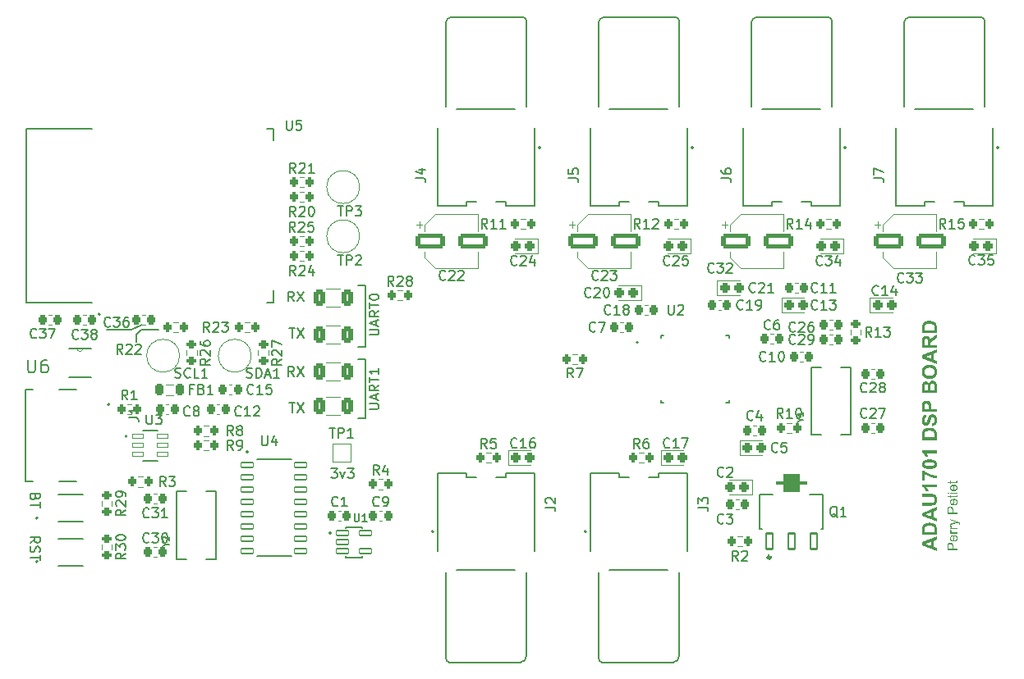
<source format=gto>
G04 #@! TF.GenerationSoftware,KiCad,Pcbnew,7.0.2*
G04 #@! TF.CreationDate,2023-07-04T15:02:42+02:00*
G04 #@! TF.ProjectId,espboard,65737062-6f61-4726-942e-6b696361645f,rev?*
G04 #@! TF.SameCoordinates,Original*
G04 #@! TF.FileFunction,Legend,Top*
G04 #@! TF.FilePolarity,Positive*
%FSLAX46Y46*%
G04 Gerber Fmt 4.6, Leading zero omitted, Abs format (unit mm)*
G04 Created by KiCad (PCBNEW 7.0.2) date 2023-07-04 15:02:42*
%MOMM*%
%LPD*%
G01*
G04 APERTURE LIST*
G04 Aperture macros list*
%AMRoundRect*
0 Rectangle with rounded corners*
0 $1 Rounding radius*
0 $2 $3 $4 $5 $6 $7 $8 $9 X,Y pos of 4 corners*
0 Add a 4 corners polygon primitive as box body*
4,1,4,$2,$3,$4,$5,$6,$7,$8,$9,$2,$3,0*
0 Add four circle primitives for the rounded corners*
1,1,$1+$1,$2,$3*
1,1,$1+$1,$4,$5*
1,1,$1+$1,$6,$7*
1,1,$1+$1,$8,$9*
0 Add four rect primitives between the rounded corners*
20,1,$1+$1,$2,$3,$4,$5,0*
20,1,$1+$1,$4,$5,$6,$7,0*
20,1,$1+$1,$6,$7,$8,$9,0*
20,1,$1+$1,$8,$9,$2,$3,0*%
G04 Aperture macros list end*
%ADD10C,0.150000*%
%ADD11C,0.300000*%
%ADD12C,0.120000*%
%ADD13C,0.127000*%
%ADD14C,0.200000*%
%ADD15C,0.152400*%
%ADD16C,0.100000*%
%ADD17RoundRect,0.200000X0.200000X0.275000X-0.200000X0.275000X-0.200000X-0.275000X0.200000X-0.275000X0*%
%ADD18O,4.200000X2.100000*%
%ADD19O,1.550000X3.100000*%
%ADD20RoundRect,0.250000X0.287500X0.275000X-0.287500X0.275000X-0.287500X-0.275000X0.287500X-0.275000X0*%
%ADD21RoundRect,0.250000X-1.250000X-0.550000X1.250000X-0.550000X1.250000X0.550000X-1.250000X0.550000X0*%
%ADD22C,2.800000*%
%ADD23RoundRect,0.225000X-0.225000X-0.250000X0.225000X-0.250000X0.225000X0.250000X-0.225000X0.250000X0*%
%ADD24RoundRect,0.200000X-0.275000X0.200000X-0.275000X-0.200000X0.275000X-0.200000X0.275000X0.200000X0*%
%ADD25R,1.524000X0.457200*%
%ADD26R,0.900000X1.000000*%
%ADD27RoundRect,0.225000X0.225000X0.250000X-0.225000X0.250000X-0.225000X-0.250000X0.225000X-0.250000X0*%
%ADD28RoundRect,0.200000X0.275000X-0.200000X0.275000X0.200000X-0.275000X0.200000X-0.275000X-0.200000X0*%
%ADD29R,1.200000X3.500000*%
%ADD30RoundRect,0.250000X-0.287500X-0.275000X0.287500X-0.275000X0.287500X0.275000X-0.287500X0.275000X0*%
%ADD31RoundRect,0.200000X-0.200000X-0.275000X0.200000X-0.275000X0.200000X0.275000X-0.200000X0.275000X0*%
%ADD32RoundRect,0.250000X-0.312500X-0.625000X0.312500X-0.625000X0.312500X0.625000X-0.312500X0.625000X0*%
%ADD33RoundRect,0.040600X-0.564400X-0.249400X0.564400X-0.249400X0.564400X0.249400X-0.564400X0.249400X0*%
%ADD34C,0.800000*%
%ADD35R,1.250000X0.600000*%
%ADD36R,1.250000X0.300000*%
%ADD37O,2.000000X1.000000*%
%ADD38O,1.560000X0.280000*%
%ADD39O,0.280000X1.560000*%
%ADD40RoundRect,0.097900X0.347100X-0.807100X0.347100X0.807100X-0.347100X0.807100X-0.347100X-0.807100X0*%
%ADD41RoundRect,0.724000X0.871000X-0.181000X0.871000X0.181000X-0.871000X0.181000X-0.871000X-0.181000X0*%
%ADD42RoundRect,0.218750X-0.218750X-0.381250X0.218750X-0.381250X0.218750X0.381250X-0.218750X0.381250X0*%
%ADD43RoundRect,0.060000X-0.615000X0.240000X-0.615000X-0.240000X0.615000X-0.240000X0.615000X0.240000X0*%
%ADD44R,0.900000X1.500000*%
%ADD45R,1.500000X0.900000*%
%ADD46R,0.900000X0.900000*%
%ADD47RoundRect,0.049600X-0.605400X-0.260400X0.605400X-0.260400X0.605400X0.260400X-0.605400X0.260400X0*%
%ADD48R,1.500000X1.500000*%
G04 APERTURE END LIST*
D10*
X82550000Y-83566000D02*
X83058000Y-83058000D01*
X105410000Y-84836000D02*
X106172000Y-84836000D01*
X106172000Y-92202000D02*
X106172000Y-86360000D01*
X106172000Y-86106000D02*
X105410000Y-86106000D01*
X82550000Y-84328000D02*
X82550000Y-83566000D01*
X83058000Y-83058000D02*
X84836000Y-83058000D01*
X106172000Y-86360000D02*
X106172000Y-86106000D01*
X79502000Y-83058000D02*
X82042000Y-83058000D01*
X82042000Y-83058000D02*
X83171420Y-82552000D01*
X105410000Y-92202000D02*
X106172000Y-92202000D01*
X106172000Y-78486000D02*
X105410000Y-78486000D01*
X106172000Y-84836000D02*
X106172000Y-78486000D01*
X72146190Y-100321428D02*
X72098571Y-100464285D01*
X72098571Y-100464285D02*
X72050952Y-100511904D01*
X72050952Y-100511904D02*
X71955714Y-100559523D01*
X71955714Y-100559523D02*
X71812857Y-100559523D01*
X71812857Y-100559523D02*
X71717619Y-100511904D01*
X71717619Y-100511904D02*
X71670000Y-100464285D01*
X71670000Y-100464285D02*
X71622380Y-100369047D01*
X71622380Y-100369047D02*
X71622380Y-99988095D01*
X71622380Y-99988095D02*
X72622380Y-99988095D01*
X72622380Y-99988095D02*
X72622380Y-100321428D01*
X72622380Y-100321428D02*
X72574761Y-100416666D01*
X72574761Y-100416666D02*
X72527142Y-100464285D01*
X72527142Y-100464285D02*
X72431904Y-100511904D01*
X72431904Y-100511904D02*
X72336666Y-100511904D01*
X72336666Y-100511904D02*
X72241428Y-100464285D01*
X72241428Y-100464285D02*
X72193809Y-100416666D01*
X72193809Y-100416666D02*
X72146190Y-100321428D01*
X72146190Y-100321428D02*
X72146190Y-99988095D01*
X72622380Y-100845238D02*
X72622380Y-101416666D01*
X71622380Y-101130952D02*
X72622380Y-101130952D01*
X102642857Y-97377619D02*
X103261904Y-97377619D01*
X103261904Y-97377619D02*
X102928571Y-97758571D01*
X102928571Y-97758571D02*
X103071428Y-97758571D01*
X103071428Y-97758571D02*
X103166666Y-97806190D01*
X103166666Y-97806190D02*
X103214285Y-97853809D01*
X103214285Y-97853809D02*
X103261904Y-97949047D01*
X103261904Y-97949047D02*
X103261904Y-98187142D01*
X103261904Y-98187142D02*
X103214285Y-98282380D01*
X103214285Y-98282380D02*
X103166666Y-98330000D01*
X103166666Y-98330000D02*
X103071428Y-98377619D01*
X103071428Y-98377619D02*
X102785714Y-98377619D01*
X102785714Y-98377619D02*
X102690476Y-98330000D01*
X102690476Y-98330000D02*
X102642857Y-98282380D01*
X103595238Y-97710952D02*
X103833333Y-98377619D01*
X103833333Y-98377619D02*
X104071428Y-97710952D01*
X104357143Y-97377619D02*
X104976190Y-97377619D01*
X104976190Y-97377619D02*
X104642857Y-97758571D01*
X104642857Y-97758571D02*
X104785714Y-97758571D01*
X104785714Y-97758571D02*
X104880952Y-97806190D01*
X104880952Y-97806190D02*
X104928571Y-97853809D01*
X104928571Y-97853809D02*
X104976190Y-97949047D01*
X104976190Y-97949047D02*
X104976190Y-98187142D01*
X104976190Y-98187142D02*
X104928571Y-98282380D01*
X104928571Y-98282380D02*
X104880952Y-98330000D01*
X104880952Y-98330000D02*
X104785714Y-98377619D01*
X104785714Y-98377619D02*
X104500000Y-98377619D01*
X104500000Y-98377619D02*
X104404762Y-98330000D01*
X104404762Y-98330000D02*
X104357143Y-98282380D01*
G36*
X166509281Y-105040999D02*
G01*
X166524968Y-105041958D01*
X166540346Y-105043556D01*
X166555414Y-105045793D01*
X166570174Y-105048670D01*
X166584624Y-105052185D01*
X166598765Y-105056340D01*
X166612598Y-105061135D01*
X166626121Y-105066568D01*
X166639335Y-105072641D01*
X166652239Y-105079353D01*
X166664835Y-105086704D01*
X166677122Y-105094694D01*
X166689099Y-105103324D01*
X166700767Y-105112592D01*
X166712127Y-105122501D01*
X166722981Y-105133242D01*
X166733135Y-105145013D01*
X166742589Y-105157812D01*
X166751343Y-105171639D01*
X166759396Y-105186495D01*
X166766749Y-105202379D01*
X166773402Y-105219292D01*
X166779354Y-105237234D01*
X166784607Y-105256203D01*
X166786970Y-105266074D01*
X166789158Y-105276202D01*
X166791172Y-105286587D01*
X166793010Y-105297229D01*
X166794673Y-105308128D01*
X166796161Y-105319284D01*
X166797474Y-105330697D01*
X166798612Y-105342368D01*
X166799575Y-105354295D01*
X166800363Y-105366480D01*
X166800976Y-105378922D01*
X166801413Y-105391621D01*
X166801676Y-105404577D01*
X166801764Y-105417790D01*
X166801764Y-105676199D01*
X167216000Y-105676199D01*
X167216000Y-105809556D01*
X166199949Y-105809556D01*
X166199949Y-105676199D01*
X166317186Y-105676199D01*
X166684527Y-105676199D01*
X166684527Y-105415836D01*
X166684335Y-105399979D01*
X166683760Y-105384707D01*
X166682801Y-105370021D01*
X166681459Y-105355920D01*
X166679733Y-105342406D01*
X166677623Y-105329477D01*
X166675130Y-105317134D01*
X166672254Y-105305377D01*
X166668994Y-105294206D01*
X166665350Y-105283621D01*
X166661323Y-105273621D01*
X166656912Y-105264207D01*
X166652118Y-105255379D01*
X166644208Y-105243235D01*
X166635434Y-105232410D01*
X166625879Y-105222720D01*
X166615625Y-105213983D01*
X166604670Y-105206199D01*
X166593016Y-105199368D01*
X166580662Y-105193491D01*
X166567608Y-105188566D01*
X166553855Y-105184595D01*
X166544297Y-105182477D01*
X166534428Y-105180783D01*
X166524248Y-105179512D01*
X166513757Y-105178664D01*
X166502955Y-105178241D01*
X166497437Y-105178188D01*
X166485510Y-105178469D01*
X166473910Y-105179313D01*
X166462635Y-105180719D01*
X166451687Y-105182687D01*
X166441066Y-105185218D01*
X166430770Y-105188312D01*
X166420801Y-105191967D01*
X166411158Y-105196186D01*
X166401842Y-105200966D01*
X166392851Y-105206309D01*
X166387039Y-105210184D01*
X166378702Y-105216317D01*
X166370911Y-105222812D01*
X166363664Y-105229667D01*
X166356963Y-105236883D01*
X166348876Y-105247064D01*
X166341759Y-105257887D01*
X166335611Y-105269352D01*
X166331636Y-105278370D01*
X166328206Y-105287750D01*
X166326223Y-105294203D01*
X166323619Y-105306126D01*
X166321854Y-105317664D01*
X166320716Y-105327485D01*
X166319736Y-105338307D01*
X166318916Y-105350128D01*
X166318254Y-105362950D01*
X166317751Y-105376773D01*
X166317504Y-105386543D01*
X166317327Y-105396759D01*
X166317221Y-105407418D01*
X166317186Y-105418523D01*
X166317186Y-105676199D01*
X166199949Y-105676199D01*
X166199949Y-105429514D01*
X166199987Y-105417180D01*
X166200102Y-105405215D01*
X166200293Y-105393619D01*
X166200560Y-105382390D01*
X166200903Y-105371530D01*
X166201323Y-105361038D01*
X166201819Y-105350914D01*
X166202392Y-105341159D01*
X166203393Y-105327216D01*
X166204567Y-105314102D01*
X166205912Y-105301817D01*
X166207429Y-105290360D01*
X166209118Y-105279732D01*
X166209719Y-105276374D01*
X166212252Y-105262664D01*
X166215180Y-105249380D01*
X166218503Y-105236521D01*
X166222221Y-105224086D01*
X166226334Y-105212077D01*
X166230842Y-105200493D01*
X166235745Y-105189334D01*
X166241043Y-105178600D01*
X166246736Y-105168291D01*
X166252824Y-105158407D01*
X166257102Y-105152054D01*
X166263898Y-105142838D01*
X166271187Y-105133965D01*
X166278970Y-105125435D01*
X166287247Y-105117249D01*
X166296018Y-105109407D01*
X166305282Y-105101908D01*
X166315040Y-105094752D01*
X166325292Y-105087940D01*
X166336037Y-105081472D01*
X166347276Y-105075346D01*
X166355043Y-105071454D01*
X166366925Y-105065954D01*
X166379029Y-105060995D01*
X166391356Y-105056577D01*
X166403907Y-105052701D01*
X166416681Y-105049365D01*
X166429679Y-105046570D01*
X166442899Y-105044316D01*
X166456343Y-105042603D01*
X166470010Y-105041431D01*
X166483901Y-105040799D01*
X166493285Y-105040679D01*
X166509281Y-105040999D01*
G37*
G36*
X166864038Y-104261125D02*
G01*
X166874790Y-104261287D01*
X166884972Y-104261485D01*
X166887737Y-104261545D01*
X166887737Y-104805718D01*
X166902208Y-104804651D01*
X166916249Y-104803161D01*
X166929860Y-104801247D01*
X166943043Y-104798909D01*
X166955796Y-104796148D01*
X166968120Y-104792964D01*
X166980014Y-104789355D01*
X166991479Y-104785323D01*
X167002515Y-104780868D01*
X167013121Y-104775989D01*
X167023299Y-104770686D01*
X167033046Y-104764960D01*
X167042365Y-104758810D01*
X167051254Y-104752236D01*
X167059714Y-104745239D01*
X167067744Y-104737818D01*
X167075286Y-104730038D01*
X167082341Y-104722022D01*
X167088910Y-104713773D01*
X167094992Y-104705288D01*
X167100588Y-104696569D01*
X167105697Y-104687615D01*
X167110320Y-104678426D01*
X167114456Y-104669003D01*
X167118105Y-104659345D01*
X167121268Y-104649452D01*
X167123944Y-104639324D01*
X167126133Y-104628962D01*
X167127836Y-104618365D01*
X167129053Y-104607534D01*
X167129783Y-104596467D01*
X167130026Y-104585166D01*
X167129715Y-104572609D01*
X167128781Y-104560399D01*
X167127225Y-104548538D01*
X167125046Y-104537024D01*
X167122244Y-104525857D01*
X167118820Y-104515039D01*
X167114774Y-104504568D01*
X167110105Y-104494445D01*
X167104813Y-104484670D01*
X167098899Y-104475243D01*
X167094611Y-104469151D01*
X167087599Y-104460305D01*
X167079845Y-104451812D01*
X167071347Y-104443670D01*
X167062107Y-104435880D01*
X167052125Y-104428443D01*
X167041399Y-104421358D01*
X167029931Y-104414624D01*
X167017720Y-104408243D01*
X167004766Y-104402214D01*
X166995718Y-104398390D01*
X166986339Y-104394722D01*
X166981526Y-104392947D01*
X166997158Y-104264964D01*
X167010885Y-104268951D01*
X167024223Y-104273341D01*
X167037172Y-104278133D01*
X167049731Y-104283328D01*
X167061901Y-104288925D01*
X167073682Y-104294926D01*
X167085074Y-104301328D01*
X167096076Y-104308134D01*
X167106689Y-104315342D01*
X167116913Y-104322953D01*
X167126748Y-104330966D01*
X167136193Y-104339382D01*
X167145249Y-104348200D01*
X167153916Y-104357421D01*
X167162194Y-104367045D01*
X167170082Y-104377071D01*
X167177535Y-104387476D01*
X167184507Y-104398233D01*
X167190999Y-104409343D01*
X167197010Y-104420806D01*
X167202539Y-104432622D01*
X167207588Y-104444792D01*
X167212156Y-104457314D01*
X167216244Y-104470189D01*
X167219850Y-104483417D01*
X167222976Y-104496998D01*
X167225620Y-104510933D01*
X167227784Y-104525220D01*
X167229467Y-104539860D01*
X167230669Y-104554853D01*
X167231391Y-104570200D01*
X167231631Y-104585899D01*
X167231534Y-104595833D01*
X167231245Y-104605638D01*
X167230085Y-104624860D01*
X167228153Y-104643564D01*
X167225449Y-104661752D01*
X167221971Y-104679422D01*
X167217721Y-104696575D01*
X167212697Y-104713212D01*
X167206901Y-104729331D01*
X167200333Y-104744933D01*
X167192991Y-104760017D01*
X167184877Y-104774585D01*
X167175989Y-104788636D01*
X167166329Y-104802169D01*
X167155897Y-104815186D01*
X167144691Y-104827685D01*
X167132713Y-104839667D01*
X167120006Y-104851025D01*
X167106678Y-104861649D01*
X167092727Y-104871541D01*
X167078155Y-104880700D01*
X167062960Y-104889127D01*
X167047144Y-104896820D01*
X167030705Y-104903781D01*
X167013644Y-104910009D01*
X166995962Y-104915505D01*
X166977657Y-104920267D01*
X166958730Y-104924297D01*
X166949033Y-104926038D01*
X166939181Y-104927595D01*
X166929173Y-104928969D01*
X166919010Y-104930159D01*
X166908691Y-104931167D01*
X166898217Y-104931991D01*
X166887587Y-104932632D01*
X166876802Y-104933090D01*
X166865861Y-104933365D01*
X166854764Y-104933457D01*
X166843289Y-104933364D01*
X166831976Y-104933086D01*
X166820825Y-104932624D01*
X166809835Y-104931976D01*
X166799007Y-104931143D01*
X166788341Y-104930125D01*
X166777836Y-104928922D01*
X166767493Y-104927534D01*
X166757312Y-104925960D01*
X166747293Y-104924202D01*
X166737435Y-104922259D01*
X166727739Y-104920130D01*
X166718205Y-104917816D01*
X166699621Y-104912634D01*
X166681685Y-104906711D01*
X166664395Y-104900048D01*
X166647752Y-104892644D01*
X166631756Y-104884500D01*
X166616407Y-104875616D01*
X166601705Y-104865991D01*
X166587649Y-104855626D01*
X166574241Y-104844521D01*
X166567779Y-104838690D01*
X166555416Y-104826624D01*
X166543851Y-104814117D01*
X166533083Y-104801170D01*
X166523113Y-104787781D01*
X166513941Y-104773952D01*
X166505566Y-104759682D01*
X166497988Y-104744971D01*
X166491209Y-104729819D01*
X166485227Y-104714227D01*
X166480042Y-104698193D01*
X166475656Y-104681719D01*
X166472066Y-104664805D01*
X166469275Y-104647449D01*
X166467281Y-104629653D01*
X166466084Y-104611416D01*
X166465685Y-104592738D01*
X166465717Y-104591272D01*
X166567290Y-104591272D01*
X166567523Y-104601822D01*
X166568222Y-104612159D01*
X166569386Y-104622285D01*
X166571015Y-104632198D01*
X166573110Y-104641900D01*
X166575671Y-104651390D01*
X166580385Y-104665229D01*
X166586147Y-104678590D01*
X166592956Y-104691475D01*
X166598077Y-104699800D01*
X166603665Y-104707914D01*
X166609717Y-104715815D01*
X166616235Y-104723505D01*
X166623219Y-104730983D01*
X166626886Y-104734643D01*
X166634492Y-104741677D01*
X166642410Y-104748309D01*
X166650642Y-104754538D01*
X166659187Y-104760365D01*
X166668044Y-104765789D01*
X166677215Y-104770810D01*
X166686699Y-104775429D01*
X166696495Y-104779645D01*
X166706604Y-104783458D01*
X166717027Y-104786869D01*
X166727762Y-104789877D01*
X166738810Y-104792483D01*
X166750171Y-104794686D01*
X166761845Y-104796486D01*
X166773832Y-104797884D01*
X166786132Y-104798879D01*
X166786132Y-104391482D01*
X166774292Y-104392637D01*
X166762830Y-104394027D01*
X166751745Y-104395652D01*
X166741039Y-104397511D01*
X166730710Y-104399606D01*
X166720759Y-104401935D01*
X166711186Y-104404498D01*
X166697534Y-104408784D01*
X166684733Y-104413597D01*
X166672782Y-104418939D01*
X166661681Y-104424808D01*
X166651430Y-104431206D01*
X166642029Y-104438132D01*
X166632978Y-104445657D01*
X166624512Y-104453455D01*
X166616629Y-104461525D01*
X166609331Y-104469868D01*
X166602616Y-104478485D01*
X166596485Y-104487374D01*
X166590938Y-104496536D01*
X166585975Y-104505971D01*
X166581596Y-104515678D01*
X166577801Y-104525659D01*
X166574589Y-104535912D01*
X166571962Y-104546439D01*
X166569918Y-104557238D01*
X166568458Y-104568310D01*
X166567582Y-104579655D01*
X166567290Y-104591272D01*
X166465717Y-104591272D01*
X166466083Y-104574660D01*
X166467277Y-104557002D01*
X166469266Y-104539764D01*
X166472051Y-104522945D01*
X166475632Y-104506547D01*
X166480008Y-104490568D01*
X166485180Y-104475009D01*
X166491148Y-104459870D01*
X166497911Y-104445150D01*
X166505470Y-104430851D01*
X166513825Y-104416971D01*
X166522976Y-104403511D01*
X166532922Y-104390470D01*
X166543664Y-104377850D01*
X166555201Y-104365649D01*
X166567535Y-104353868D01*
X166580589Y-104342629D01*
X166594291Y-104332115D01*
X166608639Y-104322327D01*
X166623634Y-104313263D01*
X166639276Y-104304924D01*
X166655565Y-104297311D01*
X166672501Y-104290422D01*
X166690084Y-104284259D01*
X166708313Y-104278821D01*
X166727189Y-104274108D01*
X166736870Y-104272023D01*
X166746713Y-104270120D01*
X166756717Y-104268398D01*
X166766883Y-104266857D01*
X166777210Y-104265497D01*
X166787700Y-104264319D01*
X166798351Y-104263322D01*
X166809163Y-104262506D01*
X166820138Y-104261872D01*
X166831274Y-104261419D01*
X166842572Y-104261147D01*
X166854032Y-104261056D01*
X166864038Y-104261125D01*
G37*
G36*
X167216000Y-104114999D02*
G01*
X166481317Y-104114999D01*
X166481317Y-104003624D01*
X166593913Y-104003624D01*
X166584322Y-103998338D01*
X166575148Y-103993103D01*
X166566393Y-103987919D01*
X166558055Y-103982787D01*
X166546332Y-103975186D01*
X166535549Y-103967700D01*
X166525707Y-103960331D01*
X166516805Y-103953077D01*
X166508843Y-103945940D01*
X166501821Y-103938918D01*
X166493921Y-103929736D01*
X166490598Y-103925222D01*
X166484759Y-103916071D01*
X166479699Y-103906690D01*
X166475417Y-103897081D01*
X166471914Y-103887242D01*
X166469189Y-103877175D01*
X166467243Y-103866879D01*
X166466075Y-103856353D01*
X166465685Y-103845599D01*
X166466038Y-103833858D01*
X166467094Y-103822083D01*
X166468854Y-103810273D01*
X166471318Y-103798430D01*
X166474487Y-103786551D01*
X166478359Y-103774639D01*
X166482936Y-103762692D01*
X166488217Y-103750711D01*
X166494202Y-103738695D01*
X166500891Y-103726645D01*
X166505741Y-103718593D01*
X166621268Y-103761091D01*
X166615029Y-103772448D01*
X166609621Y-103783806D01*
X166605045Y-103795163D01*
X166601301Y-103806520D01*
X166598389Y-103817877D01*
X166596310Y-103829235D01*
X166595062Y-103840592D01*
X166594646Y-103851949D01*
X166595031Y-103861956D01*
X166596187Y-103871702D01*
X166598717Y-103883521D01*
X166602451Y-103894934D01*
X166607389Y-103905942D01*
X166612208Y-103914456D01*
X166617797Y-103922711D01*
X166619314Y-103924734D01*
X166625718Y-103932504D01*
X166632717Y-103939693D01*
X166640311Y-103946303D01*
X166648501Y-103952333D01*
X166657286Y-103957783D01*
X166666667Y-103962652D01*
X166676643Y-103966942D01*
X166687214Y-103970651D01*
X166699734Y-103974361D01*
X166712473Y-103977707D01*
X166725431Y-103980687D01*
X166738608Y-103983302D01*
X166752004Y-103985553D01*
X166765619Y-103987438D01*
X166779452Y-103988959D01*
X166793505Y-103990114D01*
X166807777Y-103990905D01*
X166822268Y-103991331D01*
X166832050Y-103991412D01*
X167216000Y-103991412D01*
X167216000Y-104114999D01*
G37*
G36*
X167216000Y-103648983D02*
G01*
X166481317Y-103648983D01*
X166481317Y-103537609D01*
X166593913Y-103537609D01*
X166584322Y-103532322D01*
X166575148Y-103527087D01*
X166566393Y-103521904D01*
X166558055Y-103516772D01*
X166546332Y-103509170D01*
X166535549Y-103501685D01*
X166525707Y-103494315D01*
X166516805Y-103487062D01*
X166508843Y-103479924D01*
X166501821Y-103472902D01*
X166493921Y-103463720D01*
X166490598Y-103459207D01*
X166484759Y-103450055D01*
X166479699Y-103440675D01*
X166475417Y-103431065D01*
X166471914Y-103421227D01*
X166469189Y-103411160D01*
X166467243Y-103400863D01*
X166466075Y-103390338D01*
X166465685Y-103379584D01*
X166466038Y-103367843D01*
X166467094Y-103356068D01*
X166468854Y-103344258D01*
X166471318Y-103332414D01*
X166474487Y-103320536D01*
X166478359Y-103308623D01*
X166482936Y-103296676D01*
X166488217Y-103284695D01*
X166494202Y-103272680D01*
X166500891Y-103260630D01*
X166505741Y-103252577D01*
X166621268Y-103295076D01*
X166615029Y-103306433D01*
X166609621Y-103317790D01*
X166605045Y-103329147D01*
X166601301Y-103340505D01*
X166598389Y-103351862D01*
X166596310Y-103363219D01*
X166595062Y-103374577D01*
X166594646Y-103385934D01*
X166595031Y-103395940D01*
X166596187Y-103405687D01*
X166598717Y-103417506D01*
X166602451Y-103428919D01*
X166607389Y-103439926D01*
X166612208Y-103448441D01*
X166617797Y-103456695D01*
X166619314Y-103458718D01*
X166625718Y-103466488D01*
X166632717Y-103473678D01*
X166640311Y-103480288D01*
X166648501Y-103486318D01*
X166657286Y-103491767D01*
X166666667Y-103496637D01*
X166676643Y-103500926D01*
X166687214Y-103504636D01*
X166699734Y-103508346D01*
X166712473Y-103511691D01*
X166725431Y-103514672D01*
X166738608Y-103517287D01*
X166752004Y-103519537D01*
X166765619Y-103521423D01*
X166779452Y-103522943D01*
X166793505Y-103524099D01*
X166807777Y-103524890D01*
X166822268Y-103525315D01*
X166832050Y-103525397D01*
X167216000Y-103525397D01*
X167216000Y-103648983D01*
G37*
G36*
X167498344Y-103187120D02*
G01*
X167384771Y-103200798D01*
X167387347Y-103190822D01*
X167389580Y-103181167D01*
X167391888Y-103169549D01*
X167393659Y-103158431D01*
X167394893Y-103147815D01*
X167395591Y-103137699D01*
X167395762Y-103129967D01*
X167395541Y-103119965D01*
X167394642Y-103108181D01*
X167393051Y-103097196D01*
X167390768Y-103087010D01*
X167387794Y-103077623D01*
X167383312Y-103067414D01*
X167381596Y-103064266D01*
X167375889Y-103055241D01*
X167369392Y-103046852D01*
X167362104Y-103039099D01*
X167354027Y-103031980D01*
X167345160Y-103025497D01*
X167342029Y-103023478D01*
X167332884Y-103018658D01*
X167322207Y-103013854D01*
X167311664Y-103009496D01*
X167299343Y-103004679D01*
X167288936Y-103000767D01*
X167277527Y-102996596D01*
X167265119Y-102992169D01*
X167251710Y-102987483D01*
X167247018Y-102985864D01*
X167237733Y-102982716D01*
X167227844Y-102979200D01*
X167218525Y-102975803D01*
X167216000Y-102974873D01*
X166481317Y-103251600D01*
X166481317Y-103118488D01*
X166906544Y-102966569D01*
X166916682Y-102962899D01*
X166926885Y-102959276D01*
X166937152Y-102955701D01*
X166947485Y-102952174D01*
X166957883Y-102948694D01*
X166968345Y-102945263D01*
X166978872Y-102941878D01*
X166989464Y-102938542D01*
X167000121Y-102935253D01*
X167010843Y-102932012D01*
X167021630Y-102928819D01*
X167032482Y-102925674D01*
X167043398Y-102922576D01*
X167054379Y-102919525D01*
X167065426Y-102916523D01*
X167076537Y-102913568D01*
X167065837Y-102910880D01*
X167055169Y-102908126D01*
X167044534Y-102905308D01*
X167033932Y-102902425D01*
X167023362Y-102899477D01*
X167012824Y-102896464D01*
X167002318Y-102893386D01*
X166991846Y-102890243D01*
X166981405Y-102887035D01*
X166970997Y-102883763D01*
X166960622Y-102880426D01*
X166950279Y-102877023D01*
X166939968Y-102873556D01*
X166929690Y-102870024D01*
X166919444Y-102866427D01*
X166909230Y-102862766D01*
X166481317Y-102706939D01*
X166481317Y-102583352D01*
X167227723Y-102860812D01*
X167242541Y-102866321D01*
X167256769Y-102871673D01*
X167270407Y-102876869D01*
X167283456Y-102881908D01*
X167295916Y-102886791D01*
X167307785Y-102891518D01*
X167319065Y-102896088D01*
X167329756Y-102900501D01*
X167339856Y-102904758D01*
X167349368Y-102908859D01*
X167362529Y-102914716D01*
X167374363Y-102920222D01*
X167384871Y-102925375D01*
X167394053Y-102930177D01*
X167405303Y-102936445D01*
X167415974Y-102942885D01*
X167426066Y-102949497D01*
X167435578Y-102956280D01*
X167444510Y-102963235D01*
X167452863Y-102970362D01*
X167460636Y-102977661D01*
X167467829Y-102985131D01*
X167474443Y-102992774D01*
X167480477Y-103000587D01*
X167484178Y-103005892D01*
X167490933Y-103016776D01*
X167496787Y-103028179D01*
X167501741Y-103040101D01*
X167504865Y-103049383D01*
X167507482Y-103058958D01*
X167509593Y-103068824D01*
X167511198Y-103078982D01*
X167512295Y-103089432D01*
X167512886Y-103100174D01*
X167512999Y-103107497D01*
X167512641Y-103118843D01*
X167511568Y-103130595D01*
X167510194Y-103140289D01*
X167508362Y-103150241D01*
X167506072Y-103160454D01*
X167503324Y-103170926D01*
X167500119Y-103181657D01*
X167498344Y-103187120D01*
G37*
G36*
X166509281Y-101308968D02*
G01*
X166524968Y-101309927D01*
X166540346Y-101311525D01*
X166555414Y-101313762D01*
X166570174Y-101316639D01*
X166584624Y-101320155D01*
X166598765Y-101324310D01*
X166612598Y-101329104D01*
X166626121Y-101334537D01*
X166639335Y-101340610D01*
X166652239Y-101347322D01*
X166664835Y-101354673D01*
X166677122Y-101362663D01*
X166689099Y-101371293D01*
X166700767Y-101380562D01*
X166712127Y-101390470D01*
X166722981Y-101401212D01*
X166733135Y-101412982D01*
X166742589Y-101425781D01*
X166751343Y-101439608D01*
X166759396Y-101454464D01*
X166766749Y-101470349D01*
X166773402Y-101487262D01*
X166779354Y-101505203D01*
X166784607Y-101524173D01*
X166786970Y-101534043D01*
X166789158Y-101544171D01*
X166791172Y-101554556D01*
X166793010Y-101565198D01*
X166794673Y-101576097D01*
X166796161Y-101587253D01*
X166797474Y-101598667D01*
X166798612Y-101610337D01*
X166799575Y-101622265D01*
X166800363Y-101634449D01*
X166800976Y-101646891D01*
X166801413Y-101659590D01*
X166801676Y-101672546D01*
X166801764Y-101685759D01*
X166801764Y-101944168D01*
X167216000Y-101944168D01*
X167216000Y-102077525D01*
X166199949Y-102077525D01*
X166199949Y-101944168D01*
X166317186Y-101944168D01*
X166684527Y-101944168D01*
X166684527Y-101683806D01*
X166684335Y-101667948D01*
X166683760Y-101652676D01*
X166682801Y-101637990D01*
X166681459Y-101623890D01*
X166679733Y-101610375D01*
X166677623Y-101597447D01*
X166675130Y-101585104D01*
X166672254Y-101573347D01*
X166668994Y-101562175D01*
X166665350Y-101551590D01*
X166661323Y-101541590D01*
X166656912Y-101532176D01*
X166652118Y-101523348D01*
X166644208Y-101511205D01*
X166635434Y-101500379D01*
X166625879Y-101490689D01*
X166615625Y-101481952D01*
X166604670Y-101474168D01*
X166593016Y-101467338D01*
X166580662Y-101461460D01*
X166567608Y-101456536D01*
X166553855Y-101452564D01*
X166544297Y-101450446D01*
X166534428Y-101448752D01*
X166524248Y-101447481D01*
X166513757Y-101446634D01*
X166502955Y-101446210D01*
X166497437Y-101446157D01*
X166485510Y-101446438D01*
X166473910Y-101447282D01*
X166462635Y-101448688D01*
X166451687Y-101450657D01*
X166441066Y-101453188D01*
X166430770Y-101456281D01*
X166420801Y-101459937D01*
X166411158Y-101464155D01*
X166401842Y-101468935D01*
X166392851Y-101474279D01*
X166387039Y-101478153D01*
X166378702Y-101484287D01*
X166370911Y-101490781D01*
X166363664Y-101497636D01*
X166356963Y-101504852D01*
X166348876Y-101515034D01*
X166341759Y-101525857D01*
X166335611Y-101537321D01*
X166331636Y-101546340D01*
X166328206Y-101555719D01*
X166326223Y-101562173D01*
X166323619Y-101574095D01*
X166321854Y-101585633D01*
X166320716Y-101595454D01*
X166319736Y-101606276D01*
X166318916Y-101618097D01*
X166318254Y-101630920D01*
X166317751Y-101644742D01*
X166317504Y-101654513D01*
X166317327Y-101664728D01*
X166317221Y-101675388D01*
X166317186Y-101686492D01*
X166317186Y-101944168D01*
X166199949Y-101944168D01*
X166199949Y-101697483D01*
X166199987Y-101685150D01*
X166200102Y-101673185D01*
X166200293Y-101661588D01*
X166200560Y-101650359D01*
X166200903Y-101639499D01*
X166201323Y-101629007D01*
X166201819Y-101618884D01*
X166202392Y-101609128D01*
X166203393Y-101595186D01*
X166204567Y-101582072D01*
X166205912Y-101569786D01*
X166207429Y-101558330D01*
X166209118Y-101547701D01*
X166209719Y-101544343D01*
X166212252Y-101530634D01*
X166215180Y-101517349D01*
X166218503Y-101504490D01*
X166222221Y-101492056D01*
X166226334Y-101480047D01*
X166230842Y-101468462D01*
X166235745Y-101457303D01*
X166241043Y-101446569D01*
X166246736Y-101436260D01*
X166252824Y-101426376D01*
X166257102Y-101420023D01*
X166263898Y-101410807D01*
X166271187Y-101401934D01*
X166278970Y-101393405D01*
X166287247Y-101385219D01*
X166296018Y-101377376D01*
X166305282Y-101369877D01*
X166315040Y-101362722D01*
X166325292Y-101355909D01*
X166336037Y-101349441D01*
X166347276Y-101343316D01*
X166355043Y-101339423D01*
X166366925Y-101333923D01*
X166379029Y-101328965D01*
X166391356Y-101324547D01*
X166403907Y-101320670D01*
X166416681Y-101317334D01*
X166429679Y-101314539D01*
X166442899Y-101312285D01*
X166456343Y-101310572D01*
X166470010Y-101309400D01*
X166483901Y-101308769D01*
X166493285Y-101308648D01*
X166509281Y-101308968D01*
G37*
G36*
X166864038Y-100529094D02*
G01*
X166874790Y-100529256D01*
X166884972Y-100529455D01*
X166887737Y-100529514D01*
X166887737Y-101073687D01*
X166902208Y-101072620D01*
X166916249Y-101071130D01*
X166929860Y-101069216D01*
X166943043Y-101066879D01*
X166955796Y-101064118D01*
X166968120Y-101060933D01*
X166980014Y-101057325D01*
X166991479Y-101053293D01*
X167002515Y-101048837D01*
X167013121Y-101043958D01*
X167023299Y-101038655D01*
X167033046Y-101032929D01*
X167042365Y-101026779D01*
X167051254Y-101020205D01*
X167059714Y-101013208D01*
X167067744Y-101005787D01*
X167075286Y-100998007D01*
X167082341Y-100989992D01*
X167088910Y-100981742D01*
X167094992Y-100973257D01*
X167100588Y-100964538D01*
X167105697Y-100955584D01*
X167110320Y-100946395D01*
X167114456Y-100936972D01*
X167118105Y-100927314D01*
X167121268Y-100917421D01*
X167123944Y-100907294D01*
X167126133Y-100896931D01*
X167127836Y-100886334D01*
X167129053Y-100875503D01*
X167129783Y-100864437D01*
X167130026Y-100853136D01*
X167129715Y-100840578D01*
X167128781Y-100828369D01*
X167127225Y-100816507D01*
X167125046Y-100804993D01*
X167122244Y-100793827D01*
X167118820Y-100783008D01*
X167114774Y-100772538D01*
X167110105Y-100762415D01*
X167104813Y-100752639D01*
X167098899Y-100743212D01*
X167094611Y-100737120D01*
X167087599Y-100728275D01*
X167079845Y-100719781D01*
X167071347Y-100711639D01*
X167062107Y-100703850D01*
X167052125Y-100696412D01*
X167041399Y-100689327D01*
X167029931Y-100682593D01*
X167017720Y-100676212D01*
X167004766Y-100670183D01*
X166995718Y-100666359D01*
X166986339Y-100662692D01*
X166981526Y-100660916D01*
X166997158Y-100532933D01*
X167010885Y-100536920D01*
X167024223Y-100541310D01*
X167037172Y-100546102D01*
X167049731Y-100551297D01*
X167061901Y-100556895D01*
X167073682Y-100562895D01*
X167085074Y-100569298D01*
X167096076Y-100576103D01*
X167106689Y-100583311D01*
X167116913Y-100590922D01*
X167126748Y-100598935D01*
X167136193Y-100607351D01*
X167145249Y-100616169D01*
X167153916Y-100625391D01*
X167162194Y-100635014D01*
X167170082Y-100645041D01*
X167177535Y-100655445D01*
X167184507Y-100666202D01*
X167190999Y-100677312D01*
X167197010Y-100688775D01*
X167202539Y-100700592D01*
X167207588Y-100712761D01*
X167212156Y-100725283D01*
X167216244Y-100738158D01*
X167219850Y-100751386D01*
X167222976Y-100764968D01*
X167225620Y-100778902D01*
X167227784Y-100793189D01*
X167229467Y-100807829D01*
X167230669Y-100822823D01*
X167231391Y-100838169D01*
X167231631Y-100853868D01*
X167231534Y-100863802D01*
X167231245Y-100873607D01*
X167230085Y-100892829D01*
X167228153Y-100911533D01*
X167225449Y-100929721D01*
X167221971Y-100947391D01*
X167217721Y-100964545D01*
X167212697Y-100981181D01*
X167206901Y-100997300D01*
X167200333Y-101012902D01*
X167192991Y-101027987D01*
X167184877Y-101042554D01*
X167175989Y-101056605D01*
X167166329Y-101070139D01*
X167155897Y-101083155D01*
X167144691Y-101095654D01*
X167132713Y-101107637D01*
X167120006Y-101118994D01*
X167106678Y-101129618D01*
X167092727Y-101139510D01*
X167078155Y-101148669D01*
X167062960Y-101157096D01*
X167047144Y-101164789D01*
X167030705Y-101171750D01*
X167013644Y-101177979D01*
X166995962Y-101183474D01*
X166977657Y-101188237D01*
X166958730Y-101192267D01*
X166949033Y-101194007D01*
X166939181Y-101195564D01*
X166929173Y-101196938D01*
X166919010Y-101198129D01*
X166908691Y-101199136D01*
X166898217Y-101199960D01*
X166887587Y-101200602D01*
X166876802Y-101201060D01*
X166865861Y-101201334D01*
X166854764Y-101201426D01*
X166843289Y-101201333D01*
X166831976Y-101201056D01*
X166820825Y-101200593D01*
X166809835Y-101199945D01*
X166799007Y-101199112D01*
X166788341Y-101198094D01*
X166777836Y-101196891D01*
X166767493Y-101195503D01*
X166757312Y-101193930D01*
X166747293Y-101192171D01*
X166737435Y-101190228D01*
X166727739Y-101188099D01*
X166718205Y-101185786D01*
X166699621Y-101180603D01*
X166681685Y-101174680D01*
X166664395Y-101168017D01*
X166647752Y-101160613D01*
X166631756Y-101152469D01*
X166616407Y-101143585D01*
X166601705Y-101133960D01*
X166587649Y-101123595D01*
X166574241Y-101112490D01*
X166567779Y-101106660D01*
X166555416Y-101094593D01*
X166543851Y-101082087D01*
X166533083Y-101069139D01*
X166523113Y-101055750D01*
X166513941Y-101041921D01*
X166505566Y-101027651D01*
X166497988Y-101012940D01*
X166491209Y-100997788D01*
X166485227Y-100982196D01*
X166480042Y-100966163D01*
X166475656Y-100949689D01*
X166472066Y-100932774D01*
X166469275Y-100915418D01*
X166467281Y-100897622D01*
X166466084Y-100879385D01*
X166465685Y-100860707D01*
X166465717Y-100859242D01*
X166567290Y-100859242D01*
X166567523Y-100869791D01*
X166568222Y-100880128D01*
X166569386Y-100890254D01*
X166571015Y-100900168D01*
X166573110Y-100909870D01*
X166575671Y-100919360D01*
X166580385Y-100933198D01*
X166586147Y-100946559D01*
X166592956Y-100959444D01*
X166598077Y-100967770D01*
X166603665Y-100975883D01*
X166609717Y-100983785D01*
X166616235Y-100991475D01*
X166623219Y-100998953D01*
X166626886Y-101002612D01*
X166634492Y-101009647D01*
X166642410Y-101016278D01*
X166650642Y-101022507D01*
X166659187Y-101028334D01*
X166668044Y-101033758D01*
X166677215Y-101038779D01*
X166686699Y-101043398D01*
X166696495Y-101047614D01*
X166706604Y-101051427D01*
X166717027Y-101054838D01*
X166727762Y-101057846D01*
X166738810Y-101060452D01*
X166750171Y-101062655D01*
X166761845Y-101064455D01*
X166773832Y-101065853D01*
X166786132Y-101066848D01*
X166786132Y-100659451D01*
X166774292Y-100660606D01*
X166762830Y-100661996D01*
X166751745Y-100663621D01*
X166741039Y-100665481D01*
X166730710Y-100667575D01*
X166720759Y-100669904D01*
X166711186Y-100672467D01*
X166697534Y-100676753D01*
X166684733Y-100681566D01*
X166672782Y-100686908D01*
X166661681Y-100692778D01*
X166651430Y-100699176D01*
X166642029Y-100706101D01*
X166632978Y-100713626D01*
X166624512Y-100721424D01*
X166616629Y-100729494D01*
X166609331Y-100737838D01*
X166602616Y-100746454D01*
X166596485Y-100755343D01*
X166590938Y-100764505D01*
X166585975Y-100773940D01*
X166581596Y-100783648D01*
X166577801Y-100793628D01*
X166574589Y-100803882D01*
X166571962Y-100814408D01*
X166569918Y-100825207D01*
X166568458Y-100836279D01*
X166567582Y-100847624D01*
X166567290Y-100859242D01*
X166465717Y-100859242D01*
X166466083Y-100842629D01*
X166467277Y-100824971D01*
X166469266Y-100807733D01*
X166472051Y-100790915D01*
X166475632Y-100774516D01*
X166480008Y-100758537D01*
X166485180Y-100742978D01*
X166491148Y-100727839D01*
X166497911Y-100713120D01*
X166505470Y-100698820D01*
X166513825Y-100684940D01*
X166522976Y-100671480D01*
X166532922Y-100658440D01*
X166543664Y-100645819D01*
X166555201Y-100633619D01*
X166567535Y-100621838D01*
X166580589Y-100610599D01*
X166594291Y-100600085D01*
X166608639Y-100590296D01*
X166623634Y-100581232D01*
X166639276Y-100572894D01*
X166655565Y-100565280D01*
X166672501Y-100558392D01*
X166690084Y-100552228D01*
X166708313Y-100546790D01*
X166727189Y-100542077D01*
X166736870Y-100539992D01*
X166746713Y-100538089D01*
X166756717Y-100536367D01*
X166766883Y-100534826D01*
X166777210Y-100533467D01*
X166787700Y-100532288D01*
X166798351Y-100531291D01*
X166809163Y-100530476D01*
X166820138Y-100529841D01*
X166831274Y-100529388D01*
X166842572Y-100529116D01*
X166854032Y-100529025D01*
X166864038Y-100529094D01*
G37*
G36*
X167102671Y-100111614D02*
G01*
X167216000Y-100093785D01*
X167218793Y-100103486D01*
X167221312Y-100112990D01*
X167224243Y-100125355D01*
X167226685Y-100137369D01*
X167228639Y-100149031D01*
X167230105Y-100160343D01*
X167231081Y-100171303D01*
X167231570Y-100181912D01*
X167231631Y-100187085D01*
X167231442Y-100199459D01*
X167230875Y-100211300D01*
X167229931Y-100222608D01*
X167228609Y-100233385D01*
X167226908Y-100243629D01*
X167224830Y-100253340D01*
X167221472Y-100265461D01*
X167217442Y-100276635D01*
X167212740Y-100286862D01*
X167210138Y-100291621D01*
X167204493Y-100300559D01*
X167198429Y-100308810D01*
X167191945Y-100316374D01*
X167183250Y-100324863D01*
X167173899Y-100332278D01*
X167163892Y-100338620D01*
X167153229Y-100343889D01*
X167143219Y-100347381D01*
X167130774Y-100350407D01*
X167119842Y-100352372D01*
X167107541Y-100354074D01*
X167093871Y-100355514D01*
X167083996Y-100356329D01*
X167073513Y-100357028D01*
X167062421Y-100357610D01*
X167050720Y-100358075D01*
X167038410Y-100358424D01*
X167025492Y-100358657D01*
X167011965Y-100358774D01*
X167004974Y-100358788D01*
X166579014Y-100358788D01*
X166579014Y-100449646D01*
X166481317Y-100449646D01*
X166481317Y-100358788D01*
X166303997Y-100358788D01*
X166231212Y-100235934D01*
X166481317Y-100235934D01*
X166481317Y-100111614D01*
X166579014Y-100111614D01*
X166579014Y-100235934D01*
X167014988Y-100235934D01*
X167024813Y-100235878D01*
X167036851Y-100235630D01*
X167047676Y-100235184D01*
X167059501Y-100234346D01*
X167069429Y-100233199D01*
X167080143Y-100231072D01*
X167084597Y-100229584D01*
X167093618Y-100224675D01*
X167101446Y-100218192D01*
X167108081Y-100210135D01*
X167109265Y-100208334D01*
X167113634Y-100198949D01*
X167116317Y-100188920D01*
X167117738Y-100178842D01*
X167118294Y-100167549D01*
X167118302Y-100165836D01*
X167117325Y-100154754D01*
X167114868Y-100143704D01*
X167111570Y-100133228D01*
X167107983Y-100123790D01*
X167103633Y-100113708D01*
X167102671Y-100111614D01*
G37*
G36*
X166340633Y-99991935D02*
G01*
X166199949Y-99991935D01*
X166199949Y-99868348D01*
X166340633Y-99868348D01*
X166340633Y-99991935D01*
G37*
G36*
X167216000Y-99991935D02*
G01*
X166481317Y-99991935D01*
X166481317Y-99868348D01*
X167216000Y-99868348D01*
X167216000Y-99991935D01*
G37*
G36*
X166864038Y-99050936D02*
G01*
X166874790Y-99051098D01*
X166884972Y-99051297D01*
X166887737Y-99051356D01*
X166887737Y-99595529D01*
X166902208Y-99594463D01*
X166916249Y-99592972D01*
X166929860Y-99591058D01*
X166943043Y-99588721D01*
X166955796Y-99585960D01*
X166968120Y-99582775D01*
X166980014Y-99579167D01*
X166991479Y-99575135D01*
X167002515Y-99570679D01*
X167013121Y-99565800D01*
X167023299Y-99560497D01*
X167033046Y-99554771D01*
X167042365Y-99548621D01*
X167051254Y-99542048D01*
X167059714Y-99535050D01*
X167067744Y-99527630D01*
X167075286Y-99519849D01*
X167082341Y-99511834D01*
X167088910Y-99503584D01*
X167094992Y-99495100D01*
X167100588Y-99486380D01*
X167105697Y-99477426D01*
X167110320Y-99468238D01*
X167114456Y-99458814D01*
X167118105Y-99449156D01*
X167121268Y-99439263D01*
X167123944Y-99429136D01*
X167126133Y-99418774D01*
X167127836Y-99408177D01*
X167129053Y-99397345D01*
X167129783Y-99386279D01*
X167130026Y-99374978D01*
X167129715Y-99362421D01*
X167128781Y-99350211D01*
X167127225Y-99338349D01*
X167125046Y-99326835D01*
X167122244Y-99315669D01*
X167118820Y-99304851D01*
X167114774Y-99294380D01*
X167110105Y-99284257D01*
X167104813Y-99274482D01*
X167098899Y-99265054D01*
X167094611Y-99258963D01*
X167087599Y-99250117D01*
X167079845Y-99241623D01*
X167071347Y-99233482D01*
X167062107Y-99225692D01*
X167052125Y-99218255D01*
X167041399Y-99211169D01*
X167029931Y-99204436D01*
X167017720Y-99198054D01*
X167004766Y-99192025D01*
X166995718Y-99188201D01*
X166986339Y-99184534D01*
X166981526Y-99182759D01*
X166997158Y-99054775D01*
X167010885Y-99058763D01*
X167024223Y-99063152D01*
X167037172Y-99067945D01*
X167049731Y-99073140D01*
X167061901Y-99078737D01*
X167073682Y-99084737D01*
X167085074Y-99091140D01*
X167096076Y-99097945D01*
X167106689Y-99105153D01*
X167116913Y-99112764D01*
X167126748Y-99120777D01*
X167136193Y-99129193D01*
X167145249Y-99138012D01*
X167153916Y-99147233D01*
X167162194Y-99156857D01*
X167170082Y-99166883D01*
X167177535Y-99177287D01*
X167184507Y-99188044D01*
X167190999Y-99199155D01*
X167197010Y-99210618D01*
X167202539Y-99222434D01*
X167207588Y-99234603D01*
X167212156Y-99247125D01*
X167216244Y-99260001D01*
X167219850Y-99273229D01*
X167222976Y-99286810D01*
X167225620Y-99300744D01*
X167227784Y-99315032D01*
X167229467Y-99329672D01*
X167230669Y-99344665D01*
X167231391Y-99360011D01*
X167231631Y-99375711D01*
X167231534Y-99385645D01*
X167231245Y-99395449D01*
X167230085Y-99414671D01*
X167228153Y-99433376D01*
X167225449Y-99451563D01*
X167221971Y-99469234D01*
X167217721Y-99486387D01*
X167212697Y-99503023D01*
X167206901Y-99519142D01*
X167200333Y-99534744D01*
X167192991Y-99549829D01*
X167184877Y-99564397D01*
X167175989Y-99578447D01*
X167166329Y-99591981D01*
X167155897Y-99604997D01*
X167144691Y-99617497D01*
X167132713Y-99629479D01*
X167120006Y-99640836D01*
X167106678Y-99651461D01*
X167092727Y-99661353D01*
X167078155Y-99670512D01*
X167062960Y-99678938D01*
X167047144Y-99686632D01*
X167030705Y-99693593D01*
X167013644Y-99699821D01*
X166995962Y-99705316D01*
X166977657Y-99710079D01*
X166958730Y-99714109D01*
X166949033Y-99715849D01*
X166939181Y-99717406D01*
X166929173Y-99718780D01*
X166919010Y-99719971D01*
X166908691Y-99720978D01*
X166898217Y-99721803D01*
X166887587Y-99722444D01*
X166876802Y-99722902D01*
X166865861Y-99723177D01*
X166854764Y-99723268D01*
X166843289Y-99723176D01*
X166831976Y-99722898D01*
X166820825Y-99722435D01*
X166809835Y-99721787D01*
X166799007Y-99720955D01*
X166788341Y-99719937D01*
X166777836Y-99718733D01*
X166767493Y-99717345D01*
X166757312Y-99715772D01*
X166747293Y-99714014D01*
X166737435Y-99712070D01*
X166727739Y-99709942D01*
X166718205Y-99707628D01*
X166699621Y-99702446D01*
X166681685Y-99696523D01*
X166664395Y-99689859D01*
X166647752Y-99682456D01*
X166631756Y-99674312D01*
X166616407Y-99665427D01*
X166601705Y-99655803D01*
X166587649Y-99645438D01*
X166574241Y-99634332D01*
X166567779Y-99628502D01*
X166555416Y-99616436D01*
X166543851Y-99603929D01*
X166533083Y-99590981D01*
X166523113Y-99577593D01*
X166513941Y-99563763D01*
X166505566Y-99549493D01*
X166497988Y-99534782D01*
X166491209Y-99519631D01*
X166485227Y-99504038D01*
X166480042Y-99488005D01*
X166475656Y-99471531D01*
X166472066Y-99454616D01*
X166469275Y-99437261D01*
X166467281Y-99419464D01*
X166466084Y-99401227D01*
X166465685Y-99382549D01*
X166465717Y-99381084D01*
X166567290Y-99381084D01*
X166567523Y-99391633D01*
X166568222Y-99401971D01*
X166569386Y-99412096D01*
X166571015Y-99422010D01*
X166573110Y-99431712D01*
X166575671Y-99441202D01*
X166580385Y-99455040D01*
X166586147Y-99468402D01*
X166592956Y-99481287D01*
X166598077Y-99489612D01*
X166603665Y-99497725D01*
X166609717Y-99505627D01*
X166616235Y-99513317D01*
X166623219Y-99520795D01*
X166626886Y-99524454D01*
X166634492Y-99531489D01*
X166642410Y-99538121D01*
X166650642Y-99544350D01*
X166659187Y-99550176D01*
X166668044Y-99555600D01*
X166677215Y-99560622D01*
X166686699Y-99565240D01*
X166696495Y-99569456D01*
X166706604Y-99573270D01*
X166717027Y-99576680D01*
X166727762Y-99579689D01*
X166738810Y-99582294D01*
X166750171Y-99584497D01*
X166761845Y-99586298D01*
X166773832Y-99587695D01*
X166786132Y-99588690D01*
X166786132Y-99181293D01*
X166774292Y-99182449D01*
X166762830Y-99183839D01*
X166751745Y-99185464D01*
X166741039Y-99187323D01*
X166730710Y-99189417D01*
X166720759Y-99191746D01*
X166711186Y-99194310D01*
X166697534Y-99198595D01*
X166684733Y-99203409D01*
X166672782Y-99208750D01*
X166661681Y-99214620D01*
X166651430Y-99221018D01*
X166642029Y-99227944D01*
X166632978Y-99235468D01*
X166624512Y-99243266D01*
X166616629Y-99251337D01*
X166609331Y-99259680D01*
X166602616Y-99268296D01*
X166596485Y-99277185D01*
X166590938Y-99286347D01*
X166585975Y-99295782D01*
X166581596Y-99305490D01*
X166577801Y-99315470D01*
X166574589Y-99325724D01*
X166571962Y-99336250D01*
X166569918Y-99347049D01*
X166568458Y-99358121D01*
X166567582Y-99369466D01*
X166567290Y-99381084D01*
X166465717Y-99381084D01*
X166466083Y-99364472D01*
X166467277Y-99346814D01*
X166469266Y-99329575D01*
X166472051Y-99312757D01*
X166475632Y-99296358D01*
X166480008Y-99280380D01*
X166485180Y-99264821D01*
X166491148Y-99249681D01*
X166497911Y-99234962D01*
X166505470Y-99220662D01*
X166513825Y-99206782D01*
X166522976Y-99193322D01*
X166532922Y-99180282D01*
X166543664Y-99167661D01*
X166555201Y-99155461D01*
X166567535Y-99143680D01*
X166580589Y-99132441D01*
X166594291Y-99121927D01*
X166608639Y-99112138D01*
X166623634Y-99103075D01*
X166639276Y-99094736D01*
X166655565Y-99087122D01*
X166672501Y-99080234D01*
X166690084Y-99074071D01*
X166708313Y-99068632D01*
X166727189Y-99063919D01*
X166736870Y-99061835D01*
X166746713Y-99059931D01*
X166756717Y-99058209D01*
X166766883Y-99056668D01*
X166777210Y-99055309D01*
X166787700Y-99054131D01*
X166798351Y-99053134D01*
X166809163Y-99052318D01*
X166820138Y-99051683D01*
X166831274Y-99051230D01*
X166842572Y-99050958D01*
X166854032Y-99050868D01*
X166864038Y-99050936D01*
G37*
G36*
X167102671Y-98633457D02*
G01*
X167216000Y-98615627D01*
X167218793Y-98625328D01*
X167221312Y-98634832D01*
X167224243Y-98647197D01*
X167226685Y-98659211D01*
X167228639Y-98670873D01*
X167230105Y-98682185D01*
X167231081Y-98693145D01*
X167231570Y-98703755D01*
X167231631Y-98708928D01*
X167231442Y-98721301D01*
X167230875Y-98733142D01*
X167229931Y-98744451D01*
X167228609Y-98755227D01*
X167226908Y-98765471D01*
X167224830Y-98775182D01*
X167221472Y-98787303D01*
X167217442Y-98798477D01*
X167212740Y-98808705D01*
X167210138Y-98813464D01*
X167204493Y-98822401D01*
X167198429Y-98830652D01*
X167191945Y-98838216D01*
X167183250Y-98846705D01*
X167173899Y-98854120D01*
X167163892Y-98860463D01*
X167153229Y-98865732D01*
X167143219Y-98869223D01*
X167130774Y-98872250D01*
X167119842Y-98874214D01*
X167107541Y-98875916D01*
X167093871Y-98877357D01*
X167083996Y-98878171D01*
X167073513Y-98878870D01*
X167062421Y-98879452D01*
X167050720Y-98879917D01*
X167038410Y-98880267D01*
X167025492Y-98880499D01*
X167011965Y-98880616D01*
X167004974Y-98880630D01*
X166579014Y-98880630D01*
X166579014Y-98971489D01*
X166481317Y-98971489D01*
X166481317Y-98880630D01*
X166303997Y-98880630D01*
X166231212Y-98757776D01*
X166481317Y-98757776D01*
X166481317Y-98633457D01*
X166579014Y-98633457D01*
X166579014Y-98757776D01*
X167014988Y-98757776D01*
X167024813Y-98757720D01*
X167036851Y-98757472D01*
X167047676Y-98757026D01*
X167059501Y-98756189D01*
X167069429Y-98755041D01*
X167080143Y-98752914D01*
X167084597Y-98751426D01*
X167093618Y-98746517D01*
X167101446Y-98740034D01*
X167108081Y-98731977D01*
X167109265Y-98730177D01*
X167113634Y-98720792D01*
X167116317Y-98710762D01*
X167117738Y-98700684D01*
X167118294Y-98689391D01*
X167118302Y-98687678D01*
X167117325Y-98676596D01*
X167114868Y-98665546D01*
X167111570Y-98655071D01*
X167107983Y-98645632D01*
X167103633Y-98635550D01*
X167102671Y-98633457D01*
G37*
X98809523Y-80127619D02*
X98476190Y-79651428D01*
X98238095Y-80127619D02*
X98238095Y-79127619D01*
X98238095Y-79127619D02*
X98619047Y-79127619D01*
X98619047Y-79127619D02*
X98714285Y-79175238D01*
X98714285Y-79175238D02*
X98761904Y-79222857D01*
X98761904Y-79222857D02*
X98809523Y-79318095D01*
X98809523Y-79318095D02*
X98809523Y-79460952D01*
X98809523Y-79460952D02*
X98761904Y-79556190D01*
X98761904Y-79556190D02*
X98714285Y-79603809D01*
X98714285Y-79603809D02*
X98619047Y-79651428D01*
X98619047Y-79651428D02*
X98238095Y-79651428D01*
X99142857Y-79127619D02*
X99809523Y-80127619D01*
X99809523Y-79127619D02*
X99142857Y-80127619D01*
X98345238Y-90627619D02*
X98916666Y-90627619D01*
X98630952Y-91627619D02*
X98630952Y-90627619D01*
X99154762Y-90627619D02*
X99821428Y-91627619D01*
X99821428Y-90627619D02*
X99154762Y-91627619D01*
X71622380Y-105059523D02*
X72098571Y-104726190D01*
X71622380Y-104488095D02*
X72622380Y-104488095D01*
X72622380Y-104488095D02*
X72622380Y-104869047D01*
X72622380Y-104869047D02*
X72574761Y-104964285D01*
X72574761Y-104964285D02*
X72527142Y-105011904D01*
X72527142Y-105011904D02*
X72431904Y-105059523D01*
X72431904Y-105059523D02*
X72289047Y-105059523D01*
X72289047Y-105059523D02*
X72193809Y-105011904D01*
X72193809Y-105011904D02*
X72146190Y-104964285D01*
X72146190Y-104964285D02*
X72098571Y-104869047D01*
X72098571Y-104869047D02*
X72098571Y-104488095D01*
X71670000Y-105440476D02*
X71622380Y-105583333D01*
X71622380Y-105583333D02*
X71622380Y-105821428D01*
X71622380Y-105821428D02*
X71670000Y-105916666D01*
X71670000Y-105916666D02*
X71717619Y-105964285D01*
X71717619Y-105964285D02*
X71812857Y-106011904D01*
X71812857Y-106011904D02*
X71908095Y-106011904D01*
X71908095Y-106011904D02*
X72003333Y-105964285D01*
X72003333Y-105964285D02*
X72050952Y-105916666D01*
X72050952Y-105916666D02*
X72098571Y-105821428D01*
X72098571Y-105821428D02*
X72146190Y-105630952D01*
X72146190Y-105630952D02*
X72193809Y-105535714D01*
X72193809Y-105535714D02*
X72241428Y-105488095D01*
X72241428Y-105488095D02*
X72336666Y-105440476D01*
X72336666Y-105440476D02*
X72431904Y-105440476D01*
X72431904Y-105440476D02*
X72527142Y-105488095D01*
X72527142Y-105488095D02*
X72574761Y-105535714D01*
X72574761Y-105535714D02*
X72622380Y-105630952D01*
X72622380Y-105630952D02*
X72622380Y-105869047D01*
X72622380Y-105869047D02*
X72574761Y-106011904D01*
X72622380Y-106297619D02*
X72622380Y-106869047D01*
X71622380Y-106583333D02*
X72622380Y-106583333D01*
X106573619Y-91261904D02*
X107383142Y-91261904D01*
X107383142Y-91261904D02*
X107478380Y-91214285D01*
X107478380Y-91214285D02*
X107526000Y-91166666D01*
X107526000Y-91166666D02*
X107573619Y-91071428D01*
X107573619Y-91071428D02*
X107573619Y-90880952D01*
X107573619Y-90880952D02*
X107526000Y-90785714D01*
X107526000Y-90785714D02*
X107478380Y-90738095D01*
X107478380Y-90738095D02*
X107383142Y-90690476D01*
X107383142Y-90690476D02*
X106573619Y-90690476D01*
X107287904Y-90261904D02*
X107287904Y-89785714D01*
X107573619Y-90357142D02*
X106573619Y-90023809D01*
X106573619Y-90023809D02*
X107573619Y-89690476D01*
X107573619Y-88785714D02*
X107097428Y-89119047D01*
X107573619Y-89357142D02*
X106573619Y-89357142D01*
X106573619Y-89357142D02*
X106573619Y-88976190D01*
X106573619Y-88976190D02*
X106621238Y-88880952D01*
X106621238Y-88880952D02*
X106668857Y-88833333D01*
X106668857Y-88833333D02*
X106764095Y-88785714D01*
X106764095Y-88785714D02*
X106906952Y-88785714D01*
X106906952Y-88785714D02*
X107002190Y-88833333D01*
X107002190Y-88833333D02*
X107049809Y-88880952D01*
X107049809Y-88880952D02*
X107097428Y-88976190D01*
X107097428Y-88976190D02*
X107097428Y-89357142D01*
X106573619Y-88499999D02*
X106573619Y-87928571D01*
X107573619Y-88214285D02*
X106573619Y-88214285D01*
X107573619Y-87071428D02*
X107573619Y-87642856D01*
X107573619Y-87357142D02*
X106573619Y-87357142D01*
X106573619Y-87357142D02*
X106716476Y-87452380D01*
X106716476Y-87452380D02*
X106811714Y-87547618D01*
X106811714Y-87547618D02*
X106859333Y-87642856D01*
X98345238Y-82877619D02*
X98916666Y-82877619D01*
X98630952Y-83877619D02*
X98630952Y-82877619D01*
X99154762Y-82877619D02*
X99821428Y-83877619D01*
X99821428Y-82877619D02*
X99154762Y-83877619D01*
D11*
G36*
X165099000Y-104733910D02*
G01*
X164747290Y-104865801D01*
X164747290Y-105469936D01*
X165099000Y-105594500D01*
X165099000Y-105918000D01*
X163574924Y-105329618D01*
X163574924Y-105172082D01*
X163950081Y-105172082D01*
X164489369Y-105376147D01*
X164489369Y-104963987D01*
X163950081Y-105172082D01*
X163574924Y-105172082D01*
X163574924Y-105007218D01*
X165099000Y-104402351D01*
X165099000Y-104733910D01*
G37*
G36*
X164374908Y-102983970D02*
G01*
X164397795Y-102984515D01*
X164420280Y-102985424D01*
X164442360Y-102986696D01*
X164464037Y-102988332D01*
X164485311Y-102990331D01*
X164506181Y-102992694D01*
X164526647Y-102995420D01*
X164546710Y-102998510D01*
X164566369Y-103001963D01*
X164585624Y-103005780D01*
X164604476Y-103009960D01*
X164622925Y-103014504D01*
X164640970Y-103019411D01*
X164658611Y-103024682D01*
X164675849Y-103030316D01*
X164696392Y-103037559D01*
X164716441Y-103045183D01*
X164735994Y-103053187D01*
X164755052Y-103061572D01*
X164773615Y-103070337D01*
X164791683Y-103079484D01*
X164809255Y-103089010D01*
X164826333Y-103098918D01*
X164842915Y-103109206D01*
X164859002Y-103119875D01*
X164874594Y-103130925D01*
X164889691Y-103142355D01*
X164904293Y-103154166D01*
X164918399Y-103166358D01*
X164932010Y-103178930D01*
X164945127Y-103191883D01*
X164959455Y-103207276D01*
X164973179Y-103223641D01*
X164986297Y-103240978D01*
X164994707Y-103253077D01*
X165002847Y-103265608D01*
X165010718Y-103278571D01*
X165018320Y-103291966D01*
X165025653Y-103305793D01*
X165032717Y-103320053D01*
X165039512Y-103334745D01*
X165046038Y-103349869D01*
X165052294Y-103365425D01*
X165058282Y-103381413D01*
X165064001Y-103397834D01*
X165066759Y-103406206D01*
X165072521Y-103425761D01*
X165077716Y-103446508D01*
X165080864Y-103461000D01*
X165083761Y-103476023D01*
X165086406Y-103491575D01*
X165088799Y-103507656D01*
X165090939Y-103524267D01*
X165092829Y-103541407D01*
X165094466Y-103559077D01*
X165095851Y-103577277D01*
X165096984Y-103596006D01*
X165097866Y-103615264D01*
X165098496Y-103635052D01*
X165098874Y-103655370D01*
X165099000Y-103676217D01*
X165099000Y-104250309D01*
X163574924Y-104250309D01*
X163574924Y-103945128D01*
X163832845Y-103945128D01*
X164841079Y-103945128D01*
X164841079Y-103717616D01*
X164841022Y-103701911D01*
X164840850Y-103686761D01*
X164840378Y-103665077D01*
X164839648Y-103644643D01*
X164838660Y-103625459D01*
X164837415Y-103607523D01*
X164835913Y-103590837D01*
X164834152Y-103575401D01*
X164831405Y-103556762D01*
X164828199Y-103540344D01*
X164826424Y-103532968D01*
X164821353Y-103514862D01*
X164815479Y-103497545D01*
X164808805Y-103481019D01*
X164801329Y-103465282D01*
X164793051Y-103450336D01*
X164783972Y-103436179D01*
X164774092Y-103422813D01*
X164763410Y-103410236D01*
X164751337Y-103398249D01*
X164737467Y-103386835D01*
X164721799Y-103375992D01*
X164708868Y-103368237D01*
X164694927Y-103360803D01*
X164679974Y-103353691D01*
X164664011Y-103346901D01*
X164647036Y-103340433D01*
X164629050Y-103334287D01*
X164616498Y-103330369D01*
X164596613Y-103324803D01*
X164575428Y-103319786D01*
X164560581Y-103316744D01*
X164545157Y-103313947D01*
X164529154Y-103311392D01*
X164512573Y-103309081D01*
X164495414Y-103307013D01*
X164477677Y-103305188D01*
X164459362Y-103303607D01*
X164440468Y-103302269D01*
X164420997Y-103301174D01*
X164400947Y-103300322D01*
X164380319Y-103299714D01*
X164359113Y-103299349D01*
X164337328Y-103299228D01*
X164315620Y-103299349D01*
X164294549Y-103299714D01*
X164274117Y-103300322D01*
X164254324Y-103301174D01*
X164235168Y-103302269D01*
X164216651Y-103303607D01*
X164198772Y-103305188D01*
X164181532Y-103307013D01*
X164164929Y-103309081D01*
X164148965Y-103311392D01*
X164133640Y-103313947D01*
X164118952Y-103316744D01*
X164098118Y-103321397D01*
X164078719Y-103326598D01*
X164066585Y-103330369D01*
X164049229Y-103336358D01*
X164032608Y-103342785D01*
X164016720Y-103349650D01*
X164001567Y-103356953D01*
X163987148Y-103364694D01*
X163973463Y-103372873D01*
X163960512Y-103381489D01*
X163948295Y-103390544D01*
X163936813Y-103400037D01*
X163922645Y-103413374D01*
X163919307Y-103416831D01*
X163906564Y-103431136D01*
X163894898Y-103446392D01*
X163884307Y-103462598D01*
X163877071Y-103475376D01*
X163870440Y-103488688D01*
X163864414Y-103502535D01*
X163858994Y-103516917D01*
X163854179Y-103531833D01*
X163849969Y-103547283D01*
X163847499Y-103557881D01*
X163844064Y-103575735D01*
X163841789Y-103591643D01*
X163839771Y-103609709D01*
X163838011Y-103629931D01*
X163836980Y-103644612D01*
X163836065Y-103660251D01*
X163835263Y-103676849D01*
X163834576Y-103694406D01*
X163834004Y-103712921D01*
X163833546Y-103732396D01*
X163833202Y-103752829D01*
X163832973Y-103774221D01*
X163832859Y-103796573D01*
X163832845Y-103808108D01*
X163832845Y-103945128D01*
X163574924Y-103945128D01*
X163574924Y-103692703D01*
X163575037Y-103669469D01*
X163575376Y-103646936D01*
X163575942Y-103625104D01*
X163576733Y-103603974D01*
X163577751Y-103583545D01*
X163578994Y-103563817D01*
X163580464Y-103544791D01*
X163582160Y-103526465D01*
X163584082Y-103508841D01*
X163586230Y-103491918D01*
X163588604Y-103475696D01*
X163591204Y-103460176D01*
X163594031Y-103445357D01*
X163598695Y-103424443D01*
X163603867Y-103405107D01*
X163609053Y-103388676D01*
X163614720Y-103372541D01*
X163620869Y-103356700D01*
X163627497Y-103341154D01*
X163634607Y-103325902D01*
X163642198Y-103310946D01*
X163650269Y-103296284D01*
X163658822Y-103281917D01*
X163667855Y-103267845D01*
X163677369Y-103254068D01*
X163687364Y-103240585D01*
X163697839Y-103227397D01*
X163708796Y-103214505D01*
X163720233Y-103201906D01*
X163732152Y-103189603D01*
X163744551Y-103177595D01*
X163757322Y-103165911D01*
X163770448Y-103154582D01*
X163783929Y-103143609D01*
X163797765Y-103132990D01*
X163811956Y-103122726D01*
X163826502Y-103112817D01*
X163841403Y-103103263D01*
X163856658Y-103094064D01*
X163872269Y-103085219D01*
X163888234Y-103076730D01*
X163904555Y-103068596D01*
X163921230Y-103060816D01*
X163938260Y-103053392D01*
X163955645Y-103046322D01*
X163973385Y-103039607D01*
X163991480Y-103033247D01*
X164009975Y-103027258D01*
X164029004Y-103021655D01*
X164048569Y-103016439D01*
X164068669Y-103011609D01*
X164089304Y-103007165D01*
X164110474Y-103003108D01*
X164132180Y-102999437D01*
X164154421Y-102996153D01*
X164177197Y-102993255D01*
X164200508Y-102990743D01*
X164224355Y-102988618D01*
X164248737Y-102986879D01*
X164273654Y-102985527D01*
X164299106Y-102984561D01*
X164325094Y-102983981D01*
X164351616Y-102983788D01*
X164374908Y-102983970D01*
G37*
G36*
X165099000Y-101703345D02*
G01*
X164747290Y-101835236D01*
X164747290Y-102439371D01*
X165099000Y-102563935D01*
X165099000Y-102887434D01*
X163574924Y-102299053D01*
X163574924Y-102141517D01*
X163950081Y-102141517D01*
X164489369Y-102345581D01*
X164489369Y-101933422D01*
X163950081Y-102141517D01*
X163574924Y-102141517D01*
X163574924Y-101976653D01*
X165099000Y-101371785D01*
X165099000Y-101703345D01*
G37*
G36*
X163574924Y-101220843D02*
G01*
X163574924Y-100915662D01*
X164402175Y-100915662D01*
X164426226Y-100915617D01*
X164449195Y-100915484D01*
X164471083Y-100915262D01*
X164491888Y-100914952D01*
X164511612Y-100914553D01*
X164530253Y-100914065D01*
X164547813Y-100913488D01*
X164564291Y-100912822D01*
X164579687Y-100912068D01*
X164600752Y-100910771D01*
X164619383Y-100909273D01*
X164635579Y-100907576D01*
X164653388Y-100905003D01*
X164657164Y-100904304D01*
X164674424Y-100900187D01*
X164691034Y-100895117D01*
X164706994Y-100889093D01*
X164722303Y-100882117D01*
X164736961Y-100874187D01*
X164750969Y-100865304D01*
X164764327Y-100855468D01*
X164777034Y-100844679D01*
X164789091Y-100832936D01*
X164800497Y-100820241D01*
X164807740Y-100811248D01*
X164817888Y-100796902D01*
X164827038Y-100781615D01*
X164835190Y-100765389D01*
X164842344Y-100748222D01*
X164848500Y-100730115D01*
X164853657Y-100711067D01*
X164857816Y-100691080D01*
X164860977Y-100670152D01*
X164863140Y-100648284D01*
X164864027Y-100633183D01*
X164864471Y-100617664D01*
X164864526Y-100609748D01*
X164864317Y-100593741D01*
X164863691Y-100578235D01*
X164862646Y-100563229D01*
X164860295Y-100541661D01*
X164857004Y-100521219D01*
X164852773Y-100501904D01*
X164847602Y-100483717D01*
X164841490Y-100466656D01*
X164834439Y-100450723D01*
X164826447Y-100435916D01*
X164817514Y-100422236D01*
X164811037Y-100413743D01*
X164800727Y-100401842D01*
X164789991Y-100390868D01*
X164778831Y-100380821D01*
X164767245Y-100371702D01*
X164751137Y-100360986D01*
X164734272Y-100351919D01*
X164716653Y-100344500D01*
X164698277Y-100338730D01*
X164679146Y-100334608D01*
X164663606Y-100332186D01*
X164646251Y-100330001D01*
X164627079Y-100328055D01*
X164606091Y-100326348D01*
X164591090Y-100325342D01*
X164575282Y-100324441D01*
X164558667Y-100323647D01*
X164541244Y-100322959D01*
X164523015Y-100322376D01*
X164503978Y-100321900D01*
X164484134Y-100321529D01*
X164463483Y-100321264D01*
X164442025Y-100321105D01*
X164419760Y-100321053D01*
X163574924Y-100321053D01*
X163574924Y-100016237D01*
X164373965Y-100016237D01*
X164390935Y-100016262D01*
X164407591Y-100016335D01*
X164423934Y-100016456D01*
X164439962Y-100016627D01*
X164455676Y-100016846D01*
X164471075Y-100017113D01*
X164486161Y-100017430D01*
X164500933Y-100017795D01*
X164529533Y-100018670D01*
X164556878Y-100019741D01*
X164582965Y-100021006D01*
X164607797Y-100022466D01*
X164631371Y-100024120D01*
X164653689Y-100025969D01*
X164674751Y-100028013D01*
X164694556Y-100030251D01*
X164713105Y-100032684D01*
X164730397Y-100035311D01*
X164746433Y-100038133D01*
X164761212Y-100041150D01*
X164782129Y-100046123D01*
X164802428Y-100051836D01*
X164822108Y-100058290D01*
X164841171Y-100065485D01*
X164859615Y-100073420D01*
X164877441Y-100082096D01*
X164894648Y-100091512D01*
X164911238Y-100101669D01*
X164927209Y-100112567D01*
X164942562Y-100124205D01*
X164952454Y-100132375D01*
X164966740Y-100145204D01*
X164980472Y-100158826D01*
X164993650Y-100173240D01*
X165006275Y-100188446D01*
X165018346Y-100204444D01*
X165029863Y-100221234D01*
X165040826Y-100238816D01*
X165051235Y-100257191D01*
X165061090Y-100276357D01*
X165070392Y-100296316D01*
X165076285Y-100310062D01*
X165081875Y-100324205D01*
X165087104Y-100338884D01*
X165091973Y-100354098D01*
X165096481Y-100369848D01*
X165100628Y-100386132D01*
X165104415Y-100402952D01*
X165107841Y-100420307D01*
X165110906Y-100438198D01*
X165113611Y-100456623D01*
X165115955Y-100475584D01*
X165117939Y-100495080D01*
X165119562Y-100515111D01*
X165120824Y-100535678D01*
X165121726Y-100556779D01*
X165122266Y-100578416D01*
X165122447Y-100600588D01*
X165122251Y-100627201D01*
X165121663Y-100653001D01*
X165120682Y-100677989D01*
X165119310Y-100702163D01*
X165117545Y-100725524D01*
X165115389Y-100748073D01*
X165112840Y-100769809D01*
X165109899Y-100790732D01*
X165106566Y-100810841D01*
X165102841Y-100830139D01*
X165098723Y-100848623D01*
X165094214Y-100866294D01*
X165089312Y-100883153D01*
X165084019Y-100899198D01*
X165078333Y-100914431D01*
X165072255Y-100928851D01*
X165065819Y-100942635D01*
X165059152Y-100956053D01*
X165052252Y-100969105D01*
X165041469Y-100987996D01*
X165030163Y-101006062D01*
X165018336Y-101023304D01*
X165005987Y-101039722D01*
X164993117Y-101055315D01*
X164979725Y-101070084D01*
X164965811Y-101084029D01*
X164951376Y-101097149D01*
X164941463Y-101105438D01*
X164926283Y-101117208D01*
X164910967Y-101128197D01*
X164895517Y-101138408D01*
X164879931Y-101147839D01*
X164864210Y-101156492D01*
X164848353Y-101164364D01*
X164832362Y-101171458D01*
X164816235Y-101177772D01*
X164799973Y-101183308D01*
X164783576Y-101188064D01*
X164772569Y-101190801D01*
X164755733Y-101194439D01*
X164737925Y-101197842D01*
X164719143Y-101201011D01*
X164699388Y-101203945D01*
X164678659Y-101206644D01*
X164656958Y-101209108D01*
X164634284Y-101211338D01*
X164610636Y-101213333D01*
X164586015Y-101215093D01*
X164560421Y-101216619D01*
X164533854Y-101217909D01*
X164506314Y-101218966D01*
X164477800Y-101219787D01*
X164448314Y-101220374D01*
X164433205Y-101220579D01*
X164417854Y-101220726D01*
X164402259Y-101220814D01*
X164386421Y-101220843D01*
X163574924Y-101220843D01*
G37*
G36*
X165099000Y-99026321D02*
G01*
X165099000Y-99315749D01*
X163996243Y-99315749D01*
X164015795Y-99335800D01*
X164034700Y-99356295D01*
X164052958Y-99377234D01*
X164070569Y-99398616D01*
X164087534Y-99420442D01*
X164103851Y-99442711D01*
X164119522Y-99465425D01*
X164134546Y-99488581D01*
X164148922Y-99512182D01*
X164162653Y-99536226D01*
X164175736Y-99560714D01*
X164188172Y-99585645D01*
X164199962Y-99611020D01*
X164211104Y-99636839D01*
X164221600Y-99663101D01*
X164231449Y-99689807D01*
X163950081Y-99689807D01*
X163945293Y-99675579D01*
X163939995Y-99661196D01*
X163934187Y-99646659D01*
X163927870Y-99631967D01*
X163921044Y-99617121D01*
X163913708Y-99602120D01*
X163905863Y-99586964D01*
X163897508Y-99571654D01*
X163888644Y-99556190D01*
X163879270Y-99540571D01*
X163869387Y-99524797D01*
X163858994Y-99508869D01*
X163848092Y-99492786D01*
X163836680Y-99476549D01*
X163824759Y-99460157D01*
X163812328Y-99443610D01*
X163799465Y-99427313D01*
X163786339Y-99411668D01*
X163772950Y-99396675D01*
X163759297Y-99382336D01*
X163745381Y-99368649D01*
X163731201Y-99355614D01*
X163716759Y-99343232D01*
X163702053Y-99331503D01*
X163687083Y-99320426D01*
X163671850Y-99310002D01*
X163656354Y-99300230D01*
X163640595Y-99291111D01*
X163624572Y-99282645D01*
X163608286Y-99274831D01*
X163591737Y-99267669D01*
X163574924Y-99261161D01*
X163574924Y-99026321D01*
X165099000Y-99026321D01*
G37*
G36*
X163879739Y-98599140D02*
G01*
X163598371Y-98599140D01*
X163598371Y-97608858D01*
X163809397Y-97608858D01*
X163825015Y-97624215D01*
X163841460Y-97639604D01*
X163858732Y-97655024D01*
X163876831Y-97670476D01*
X163895758Y-97685959D01*
X163915511Y-97701474D01*
X163936092Y-97717020D01*
X163957500Y-97732597D01*
X163979735Y-97748206D01*
X164002798Y-97763847D01*
X164026687Y-97779519D01*
X164051404Y-97795223D01*
X164064072Y-97803086D01*
X164076948Y-97810958D01*
X164090030Y-97818837D01*
X164103319Y-97826724D01*
X164116814Y-97834619D01*
X164130517Y-97842522D01*
X164144426Y-97850433D01*
X164158542Y-97858352D01*
X164172767Y-97866216D01*
X164187049Y-97873962D01*
X164201387Y-97881592D01*
X164215781Y-97889104D01*
X164230232Y-97896498D01*
X164244740Y-97903775D01*
X164259304Y-97910935D01*
X164273924Y-97917978D01*
X164288601Y-97924903D01*
X164303335Y-97931711D01*
X164318125Y-97938401D01*
X164332972Y-97944974D01*
X164347875Y-97951430D01*
X164362835Y-97957768D01*
X164377851Y-97963989D01*
X164392924Y-97970093D01*
X164408053Y-97976079D01*
X164423239Y-97981948D01*
X164438482Y-97987700D01*
X164453780Y-97993334D01*
X164469136Y-97998851D01*
X164484548Y-98004251D01*
X164500016Y-98009533D01*
X164515542Y-98014698D01*
X164531123Y-98019745D01*
X164546761Y-98024676D01*
X164562456Y-98029488D01*
X164578207Y-98034184D01*
X164594015Y-98038762D01*
X164609879Y-98043223D01*
X164625800Y-98047566D01*
X164641777Y-98051792D01*
X164657707Y-98055871D01*
X164673530Y-98059818D01*
X164689248Y-98063633D01*
X164704860Y-98067317D01*
X164720366Y-98070869D01*
X164735766Y-98074289D01*
X164751061Y-98077578D01*
X164766249Y-98080735D01*
X164781332Y-98083760D01*
X164796308Y-98086654D01*
X164811179Y-98089416D01*
X164825944Y-98092047D01*
X164840602Y-98094545D01*
X164855155Y-98096912D01*
X164883944Y-98101251D01*
X164912308Y-98105064D01*
X164940249Y-98108350D01*
X164967767Y-98111109D01*
X164994860Y-98113341D01*
X165021531Y-98115047D01*
X165047777Y-98116227D01*
X165073600Y-98116879D01*
X165099000Y-98117005D01*
X165099000Y-98396175D01*
X165079433Y-98395605D01*
X165059843Y-98394811D01*
X165040229Y-98393793D01*
X165020592Y-98392551D01*
X165000931Y-98391085D01*
X164981246Y-98389395D01*
X164961538Y-98387482D01*
X164941806Y-98385344D01*
X164922051Y-98382982D01*
X164902272Y-98380397D01*
X164882469Y-98377587D01*
X164862643Y-98374553D01*
X164842793Y-98371296D01*
X164822920Y-98367814D01*
X164803023Y-98364109D01*
X164783102Y-98360179D01*
X164763158Y-98356026D01*
X164743190Y-98351649D01*
X164723198Y-98347047D01*
X164703183Y-98342222D01*
X164683144Y-98337172D01*
X164663082Y-98331899D01*
X164642996Y-98326402D01*
X164622886Y-98320681D01*
X164602753Y-98314736D01*
X164582596Y-98308566D01*
X164562416Y-98302173D01*
X164542212Y-98295556D01*
X164521984Y-98288715D01*
X164501733Y-98281650D01*
X164481458Y-98274361D01*
X164461159Y-98266848D01*
X164440894Y-98259143D01*
X164420763Y-98251278D01*
X164400768Y-98243252D01*
X164380908Y-98235066D01*
X164361184Y-98226720D01*
X164341594Y-98218213D01*
X164322140Y-98209546D01*
X164302821Y-98200719D01*
X164283638Y-98191732D01*
X164264589Y-98182584D01*
X164245676Y-98173276D01*
X164226898Y-98163808D01*
X164208255Y-98154180D01*
X164189748Y-98144391D01*
X164171376Y-98134442D01*
X164153139Y-98124332D01*
X164135037Y-98114063D01*
X164117070Y-98103633D01*
X164099239Y-98093043D01*
X164081543Y-98082292D01*
X164063982Y-98071381D01*
X164046557Y-98060310D01*
X164029266Y-98049079D01*
X164012111Y-98037687D01*
X163995091Y-98026135D01*
X163978207Y-98014423D01*
X163961457Y-98002551D01*
X163944843Y-97990518D01*
X163928364Y-97978325D01*
X163912021Y-97965971D01*
X163895812Y-97953458D01*
X163879739Y-97940784D01*
X163879739Y-98599140D01*
G37*
G36*
X164375698Y-96451658D02*
G01*
X164401871Y-96452093D01*
X164427573Y-96452817D01*
X164452802Y-96453832D01*
X164477558Y-96455136D01*
X164501843Y-96456730D01*
X164525655Y-96458613D01*
X164548995Y-96460787D01*
X164571863Y-96463250D01*
X164594258Y-96466003D01*
X164616181Y-96469046D01*
X164637632Y-96472379D01*
X164658611Y-96476001D01*
X164679117Y-96479913D01*
X164699152Y-96484116D01*
X164718713Y-96488607D01*
X164737803Y-96493389D01*
X164756420Y-96498461D01*
X164774565Y-96503822D01*
X164792238Y-96509473D01*
X164809439Y-96515414D01*
X164826167Y-96521645D01*
X164842423Y-96528165D01*
X164858207Y-96534975D01*
X164873518Y-96542076D01*
X164888357Y-96549465D01*
X164902724Y-96557145D01*
X164916619Y-96565115D01*
X164930041Y-96573374D01*
X164942991Y-96581923D01*
X164955469Y-96590762D01*
X164967475Y-96599891D01*
X164986241Y-96615609D01*
X165003796Y-96632079D01*
X165020141Y-96649303D01*
X165035275Y-96667279D01*
X165049198Y-96686008D01*
X165061911Y-96705489D01*
X165073413Y-96725724D01*
X165083704Y-96746711D01*
X165092784Y-96768451D01*
X165100654Y-96790944D01*
X165107313Y-96814189D01*
X165112761Y-96838188D01*
X165116999Y-96862939D01*
X165120025Y-96888443D01*
X165121841Y-96914699D01*
X165122447Y-96941709D01*
X165121783Y-96968944D01*
X165119791Y-96995513D01*
X165116470Y-97021414D01*
X165111822Y-97046649D01*
X165105846Y-97071217D01*
X165098542Y-97095118D01*
X165089909Y-97118352D01*
X165079949Y-97140919D01*
X165068660Y-97162819D01*
X165056043Y-97184053D01*
X165042099Y-97204619D01*
X165026826Y-97224519D01*
X165010225Y-97243752D01*
X164992296Y-97262317D01*
X164973039Y-97280216D01*
X164952454Y-97297448D01*
X164930164Y-97313774D01*
X164905794Y-97329047D01*
X164892828Y-97336289D01*
X164879343Y-97343267D01*
X164865337Y-97349981D01*
X164850811Y-97356433D01*
X164835764Y-97362621D01*
X164820198Y-97368546D01*
X164804111Y-97374207D01*
X164787504Y-97379605D01*
X164770377Y-97384740D01*
X164752729Y-97389612D01*
X164734562Y-97394220D01*
X164715874Y-97398565D01*
X164696666Y-97402646D01*
X164676938Y-97406464D01*
X164656689Y-97410019D01*
X164635921Y-97413311D01*
X164614632Y-97416339D01*
X164592823Y-97419104D01*
X164570494Y-97421606D01*
X164547644Y-97423844D01*
X164524274Y-97425819D01*
X164500385Y-97427530D01*
X164475975Y-97428979D01*
X164451044Y-97430164D01*
X164425594Y-97431085D01*
X164399623Y-97431744D01*
X164373132Y-97432139D01*
X164346121Y-97432270D01*
X164319610Y-97432125D01*
X164293568Y-97431691D01*
X164267993Y-97430966D01*
X164242886Y-97429952D01*
X164218248Y-97428648D01*
X164194077Y-97427054D01*
X164170374Y-97425170D01*
X164147139Y-97422997D01*
X164124373Y-97420533D01*
X164102074Y-97417780D01*
X164080243Y-97414737D01*
X164058880Y-97411405D01*
X164037985Y-97407782D01*
X164017558Y-97403870D01*
X163997599Y-97399668D01*
X163978108Y-97395176D01*
X163959085Y-97390394D01*
X163940530Y-97385323D01*
X163922443Y-97379961D01*
X163904824Y-97374310D01*
X163887673Y-97368369D01*
X163870989Y-97362139D01*
X163854774Y-97355618D01*
X163839027Y-97348808D01*
X163823748Y-97341708D01*
X163808936Y-97334318D01*
X163794593Y-97326638D01*
X163780718Y-97318669D01*
X163767310Y-97310409D01*
X163754371Y-97301860D01*
X163741900Y-97293021D01*
X163729896Y-97283893D01*
X163711130Y-97268173D01*
X163693575Y-97251698D01*
X163677230Y-97234468D01*
X163662096Y-97216482D01*
X163648173Y-97197740D01*
X163635460Y-97178242D01*
X163623958Y-97157989D01*
X163613667Y-97136981D01*
X163604587Y-97115216D01*
X163596717Y-97092696D01*
X163590058Y-97069421D01*
X163584610Y-97045390D01*
X163580372Y-97020603D01*
X163577346Y-96995060D01*
X163575529Y-96968762D01*
X163574924Y-96941709D01*
X163832845Y-96941709D01*
X163833641Y-96957812D01*
X163836029Y-96973379D01*
X163840009Y-96988409D01*
X163845581Y-97002903D01*
X163852746Y-97016860D01*
X163861503Y-97030280D01*
X163865451Y-97035498D01*
X163876893Y-97047970D01*
X163890839Y-97059512D01*
X163903799Y-97068076D01*
X163918362Y-97076044D01*
X163934528Y-97083417D01*
X163952297Y-97090195D01*
X163966675Y-97094887D01*
X163981955Y-97099245D01*
X163996183Y-97102883D01*
X164011573Y-97106286D01*
X164028125Y-97109455D01*
X164045840Y-97112388D01*
X164064716Y-97115088D01*
X164084754Y-97117552D01*
X164105955Y-97119782D01*
X164128317Y-97121777D01*
X164151842Y-97123537D01*
X164176529Y-97125062D01*
X164202377Y-97126353D01*
X164229388Y-97127409D01*
X164257561Y-97128231D01*
X164286896Y-97128818D01*
X164301999Y-97129023D01*
X164317393Y-97129170D01*
X164333077Y-97129258D01*
X164349052Y-97129287D01*
X164365037Y-97129261D01*
X164380707Y-97129183D01*
X164396061Y-97129052D01*
X164411099Y-97128869D01*
X164425822Y-97128634D01*
X164454321Y-97128007D01*
X164481558Y-97127171D01*
X164507533Y-97126127D01*
X164532245Y-97124873D01*
X164555695Y-97123411D01*
X164577883Y-97121739D01*
X164598809Y-97119858D01*
X164618472Y-97117769D01*
X164636874Y-97115471D01*
X164654013Y-97112963D01*
X164669889Y-97110247D01*
X164684504Y-97107322D01*
X164704059Y-97102542D01*
X164721562Y-97097405D01*
X164737937Y-97092024D01*
X164753186Y-97086397D01*
X164767308Y-97080526D01*
X164784384Y-97072317D01*
X164799457Y-97063673D01*
X164812526Y-97054594D01*
X164826044Y-97042634D01*
X164832653Y-97035131D01*
X164841835Y-97022031D01*
X164849461Y-97008377D01*
X164855531Y-96994168D01*
X164860044Y-96979404D01*
X164863001Y-96964086D01*
X164864402Y-96948213D01*
X164864526Y-96941709D01*
X164863730Y-96925605D01*
X164861342Y-96910038D01*
X164857362Y-96895008D01*
X164851789Y-96880514D01*
X164844625Y-96866557D01*
X164835868Y-96853137D01*
X164831920Y-96847919D01*
X164820478Y-96835447D01*
X164806532Y-96823905D01*
X164793572Y-96815341D01*
X164779009Y-96807373D01*
X164762843Y-96800000D01*
X164745074Y-96793222D01*
X164730696Y-96788530D01*
X164715416Y-96784172D01*
X164693831Y-96778803D01*
X164677975Y-96775517D01*
X164660944Y-96772466D01*
X164642741Y-96769650D01*
X164623364Y-96767068D01*
X164602813Y-96764721D01*
X164581089Y-96762609D01*
X164558191Y-96760731D01*
X164534119Y-96759088D01*
X164508875Y-96757680D01*
X164482456Y-96756506D01*
X164454865Y-96755568D01*
X164426099Y-96754863D01*
X164411277Y-96754599D01*
X164396160Y-96754394D01*
X164380751Y-96754247D01*
X164365048Y-96754159D01*
X164349052Y-96754130D01*
X164333090Y-96754156D01*
X164317443Y-96754234D01*
X164302112Y-96754365D01*
X164287096Y-96754548D01*
X164272396Y-96754783D01*
X164243943Y-96755410D01*
X164216752Y-96756246D01*
X164190823Y-96757290D01*
X164166156Y-96758544D01*
X164142752Y-96760006D01*
X164120610Y-96761678D01*
X164099730Y-96763559D01*
X164080112Y-96765648D01*
X164061757Y-96767946D01*
X164044664Y-96770454D01*
X164028833Y-96773170D01*
X164014264Y-96776095D01*
X163994778Y-96780875D01*
X163977206Y-96786015D01*
X163960762Y-96791406D01*
X163945444Y-96797049D01*
X163931253Y-96802942D01*
X163914086Y-96811191D01*
X163898922Y-96819887D01*
X163885761Y-96829029D01*
X163874604Y-96838617D01*
X163865451Y-96848652D01*
X163856058Y-96861646D01*
X163848256Y-96875213D01*
X163842047Y-96889353D01*
X163837430Y-96904065D01*
X163834405Y-96919349D01*
X163832972Y-96935206D01*
X163832845Y-96941709D01*
X163574924Y-96941709D01*
X163575538Y-96914695D01*
X163577380Y-96888425D01*
X163580450Y-96862900D01*
X163584747Y-96838119D01*
X163590273Y-96814082D01*
X163597026Y-96790789D01*
X163605008Y-96768241D01*
X163614217Y-96746436D01*
X163624654Y-96725376D01*
X163636319Y-96705060D01*
X163649212Y-96685488D01*
X163663332Y-96666661D01*
X163678681Y-96648577D01*
X163695258Y-96631238D01*
X163713062Y-96614643D01*
X163732094Y-96598792D01*
X163743965Y-96589730D01*
X163756315Y-96580957D01*
X163769142Y-96572471D01*
X163782447Y-96564273D01*
X163796230Y-96556363D01*
X163810491Y-96548740D01*
X163825230Y-96541405D01*
X163840447Y-96534357D01*
X163856142Y-96527597D01*
X163872315Y-96521125D01*
X163888966Y-96514941D01*
X163906095Y-96509044D01*
X163923701Y-96503435D01*
X163941786Y-96498113D01*
X163960349Y-96493079D01*
X163979390Y-96488333D01*
X163998909Y-96483874D01*
X164018906Y-96479703D01*
X164039381Y-96475820D01*
X164060334Y-96472224D01*
X164081765Y-96468916D01*
X164103674Y-96465896D01*
X164126061Y-96463163D01*
X164148925Y-96460718D01*
X164172268Y-96458561D01*
X164196089Y-96456691D01*
X164220388Y-96455109D01*
X164245165Y-96453814D01*
X164270419Y-96452808D01*
X164296152Y-96452088D01*
X164322363Y-96451657D01*
X164349052Y-96451513D01*
X164375698Y-96451658D01*
G37*
G36*
X165099000Y-95522413D02*
G01*
X165099000Y-95811841D01*
X163996243Y-95811841D01*
X164015795Y-95831892D01*
X164034700Y-95852387D01*
X164052958Y-95873326D01*
X164070569Y-95894708D01*
X164087534Y-95916534D01*
X164103851Y-95938803D01*
X164119522Y-95961517D01*
X164134546Y-95984673D01*
X164148922Y-96008274D01*
X164162653Y-96032318D01*
X164175736Y-96056806D01*
X164188172Y-96081737D01*
X164199962Y-96107112D01*
X164211104Y-96132931D01*
X164221600Y-96159193D01*
X164231449Y-96185899D01*
X163950081Y-96185899D01*
X163945293Y-96171671D01*
X163939995Y-96157288D01*
X163934187Y-96142751D01*
X163927870Y-96128059D01*
X163921044Y-96113213D01*
X163913708Y-96098212D01*
X163905863Y-96083057D01*
X163897508Y-96067747D01*
X163888644Y-96052282D01*
X163879270Y-96036663D01*
X163869387Y-96020889D01*
X163858994Y-96004961D01*
X163848092Y-95988878D01*
X163836680Y-95972641D01*
X163824759Y-95956249D01*
X163812328Y-95939702D01*
X163799465Y-95923405D01*
X163786339Y-95907760D01*
X163772950Y-95892768D01*
X163759297Y-95878428D01*
X163745381Y-95864741D01*
X163731201Y-95851706D01*
X163716759Y-95839324D01*
X163702053Y-95827595D01*
X163687083Y-95816518D01*
X163671850Y-95806094D01*
X163656354Y-95796322D01*
X163640595Y-95787203D01*
X163624572Y-95778737D01*
X163608286Y-95770923D01*
X163591737Y-95763762D01*
X163574924Y-95757253D01*
X163574924Y-95522413D01*
X165099000Y-95522413D01*
G37*
G36*
X164374908Y-93182993D02*
G01*
X164397795Y-93183538D01*
X164420280Y-93184447D01*
X164442360Y-93185719D01*
X164464037Y-93187355D01*
X164485311Y-93189354D01*
X164506181Y-93191717D01*
X164526647Y-93194443D01*
X164546710Y-93197533D01*
X164566369Y-93200986D01*
X164585624Y-93204803D01*
X164604476Y-93208983D01*
X164622925Y-93213527D01*
X164640970Y-93218434D01*
X164658611Y-93223705D01*
X164675849Y-93229339D01*
X164696392Y-93236582D01*
X164716441Y-93244206D01*
X164735994Y-93252210D01*
X164755052Y-93260595D01*
X164773615Y-93269360D01*
X164791683Y-93278507D01*
X164809255Y-93288033D01*
X164826333Y-93297941D01*
X164842915Y-93308229D01*
X164859002Y-93318898D01*
X164874594Y-93329948D01*
X164889691Y-93341378D01*
X164904293Y-93353189D01*
X164918399Y-93365381D01*
X164932010Y-93377953D01*
X164945127Y-93390906D01*
X164959455Y-93406299D01*
X164973179Y-93422664D01*
X164986297Y-93440001D01*
X164994707Y-93452100D01*
X165002847Y-93464631D01*
X165010718Y-93477594D01*
X165018320Y-93490989D01*
X165025653Y-93504816D01*
X165032717Y-93519076D01*
X165039512Y-93533768D01*
X165046038Y-93548892D01*
X165052294Y-93564448D01*
X165058282Y-93580436D01*
X165064001Y-93596857D01*
X165066759Y-93605229D01*
X165072521Y-93624784D01*
X165077716Y-93645531D01*
X165080864Y-93660023D01*
X165083761Y-93675046D01*
X165086406Y-93690598D01*
X165088799Y-93706679D01*
X165090939Y-93723290D01*
X165092829Y-93740430D01*
X165094466Y-93758100D01*
X165095851Y-93776300D01*
X165096984Y-93795029D01*
X165097866Y-93814287D01*
X165098496Y-93834075D01*
X165098874Y-93854393D01*
X165099000Y-93875240D01*
X165099000Y-94449332D01*
X163574924Y-94449332D01*
X163574924Y-94144151D01*
X163832845Y-94144151D01*
X164841079Y-94144151D01*
X164841079Y-93916639D01*
X164841022Y-93900934D01*
X164840850Y-93885784D01*
X164840378Y-93864101D01*
X164839648Y-93843666D01*
X164838660Y-93824482D01*
X164837415Y-93806546D01*
X164835913Y-93789860D01*
X164834152Y-93774424D01*
X164831405Y-93755785D01*
X164828199Y-93739367D01*
X164826424Y-93731991D01*
X164821353Y-93713885D01*
X164815479Y-93696568D01*
X164808805Y-93680042D01*
X164801329Y-93664305D01*
X164793051Y-93649359D01*
X164783972Y-93635202D01*
X164774092Y-93621836D01*
X164763410Y-93609259D01*
X164751337Y-93597272D01*
X164737467Y-93585858D01*
X164721799Y-93575015D01*
X164708868Y-93567260D01*
X164694927Y-93559826D01*
X164679974Y-93552714D01*
X164664011Y-93545924D01*
X164647036Y-93539456D01*
X164629050Y-93533310D01*
X164616498Y-93529392D01*
X164596613Y-93523826D01*
X164575428Y-93518809D01*
X164560581Y-93515768D01*
X164545157Y-93512970D01*
X164529154Y-93510415D01*
X164512573Y-93508104D01*
X164495414Y-93506036D01*
X164477677Y-93504211D01*
X164459362Y-93502630D01*
X164440468Y-93501292D01*
X164420997Y-93500197D01*
X164400947Y-93499346D01*
X164380319Y-93498737D01*
X164359113Y-93498372D01*
X164337328Y-93498251D01*
X164315620Y-93498372D01*
X164294549Y-93498737D01*
X164274117Y-93499346D01*
X164254324Y-93500197D01*
X164235168Y-93501292D01*
X164216651Y-93502630D01*
X164198772Y-93504211D01*
X164181532Y-93506036D01*
X164164929Y-93508104D01*
X164148965Y-93510415D01*
X164133640Y-93512970D01*
X164118952Y-93515768D01*
X164098118Y-93520420D01*
X164078719Y-93525621D01*
X164066585Y-93529392D01*
X164049229Y-93535381D01*
X164032608Y-93541808D01*
X164016720Y-93548673D01*
X164001567Y-93555976D01*
X163987148Y-93563717D01*
X163973463Y-93571896D01*
X163960512Y-93580512D01*
X163948295Y-93589567D01*
X163936813Y-93599060D01*
X163922645Y-93612398D01*
X163919307Y-93615854D01*
X163906564Y-93630159D01*
X163894898Y-93645415D01*
X163884307Y-93661621D01*
X163877071Y-93674399D01*
X163870440Y-93687711D01*
X163864414Y-93701558D01*
X163858994Y-93715940D01*
X163854179Y-93730856D01*
X163849969Y-93746307D01*
X163847499Y-93756904D01*
X163844064Y-93774758D01*
X163841789Y-93790666D01*
X163839771Y-93808732D01*
X163838011Y-93828954D01*
X163836980Y-93843635D01*
X163836065Y-93859274D01*
X163835263Y-93875872D01*
X163834576Y-93893429D01*
X163834004Y-93911944D01*
X163833546Y-93931419D01*
X163833202Y-93951852D01*
X163832973Y-93973245D01*
X163832859Y-93995596D01*
X163832845Y-94007131D01*
X163832845Y-94144151D01*
X163574924Y-94144151D01*
X163574924Y-93891726D01*
X163575037Y-93868492D01*
X163575376Y-93845959D01*
X163575942Y-93824127D01*
X163576733Y-93802997D01*
X163577751Y-93782568D01*
X163578994Y-93762840D01*
X163580464Y-93743814D01*
X163582160Y-93725488D01*
X163584082Y-93707864D01*
X163586230Y-93690941D01*
X163588604Y-93674720D01*
X163591204Y-93659199D01*
X163594031Y-93644380D01*
X163598695Y-93623466D01*
X163603867Y-93604130D01*
X163609053Y-93587699D01*
X163614720Y-93571564D01*
X163620869Y-93555723D01*
X163627497Y-93540177D01*
X163634607Y-93524925D01*
X163642198Y-93509969D01*
X163650269Y-93495307D01*
X163658822Y-93480940D01*
X163667855Y-93466868D01*
X163677369Y-93453091D01*
X163687364Y-93439608D01*
X163697839Y-93426420D01*
X163708796Y-93413528D01*
X163720233Y-93400929D01*
X163732152Y-93388626D01*
X163744551Y-93376618D01*
X163757322Y-93364934D01*
X163770448Y-93353606D01*
X163783929Y-93342632D01*
X163797765Y-93332013D01*
X163811956Y-93321749D01*
X163826502Y-93311840D01*
X163841403Y-93302286D01*
X163856658Y-93293087D01*
X163872269Y-93284242D01*
X163888234Y-93275753D01*
X163904555Y-93267619D01*
X163921230Y-93259839D01*
X163938260Y-93252415D01*
X163955645Y-93245345D01*
X163973385Y-93238630D01*
X163991480Y-93232270D01*
X164009975Y-93226281D01*
X164029004Y-93220678D01*
X164048569Y-93215462D01*
X164068669Y-93210632D01*
X164089304Y-93206188D01*
X164110474Y-93202131D01*
X164132180Y-93198460D01*
X164154421Y-93195176D01*
X164177197Y-93192278D01*
X164200508Y-93189766D01*
X164224355Y-93187641D01*
X164248737Y-93185902D01*
X164273654Y-93184550D01*
X164299106Y-93183584D01*
X164325094Y-93183004D01*
X164351616Y-93182811D01*
X164374908Y-93182993D01*
G37*
G36*
X164606606Y-93010254D02*
G01*
X164583159Y-92713498D01*
X164600993Y-92709941D01*
X164618227Y-92705954D01*
X164634859Y-92701537D01*
X164650890Y-92696691D01*
X164666320Y-92691416D01*
X164681150Y-92685712D01*
X164695378Y-92679578D01*
X164709005Y-92673015D01*
X164722031Y-92666023D01*
X164740443Y-92654729D01*
X164757502Y-92642470D01*
X164773209Y-92629244D01*
X164787564Y-92615052D01*
X164796383Y-92605055D01*
X164808561Y-92589165D01*
X164819541Y-92572271D01*
X164829323Y-92554372D01*
X164837908Y-92535468D01*
X164845294Y-92515560D01*
X164851483Y-92494647D01*
X164854944Y-92480147D01*
X164857872Y-92465201D01*
X164860267Y-92449808D01*
X164862131Y-92433968D01*
X164863462Y-92417682D01*
X164864260Y-92400950D01*
X164864526Y-92383771D01*
X164864287Y-92365644D01*
X164863570Y-92348084D01*
X164862375Y-92331091D01*
X164860702Y-92314665D01*
X164858551Y-92298806D01*
X164855923Y-92283513D01*
X164852816Y-92268787D01*
X164847259Y-92247760D01*
X164840627Y-92228009D01*
X164832919Y-92209532D01*
X164824136Y-92192331D01*
X164814278Y-92176405D01*
X164803344Y-92161754D01*
X164791623Y-92148397D01*
X164779541Y-92136355D01*
X164767099Y-92125625D01*
X164754297Y-92116210D01*
X164741133Y-92108109D01*
X164727609Y-92101321D01*
X164713725Y-92095847D01*
X164699479Y-92091687D01*
X164684873Y-92088840D01*
X164669907Y-92087307D01*
X164659729Y-92087016D01*
X164643627Y-92087785D01*
X164628294Y-92090092D01*
X164613731Y-92093939D01*
X164599937Y-92099323D01*
X164586912Y-92106246D01*
X164574656Y-92114708D01*
X164569969Y-92118523D01*
X164558639Y-92129505D01*
X164547773Y-92142759D01*
X164539415Y-92154998D01*
X164531355Y-92168690D01*
X164523593Y-92183837D01*
X164516128Y-92200438D01*
X164508961Y-92218493D01*
X164505489Y-92228066D01*
X164500257Y-92243665D01*
X164495717Y-92258167D01*
X164490649Y-92275071D01*
X164485052Y-92294377D01*
X164481028Y-92308582D01*
X164476769Y-92323855D01*
X164472275Y-92340195D01*
X164467547Y-92357603D01*
X164462584Y-92376079D01*
X164457386Y-92395622D01*
X164451954Y-92416233D01*
X164446286Y-92437911D01*
X164440385Y-92460657D01*
X164437346Y-92472431D01*
X164433404Y-92487607D01*
X164429409Y-92502497D01*
X164425361Y-92517102D01*
X164421260Y-92531421D01*
X164412899Y-92559203D01*
X164404327Y-92585843D01*
X164395543Y-92611341D01*
X164386547Y-92635698D01*
X164377339Y-92658912D01*
X164367920Y-92680984D01*
X164358288Y-92701914D01*
X164348445Y-92721702D01*
X164338390Y-92740348D01*
X164328123Y-92757851D01*
X164317645Y-92774213D01*
X164306954Y-92789433D01*
X164296052Y-92803511D01*
X164284938Y-92816447D01*
X164268968Y-92833305D01*
X164252566Y-92849076D01*
X164235732Y-92863759D01*
X164218466Y-92877355D01*
X164200767Y-92889863D01*
X164182637Y-92901283D01*
X164164074Y-92911616D01*
X164145079Y-92920861D01*
X164125651Y-92929018D01*
X164105792Y-92936088D01*
X164085500Y-92942070D01*
X164064776Y-92946964D01*
X164043620Y-92950771D01*
X164022032Y-92953490D01*
X164000011Y-92955121D01*
X163977558Y-92955665D01*
X163955846Y-92955092D01*
X163934398Y-92953373D01*
X163913213Y-92950507D01*
X163892293Y-92946495D01*
X163871637Y-92941336D01*
X163851244Y-92935031D01*
X163831116Y-92927580D01*
X163811252Y-92918983D01*
X163791652Y-92909239D01*
X163778732Y-92902107D01*
X163765929Y-92894465D01*
X163759572Y-92890452D01*
X163747031Y-92882030D01*
X163734871Y-92873159D01*
X163723091Y-92863838D01*
X163711692Y-92854068D01*
X163700674Y-92843848D01*
X163690037Y-92833179D01*
X163679780Y-92822061D01*
X163669904Y-92810493D01*
X163660409Y-92798476D01*
X163651294Y-92786010D01*
X163642560Y-92773094D01*
X163634206Y-92759729D01*
X163626234Y-92745915D01*
X163618642Y-92731651D01*
X163611430Y-92716937D01*
X163604600Y-92701775D01*
X163598167Y-92686144D01*
X163592149Y-92670119D01*
X163586546Y-92653698D01*
X163581358Y-92636883D01*
X163576586Y-92619672D01*
X163572228Y-92602066D01*
X163568285Y-92584066D01*
X163564758Y-92565670D01*
X163561645Y-92546880D01*
X163558947Y-92527695D01*
X163556665Y-92508114D01*
X163554797Y-92488139D01*
X163553344Y-92467768D01*
X163552307Y-92447003D01*
X163551684Y-92425842D01*
X163551477Y-92404287D01*
X163551602Y-92386656D01*
X163551976Y-92369299D01*
X163552601Y-92352217D01*
X163553475Y-92335411D01*
X163554598Y-92318878D01*
X163555972Y-92302621D01*
X163557595Y-92286638D01*
X163559468Y-92270930D01*
X163561591Y-92255497D01*
X163563963Y-92240339D01*
X163566585Y-92225455D01*
X163569457Y-92210847D01*
X163572579Y-92196513D01*
X163579571Y-92168669D01*
X163587563Y-92141924D01*
X163596553Y-92116279D01*
X163606542Y-92091732D01*
X163617530Y-92068285D01*
X163629517Y-92045937D01*
X163642503Y-92024688D01*
X163656488Y-92004538D01*
X163671471Y-91985487D01*
X163679338Y-91976374D01*
X163695654Y-91958910D01*
X163712637Y-91942513D01*
X163730287Y-91927185D01*
X163748604Y-91912924D01*
X163767587Y-91899730D01*
X163787238Y-91887605D01*
X163807555Y-91876546D01*
X163828540Y-91866556D01*
X163850191Y-91857633D01*
X163872509Y-91849778D01*
X163895494Y-91842990D01*
X163919146Y-91837270D01*
X163943465Y-91832617D01*
X163968451Y-91829032D01*
X163994104Y-91826515D01*
X164020423Y-91825065D01*
X164020423Y-92130247D01*
X163999891Y-92134283D01*
X163980474Y-92139112D01*
X163962170Y-92144733D01*
X163944981Y-92151146D01*
X163928905Y-92158352D01*
X163913944Y-92166349D01*
X163900097Y-92175139D01*
X163887364Y-92184720D01*
X163875745Y-92195094D01*
X163865241Y-92206260D01*
X163858856Y-92214144D01*
X163850018Y-92226801D01*
X163842048Y-92240591D01*
X163834948Y-92255514D01*
X163828717Y-92271572D01*
X163823356Y-92288762D01*
X163818864Y-92307086D01*
X163815242Y-92326543D01*
X163812488Y-92347134D01*
X163810605Y-92368858D01*
X163809832Y-92383971D01*
X163809446Y-92399587D01*
X163809397Y-92407584D01*
X163809606Y-92423939D01*
X163810233Y-92439847D01*
X163811278Y-92455309D01*
X163812740Y-92470324D01*
X163814621Y-92484893D01*
X163818225Y-92505909D01*
X163822770Y-92525920D01*
X163828254Y-92544927D01*
X163834679Y-92562928D01*
X163842044Y-92579926D01*
X163850350Y-92595918D01*
X163859596Y-92610906D01*
X163862886Y-92615679D01*
X163874221Y-92629611D01*
X163886700Y-92641182D01*
X163900324Y-92650391D01*
X163915093Y-92657239D01*
X163931007Y-92661725D01*
X163948066Y-92663850D01*
X163955210Y-92664039D01*
X163971215Y-92662930D01*
X163986487Y-92659603D01*
X164001025Y-92654057D01*
X164014830Y-92646294D01*
X164027902Y-92636312D01*
X164040240Y-92624111D01*
X164044969Y-92618610D01*
X164053961Y-92606373D01*
X164063074Y-92591232D01*
X164072311Y-92573186D01*
X164078536Y-92559541D01*
X164084816Y-92544606D01*
X164091150Y-92528380D01*
X164097538Y-92510864D01*
X164103981Y-92492056D01*
X164110478Y-92471957D01*
X164117030Y-92450568D01*
X164123636Y-92427888D01*
X164130296Y-92403917D01*
X164137011Y-92378655D01*
X164143780Y-92352102D01*
X164147185Y-92338341D01*
X164153971Y-92310951D01*
X164160775Y-92284469D01*
X164167596Y-92258893D01*
X164174433Y-92234225D01*
X164181288Y-92210465D01*
X164188161Y-92187611D01*
X164195050Y-92165665D01*
X164201957Y-92144626D01*
X164208880Y-92124495D01*
X164215821Y-92105271D01*
X164222779Y-92086954D01*
X164229754Y-92069545D01*
X164236747Y-92053042D01*
X164243756Y-92037448D01*
X164250783Y-92022760D01*
X164257827Y-92008980D01*
X164265041Y-91995835D01*
X164272579Y-91983054D01*
X164280440Y-91970636D01*
X164292838Y-91952691D01*
X164305964Y-91935564D01*
X164319817Y-91919255D01*
X164334399Y-91903763D01*
X164349708Y-91889090D01*
X164365744Y-91875234D01*
X164382509Y-91862196D01*
X164400001Y-91849976D01*
X164412066Y-91842284D01*
X164430810Y-91831481D01*
X164450359Y-91821741D01*
X164463838Y-91815837D01*
X164477676Y-91810406D01*
X164491871Y-91805447D01*
X164506424Y-91800961D01*
X164521335Y-91796947D01*
X164536603Y-91793405D01*
X164552229Y-91790335D01*
X164568214Y-91787737D01*
X164584555Y-91785612D01*
X164601255Y-91783959D01*
X164618312Y-91782779D01*
X164635728Y-91782070D01*
X164653501Y-91781834D01*
X164669739Y-91782116D01*
X164685849Y-91782962D01*
X164701831Y-91784371D01*
X164717683Y-91786345D01*
X164733407Y-91788882D01*
X164749001Y-91791984D01*
X164764467Y-91795649D01*
X164779805Y-91799878D01*
X164795013Y-91804670D01*
X164810093Y-91810027D01*
X164825043Y-91815947D01*
X164839865Y-91822432D01*
X164854559Y-91829480D01*
X164869123Y-91837092D01*
X164883559Y-91845268D01*
X164897866Y-91854008D01*
X164911879Y-91863263D01*
X164925434Y-91872984D01*
X164938532Y-91883172D01*
X164951172Y-91893827D01*
X164963353Y-91904948D01*
X164975077Y-91916536D01*
X164986342Y-91928590D01*
X164997150Y-91941111D01*
X165007500Y-91954098D01*
X165017392Y-91967552D01*
X165026826Y-91981473D01*
X165035802Y-91995860D01*
X165044320Y-92010713D01*
X165052380Y-92026033D01*
X165059982Y-92041820D01*
X165067126Y-92058073D01*
X165073825Y-92074812D01*
X165080092Y-92092059D01*
X165085926Y-92109812D01*
X165091329Y-92128071D01*
X165096299Y-92146837D01*
X165100837Y-92166110D01*
X165104943Y-92185890D01*
X165108617Y-92206176D01*
X165111858Y-92226968D01*
X165114667Y-92248267D01*
X165117044Y-92270073D01*
X165118989Y-92292386D01*
X165120502Y-92315205D01*
X165121582Y-92338530D01*
X165122231Y-92362363D01*
X165122447Y-92386702D01*
X165122318Y-92404478D01*
X165121933Y-92421994D01*
X165121291Y-92439251D01*
X165120392Y-92456248D01*
X165119236Y-92472985D01*
X165117823Y-92489462D01*
X165116153Y-92505680D01*
X165114227Y-92521638D01*
X165112043Y-92537336D01*
X165109603Y-92552775D01*
X165106905Y-92567953D01*
X165103951Y-92582872D01*
X165100740Y-92597532D01*
X165097272Y-92611931D01*
X165089566Y-92639951D01*
X165080832Y-92666932D01*
X165071070Y-92692873D01*
X165060281Y-92717776D01*
X165048464Y-92741640D01*
X165035620Y-92764465D01*
X165021748Y-92786250D01*
X165006849Y-92806997D01*
X164990922Y-92826705D01*
X164973965Y-92845411D01*
X164956066Y-92863153D01*
X164937225Y-92879929D01*
X164917443Y-92895742D01*
X164896719Y-92910590D01*
X164875054Y-92924473D01*
X164852446Y-92937391D01*
X164828897Y-92949345D01*
X164804407Y-92960335D01*
X164778975Y-92970360D01*
X164752601Y-92979420D01*
X164725285Y-92987516D01*
X164697028Y-92994647D01*
X164682546Y-92997851D01*
X164667829Y-93000814D01*
X164652876Y-93003536D01*
X164637688Y-93006016D01*
X164622265Y-93008255D01*
X164606606Y-93010254D01*
G37*
G36*
X164055514Y-90376292D02*
G01*
X164072309Y-90376884D01*
X164088761Y-90377872D01*
X164104870Y-90379254D01*
X164120635Y-90381032D01*
X164136057Y-90383204D01*
X164151135Y-90385772D01*
X164165870Y-90388734D01*
X164180261Y-90392091D01*
X164201204Y-90397868D01*
X164221374Y-90404533D01*
X164240771Y-90412088D01*
X164259396Y-90420530D01*
X164271383Y-90426653D01*
X164288748Y-90436371D01*
X164305399Y-90446565D01*
X164321334Y-90457236D01*
X164336555Y-90468384D01*
X164351061Y-90480008D01*
X164364853Y-90492109D01*
X164377929Y-90504686D01*
X164390291Y-90517740D01*
X164401937Y-90531270D01*
X164412869Y-90545277D01*
X164419760Y-90554880D01*
X164429539Y-90569469D01*
X164438681Y-90584109D01*
X164447185Y-90598801D01*
X164455051Y-90613544D01*
X164462280Y-90628339D01*
X164468872Y-90643185D01*
X164474825Y-90658083D01*
X164480142Y-90673033D01*
X164484820Y-90688034D01*
X164488861Y-90703086D01*
X164491201Y-90713150D01*
X164495064Y-90734480D01*
X164497428Y-90749655D01*
X164499624Y-90765595D01*
X164501650Y-90782299D01*
X164503508Y-90799767D01*
X164505196Y-90817999D01*
X164506716Y-90836996D01*
X164508067Y-90856757D01*
X164509249Y-90877282D01*
X164510262Y-90898571D01*
X164511107Y-90920624D01*
X164511782Y-90943442D01*
X164512289Y-90967024D01*
X164512627Y-90991370D01*
X164512796Y-91016480D01*
X164512817Y-91029322D01*
X164512817Y-91228258D01*
X165099000Y-91228258D01*
X165099000Y-91533439D01*
X163574924Y-91533439D01*
X163574924Y-91228258D01*
X163832845Y-91228258D01*
X164254896Y-91228258D01*
X164254896Y-91061196D01*
X164254806Y-91039131D01*
X164254536Y-91017999D01*
X164254085Y-90997800D01*
X164253454Y-90978535D01*
X164252642Y-90960202D01*
X164251650Y-90942803D01*
X164250478Y-90926336D01*
X164249126Y-90910803D01*
X164247593Y-90896203D01*
X164244956Y-90876052D01*
X164241913Y-90858001D01*
X164238465Y-90842049D01*
X164233235Y-90824046D01*
X164231815Y-90820128D01*
X164225541Y-90805336D01*
X164218443Y-90791368D01*
X164210520Y-90778225D01*
X164201773Y-90765906D01*
X164192202Y-90754411D01*
X164181807Y-90743741D01*
X164170587Y-90733895D01*
X164158542Y-90724873D01*
X164145834Y-90716802D01*
X164132622Y-90709806D01*
X164118906Y-90703887D01*
X164104687Y-90699045D01*
X164089964Y-90695278D01*
X164074737Y-90692587D01*
X164059006Y-90690973D01*
X164042771Y-90690435D01*
X164027838Y-90690860D01*
X164008698Y-90692749D01*
X163990440Y-90696149D01*
X163973064Y-90701061D01*
X163956569Y-90707484D01*
X163940955Y-90715418D01*
X163926223Y-90724863D01*
X163912373Y-90735820D01*
X163909048Y-90738795D01*
X163896477Y-90751291D01*
X163885143Y-90764601D01*
X163875045Y-90778723D01*
X163866184Y-90793658D01*
X163858559Y-90809406D01*
X163852170Y-90825967D01*
X163847018Y-90843341D01*
X163843103Y-90861527D01*
X163840699Y-90876897D01*
X163838615Y-90895713D01*
X163837262Y-90912087D01*
X163836090Y-90930399D01*
X163835099Y-90950650D01*
X163834287Y-90972839D01*
X163833846Y-90988708D01*
X163833486Y-91005440D01*
X163833205Y-91023032D01*
X163833005Y-91041486D01*
X163832885Y-91060802D01*
X163832845Y-91080979D01*
X163832845Y-91228258D01*
X163574924Y-91228258D01*
X163574924Y-91043976D01*
X163574946Y-91026764D01*
X163575013Y-91009930D01*
X163575124Y-90993476D01*
X163575279Y-90977401D01*
X163575479Y-90961706D01*
X163575723Y-90946389D01*
X163576011Y-90931452D01*
X163576721Y-90902715D01*
X163577608Y-90875495D01*
X163578673Y-90849793D01*
X163579915Y-90825607D01*
X163581335Y-90802938D01*
X163582932Y-90781786D01*
X163584706Y-90762151D01*
X163586659Y-90744034D01*
X163588788Y-90727433D01*
X163591095Y-90712349D01*
X163594888Y-90692567D01*
X163597639Y-90681276D01*
X163602164Y-90665184D01*
X163607313Y-90649425D01*
X163613086Y-90633998D01*
X163619483Y-90618902D01*
X163626504Y-90604139D01*
X163634149Y-90589708D01*
X163642418Y-90575608D01*
X163651311Y-90561841D01*
X163660828Y-90548406D01*
X163670969Y-90535303D01*
X163681734Y-90522531D01*
X163693122Y-90510092D01*
X163705135Y-90497985D01*
X163717772Y-90486210D01*
X163731033Y-90474767D01*
X163744917Y-90463655D01*
X163759373Y-90453052D01*
X163774347Y-90443133D01*
X163789838Y-90433898D01*
X163805848Y-90425348D01*
X163822376Y-90417481D01*
X163839422Y-90410298D01*
X163856986Y-90403799D01*
X163875068Y-90397985D01*
X163893668Y-90392854D01*
X163912786Y-90388408D01*
X163932423Y-90384645D01*
X163952577Y-90381567D01*
X163973249Y-90379173D01*
X163994440Y-90377463D01*
X164016148Y-90376436D01*
X164038375Y-90376094D01*
X164055514Y-90376292D01*
G37*
G36*
X164679418Y-88322678D02*
G01*
X164698645Y-88323944D01*
X164717775Y-88326053D01*
X164736808Y-88329005D01*
X164755745Y-88332802D01*
X164774585Y-88337442D01*
X164793329Y-88342925D01*
X164811976Y-88349253D01*
X164830526Y-88356424D01*
X164848980Y-88364438D01*
X164861229Y-88370250D01*
X164879157Y-88379555D01*
X164896396Y-88389471D01*
X164912945Y-88400000D01*
X164928806Y-88411140D01*
X164943978Y-88422892D01*
X164958460Y-88435255D01*
X164972254Y-88448231D01*
X164985358Y-88461818D01*
X164997773Y-88476017D01*
X165009499Y-88490828D01*
X165016934Y-88501042D01*
X165027463Y-88516908D01*
X165037207Y-88533457D01*
X165046165Y-88550688D01*
X165054337Y-88568602D01*
X165061724Y-88587198D01*
X165068325Y-88606478D01*
X165074140Y-88626440D01*
X165079170Y-88647084D01*
X165083414Y-88668411D01*
X165085807Y-88683008D01*
X165087850Y-88697909D01*
X165088741Y-88705473D01*
X165090201Y-88721655D01*
X165091558Y-88741623D01*
X165092405Y-88757039D01*
X165093206Y-88774138D01*
X165093962Y-88792920D01*
X165094672Y-88813385D01*
X165095336Y-88835533D01*
X165095954Y-88859363D01*
X165096527Y-88884877D01*
X165097053Y-88912074D01*
X165097534Y-88940954D01*
X165097757Y-88956025D01*
X165097969Y-88971517D01*
X165098169Y-88987429D01*
X165098358Y-89003763D01*
X165098536Y-89020517D01*
X165098702Y-89037691D01*
X165098856Y-89055287D01*
X165099000Y-89073303D01*
X165099000Y-89587678D01*
X163574924Y-89587678D01*
X163574924Y-89282863D01*
X163832845Y-89282863D01*
X164184554Y-89282863D01*
X164442475Y-89282863D01*
X164841079Y-89282863D01*
X164841079Y-89000397D01*
X164841043Y-88980259D01*
X164840936Y-88961064D01*
X164840757Y-88942810D01*
X164840507Y-88925498D01*
X164840185Y-88909128D01*
X164839791Y-88893699D01*
X164839067Y-88872321D01*
X164838181Y-88853062D01*
X164837135Y-88835922D01*
X164835927Y-88820901D01*
X164834067Y-88804168D01*
X164831920Y-88791203D01*
X164828348Y-88774567D01*
X164823677Y-88758734D01*
X164817907Y-88743701D01*
X164811037Y-88729470D01*
X164803069Y-88716041D01*
X164794001Y-88703413D01*
X164783835Y-88691586D01*
X164772569Y-88680561D01*
X164760250Y-88670514D01*
X164746923Y-88661807D01*
X164732589Y-88654440D01*
X164717248Y-88648412D01*
X164700899Y-88643724D01*
X164683542Y-88640375D01*
X164665178Y-88638366D01*
X164645807Y-88637696D01*
X164629366Y-88638211D01*
X164613567Y-88639757D01*
X164598409Y-88642333D01*
X164583891Y-88645939D01*
X164566646Y-88651896D01*
X164550403Y-88659463D01*
X164535162Y-88668640D01*
X164532234Y-88670669D01*
X164518206Y-88681688D01*
X164505429Y-88694139D01*
X164493905Y-88708021D01*
X164485588Y-88720157D01*
X164478071Y-88733208D01*
X164471357Y-88747176D01*
X164465443Y-88762059D01*
X164464090Y-88765923D01*
X164459024Y-88783778D01*
X164455668Y-88800167D01*
X164452691Y-88819125D01*
X164450095Y-88840653D01*
X164448575Y-88856432D01*
X164447224Y-88873354D01*
X164446042Y-88891417D01*
X164445029Y-88910623D01*
X164444185Y-88930970D01*
X164443509Y-88952460D01*
X164443002Y-88975091D01*
X164442665Y-88998865D01*
X164442496Y-89023781D01*
X164442475Y-89036667D01*
X164442475Y-89282863D01*
X164184554Y-89282863D01*
X164184554Y-89082829D01*
X164184534Y-89061099D01*
X164184474Y-89040422D01*
X164184374Y-89020798D01*
X164184234Y-89002228D01*
X164184053Y-88984712D01*
X164183833Y-88968248D01*
X164183573Y-88952838D01*
X164183107Y-88931698D01*
X164182551Y-88912927D01*
X164181905Y-88896527D01*
X164180903Y-88878346D01*
X164179425Y-88861545D01*
X164176489Y-88842471D01*
X164172441Y-88824450D01*
X164167284Y-88807483D01*
X164161015Y-88791569D01*
X164153637Y-88776708D01*
X164145147Y-88762901D01*
X164135547Y-88750147D01*
X164124837Y-88738446D01*
X164113125Y-88727885D01*
X164100519Y-88718731D01*
X164087021Y-88710986D01*
X164072630Y-88704649D01*
X164057346Y-88699720D01*
X164041168Y-88696200D01*
X164024098Y-88694087D01*
X164006135Y-88693383D01*
X163988876Y-88693990D01*
X163972452Y-88695810D01*
X163956865Y-88698844D01*
X163942113Y-88703092D01*
X163928197Y-88708553D01*
X163915116Y-88715228D01*
X163899941Y-88725278D01*
X163891463Y-88732218D01*
X163878565Y-88745161D01*
X163869457Y-88756841D01*
X163861426Y-88769701D01*
X163854471Y-88783740D01*
X163848592Y-88798959D01*
X163843789Y-88815356D01*
X163840062Y-88832933D01*
X163837974Y-88846890D01*
X163836496Y-88865237D01*
X163835730Y-88880229D01*
X163835053Y-88898210D01*
X163834467Y-88919178D01*
X163834127Y-88934817D01*
X163833826Y-88951785D01*
X163833566Y-88970080D01*
X163833345Y-88989703D01*
X163833165Y-89010655D01*
X163833025Y-89032934D01*
X163832925Y-89056542D01*
X163832865Y-89081478D01*
X163832845Y-89107741D01*
X163832845Y-89282863D01*
X163574924Y-89282863D01*
X163574924Y-88983910D01*
X163574984Y-88961873D01*
X163575165Y-88940548D01*
X163575465Y-88919935D01*
X163575886Y-88900036D01*
X163576427Y-88880849D01*
X163577088Y-88862375D01*
X163577869Y-88844613D01*
X163578771Y-88827564D01*
X163579793Y-88811228D01*
X163580935Y-88795605D01*
X163582197Y-88780694D01*
X163584316Y-88759664D01*
X163586705Y-88740238D01*
X163589365Y-88722415D01*
X163590311Y-88716831D01*
X163593421Y-88700440D01*
X163597116Y-88684377D01*
X163601398Y-88668643D01*
X163606265Y-88653238D01*
X163611719Y-88638161D01*
X163617759Y-88623412D01*
X163624384Y-88608992D01*
X163631596Y-88594900D01*
X163639394Y-88581137D01*
X163647778Y-88567702D01*
X163653692Y-88558928D01*
X163662975Y-88546082D01*
X163672824Y-88533648D01*
X163683239Y-88521627D01*
X163694221Y-88510018D01*
X163705771Y-88498821D01*
X163717886Y-88488036D01*
X163730569Y-88477663D01*
X163743818Y-88467703D01*
X163757634Y-88458155D01*
X163772017Y-88449018D01*
X163781920Y-88443157D01*
X163797069Y-88434841D01*
X163812566Y-88427344D01*
X163828410Y-88420665D01*
X163844603Y-88414803D01*
X163861143Y-88409760D01*
X163878030Y-88405534D01*
X163895266Y-88402126D01*
X163912849Y-88399536D01*
X163930780Y-88397764D01*
X163949059Y-88396810D01*
X163961438Y-88396628D01*
X163981480Y-88397131D01*
X164001212Y-88398638D01*
X164020635Y-88401149D01*
X164039749Y-88404665D01*
X164058554Y-88409186D01*
X164077049Y-88414712D01*
X164095236Y-88421242D01*
X164113113Y-88428777D01*
X164130682Y-88437316D01*
X164147941Y-88446860D01*
X164159275Y-88453781D01*
X164175778Y-88464855D01*
X164191488Y-88476643D01*
X164206406Y-88489146D01*
X164220532Y-88502364D01*
X164233866Y-88516297D01*
X164246408Y-88530945D01*
X164258158Y-88546308D01*
X164269116Y-88562385D01*
X164279281Y-88579177D01*
X164288655Y-88596685D01*
X164294464Y-88608753D01*
X164299723Y-88591739D01*
X164305426Y-88575225D01*
X164311572Y-88559212D01*
X164318163Y-88543701D01*
X164325197Y-88528690D01*
X164332674Y-88514180D01*
X164340595Y-88500171D01*
X164348960Y-88486662D01*
X164357769Y-88473655D01*
X164367021Y-88461148D01*
X164376717Y-88449143D01*
X164386856Y-88437638D01*
X164397439Y-88426634D01*
X164408466Y-88416131D01*
X164419936Y-88406129D01*
X164431850Y-88396628D01*
X164444119Y-88387622D01*
X164456654Y-88379197D01*
X164469455Y-88371353D01*
X164482523Y-88364091D01*
X164495857Y-88357409D01*
X164509456Y-88351308D01*
X164523322Y-88345788D01*
X164537455Y-88340849D01*
X164551853Y-88336492D01*
X164566518Y-88332715D01*
X164581448Y-88329519D01*
X164596645Y-88326905D01*
X164612109Y-88324871D01*
X164627838Y-88323418D01*
X164643833Y-88322547D01*
X164660095Y-88322256D01*
X164679418Y-88322678D01*
G37*
G36*
X164361993Y-86670148D02*
G01*
X164384513Y-86670731D01*
X164406721Y-86671702D01*
X164428616Y-86673062D01*
X164450198Y-86674810D01*
X164471468Y-86676947D01*
X164492424Y-86679473D01*
X164513069Y-86682387D01*
X164533400Y-86685690D01*
X164553419Y-86689381D01*
X164573125Y-86693461D01*
X164592518Y-86697929D01*
X164611599Y-86702786D01*
X164630367Y-86708031D01*
X164648822Y-86713665D01*
X164666964Y-86719687D01*
X164684794Y-86726098D01*
X164702311Y-86732898D01*
X164719516Y-86740086D01*
X164736408Y-86747663D01*
X164752987Y-86755628D01*
X164769253Y-86763982D01*
X164785207Y-86772724D01*
X164800848Y-86781855D01*
X164816176Y-86791374D01*
X164831192Y-86801282D01*
X164845894Y-86811579D01*
X164860285Y-86822264D01*
X164874362Y-86833337D01*
X164888127Y-86844799D01*
X164901579Y-86856650D01*
X164914718Y-86868889D01*
X164927498Y-86881453D01*
X164939873Y-86894279D01*
X164951842Y-86907365D01*
X164963405Y-86920713D01*
X164974562Y-86934321D01*
X164985314Y-86948191D01*
X164995659Y-86962323D01*
X165005600Y-86976715D01*
X165015134Y-86991368D01*
X165024263Y-87006283D01*
X165032986Y-87021459D01*
X165041303Y-87036896D01*
X165049214Y-87052594D01*
X165056720Y-87068553D01*
X165063820Y-87084774D01*
X165070515Y-87101256D01*
X165076803Y-87117999D01*
X165082686Y-87135003D01*
X165088163Y-87152268D01*
X165093235Y-87169795D01*
X165097901Y-87187582D01*
X165102161Y-87205631D01*
X165106015Y-87223941D01*
X165109464Y-87242512D01*
X165112507Y-87261344D01*
X165115144Y-87280438D01*
X165117375Y-87299793D01*
X165119201Y-87319409D01*
X165120621Y-87339286D01*
X165121635Y-87359424D01*
X165122244Y-87379823D01*
X165122447Y-87400484D01*
X165122245Y-87421415D01*
X165121640Y-87442076D01*
X165120631Y-87462468D01*
X165119218Y-87482589D01*
X165117402Y-87502441D01*
X165115182Y-87522024D01*
X165112559Y-87541336D01*
X165109532Y-87560379D01*
X165106102Y-87579152D01*
X165102268Y-87597655D01*
X165098031Y-87615888D01*
X165093390Y-87633852D01*
X165088345Y-87651546D01*
X165082897Y-87668970D01*
X165077045Y-87686124D01*
X165070789Y-87703009D01*
X165064130Y-87719624D01*
X165057068Y-87735969D01*
X165049602Y-87752044D01*
X165041732Y-87767850D01*
X165033459Y-87783386D01*
X165024782Y-87798652D01*
X165015702Y-87813648D01*
X165006218Y-87828374D01*
X164996330Y-87842831D01*
X164986039Y-87857018D01*
X164975344Y-87870935D01*
X164964246Y-87884583D01*
X164952744Y-87897960D01*
X164940839Y-87911068D01*
X164928530Y-87923906D01*
X164915817Y-87936475D01*
X164902728Y-87948714D01*
X164889335Y-87960565D01*
X164875637Y-87972027D01*
X164861636Y-87983100D01*
X164847330Y-87993785D01*
X164832720Y-88004082D01*
X164817806Y-88013990D01*
X164802588Y-88023509D01*
X164787066Y-88032640D01*
X164771239Y-88041382D01*
X164755109Y-88049736D01*
X164738675Y-88057701D01*
X164721936Y-88065278D01*
X164704893Y-88072466D01*
X164687546Y-88079266D01*
X164669895Y-88085677D01*
X164651940Y-88091699D01*
X164633681Y-88097333D01*
X164615118Y-88102578D01*
X164596250Y-88107435D01*
X164577079Y-88111903D01*
X164557603Y-88115983D01*
X164537824Y-88119674D01*
X164517740Y-88122977D01*
X164497352Y-88125891D01*
X164476660Y-88128417D01*
X164455663Y-88130554D01*
X164434363Y-88132302D01*
X164412759Y-88133662D01*
X164390850Y-88134633D01*
X164368638Y-88135216D01*
X164346121Y-88135411D01*
X164317423Y-88135141D01*
X164289306Y-88134334D01*
X164261770Y-88132989D01*
X164234815Y-88131106D01*
X164208441Y-88128684D01*
X164182648Y-88125725D01*
X164157436Y-88122227D01*
X164132805Y-88118191D01*
X164108756Y-88113618D01*
X164085287Y-88108506D01*
X164062399Y-88102856D01*
X164040092Y-88096668D01*
X164018367Y-88089941D01*
X163997222Y-88082677D01*
X163976658Y-88074875D01*
X163956676Y-88066534D01*
X163942253Y-88059931D01*
X163928019Y-88053036D01*
X163913974Y-88045849D01*
X163900118Y-88038370D01*
X163886451Y-88030599D01*
X163872973Y-88022536D01*
X163859684Y-88014181D01*
X163846583Y-88005534D01*
X163833672Y-87996596D01*
X163820949Y-87987365D01*
X163808416Y-87977842D01*
X163796071Y-87968028D01*
X163783915Y-87957921D01*
X163771948Y-87947523D01*
X163760170Y-87936833D01*
X163748581Y-87925850D01*
X163737226Y-87914612D01*
X163726244Y-87903244D01*
X163715634Y-87891748D01*
X163705396Y-87880123D01*
X163695530Y-87868370D01*
X163686036Y-87856487D01*
X163676914Y-87844476D01*
X163668164Y-87832336D01*
X163659786Y-87820067D01*
X163651780Y-87807669D01*
X163644147Y-87795143D01*
X163633394Y-87776111D01*
X163623479Y-87756790D01*
X163614401Y-87737179D01*
X163611561Y-87730578D01*
X163604285Y-87712733D01*
X163597478Y-87694554D01*
X163591141Y-87676040D01*
X163585274Y-87657191D01*
X163579876Y-87638007D01*
X163574947Y-87618488D01*
X163570488Y-87598634D01*
X163566498Y-87578445D01*
X163562977Y-87557922D01*
X163559926Y-87537063D01*
X163557344Y-87515870D01*
X163555232Y-87494342D01*
X163553589Y-87472479D01*
X163552416Y-87450281D01*
X163551712Y-87427748D01*
X163551477Y-87404880D01*
X163551509Y-87401583D01*
X163809397Y-87401583D01*
X163809910Y-87424881D01*
X163811447Y-87447607D01*
X163814008Y-87469761D01*
X163817595Y-87491342D01*
X163822206Y-87512351D01*
X163827841Y-87532787D01*
X163834502Y-87552651D01*
X163842187Y-87571942D01*
X163850897Y-87590661D01*
X163860631Y-87608808D01*
X163871390Y-87626382D01*
X163883174Y-87643383D01*
X163895982Y-87659812D01*
X163909815Y-87675669D01*
X163924673Y-87690953D01*
X163940556Y-87705665D01*
X163957470Y-87719640D01*
X163975423Y-87732713D01*
X163994416Y-87744885D01*
X164014447Y-87756155D01*
X164035517Y-87766523D01*
X164057626Y-87775990D01*
X164080774Y-87784555D01*
X164104962Y-87792219D01*
X164130188Y-87798981D01*
X164156453Y-87804841D01*
X164183757Y-87809800D01*
X164212100Y-87813857D01*
X164226661Y-87815548D01*
X164241482Y-87817013D01*
X164256563Y-87818252D01*
X164271904Y-87819267D01*
X164287504Y-87820056D01*
X164303364Y-87820619D01*
X164319483Y-87820957D01*
X164335863Y-87821070D01*
X164351997Y-87820954D01*
X164367887Y-87820608D01*
X164383531Y-87820030D01*
X164398929Y-87819221D01*
X164414082Y-87818181D01*
X164428989Y-87816910D01*
X164443651Y-87815407D01*
X164472239Y-87811709D01*
X164499845Y-87807087D01*
X164526470Y-87801540D01*
X164552112Y-87795068D01*
X164576773Y-87787673D01*
X164600453Y-87779352D01*
X164623150Y-87770107D01*
X164644866Y-87759938D01*
X164665600Y-87748844D01*
X164685352Y-87736825D01*
X164704122Y-87723882D01*
X164721911Y-87710015D01*
X164730437Y-87702734D01*
X164746674Y-87687648D01*
X164761864Y-87672063D01*
X164776006Y-87655980D01*
X164789101Y-87639399D01*
X164801148Y-87622320D01*
X164812148Y-87604743D01*
X164822100Y-87586668D01*
X164831004Y-87568095D01*
X164838861Y-87549024D01*
X164845670Y-87529455D01*
X164851432Y-87509388D01*
X164856146Y-87488823D01*
X164859812Y-87467760D01*
X164862431Y-87446199D01*
X164864003Y-87424140D01*
X164864526Y-87401583D01*
X164864007Y-87379033D01*
X164862448Y-87356995D01*
X164859851Y-87335470D01*
X164856214Y-87314457D01*
X164851539Y-87293956D01*
X164845825Y-87273968D01*
X164839071Y-87254492D01*
X164831279Y-87235528D01*
X164822447Y-87217077D01*
X164812577Y-87199138D01*
X164801668Y-87181711D01*
X164789719Y-87164797D01*
X164776732Y-87148395D01*
X164762706Y-87132506D01*
X164747640Y-87117128D01*
X164731536Y-87102263D01*
X164714347Y-87088111D01*
X164696119Y-87074872D01*
X164676852Y-87062546D01*
X164656546Y-87051133D01*
X164635201Y-87040633D01*
X164612817Y-87031046D01*
X164589394Y-87022372D01*
X164564932Y-87014611D01*
X164539431Y-87007763D01*
X164512891Y-87001828D01*
X164485312Y-86996806D01*
X164456694Y-86992697D01*
X164441996Y-86990986D01*
X164427037Y-86989502D01*
X164411819Y-86988246D01*
X164396341Y-86987219D01*
X164380604Y-86986420D01*
X164364607Y-86985850D01*
X164348350Y-86985507D01*
X164331833Y-86985393D01*
X164315500Y-86985504D01*
X164299430Y-86985838D01*
X164283621Y-86986394D01*
X164268074Y-86987173D01*
X164252789Y-86988175D01*
X164237766Y-86989399D01*
X164223005Y-86990845D01*
X164194268Y-86994406D01*
X164166579Y-86998857D01*
X164139937Y-87004198D01*
X164114343Y-87010429D01*
X164089797Y-87017550D01*
X164066298Y-87025561D01*
X164043847Y-87034463D01*
X164022443Y-87044254D01*
X164002087Y-87054936D01*
X163982778Y-87066508D01*
X163964517Y-87078970D01*
X163947304Y-87092322D01*
X163939090Y-87099332D01*
X163923385Y-87113865D01*
X163908693Y-87128979D01*
X163895015Y-87144674D01*
X163882350Y-87160950D01*
X163870697Y-87177807D01*
X163860059Y-87195245D01*
X163850433Y-87213265D01*
X163841821Y-87231865D01*
X163834221Y-87251046D01*
X163827635Y-87270808D01*
X163822063Y-87291151D01*
X163817503Y-87312076D01*
X163813957Y-87333581D01*
X163811424Y-87355667D01*
X163809904Y-87378335D01*
X163809397Y-87401583D01*
X163551509Y-87401583D01*
X163551680Y-87384128D01*
X163552291Y-87363637D01*
X163553309Y-87343407D01*
X163554734Y-87323439D01*
X163556566Y-87303731D01*
X163558806Y-87284285D01*
X163561452Y-87265100D01*
X163564506Y-87246176D01*
X163567966Y-87227513D01*
X163571834Y-87209111D01*
X163576109Y-87190971D01*
X163580792Y-87173092D01*
X163585881Y-87155474D01*
X163591378Y-87138117D01*
X163597281Y-87121021D01*
X163603592Y-87104187D01*
X163610310Y-87087613D01*
X163617435Y-87071301D01*
X163624968Y-87055250D01*
X163632907Y-87039460D01*
X163641254Y-87023932D01*
X163650007Y-87008664D01*
X163659168Y-86993658D01*
X163668736Y-86978913D01*
X163678711Y-86964429D01*
X163689094Y-86950206D01*
X163699883Y-86936245D01*
X163711080Y-86922544D01*
X163722684Y-86909105D01*
X163734695Y-86895927D01*
X163747113Y-86883010D01*
X163759938Y-86870355D01*
X163773103Y-86858025D01*
X163786587Y-86846087D01*
X163800389Y-86834541D01*
X163814509Y-86823386D01*
X163828948Y-86812622D01*
X163843705Y-86802250D01*
X163858781Y-86792269D01*
X163874175Y-86782679D01*
X163889888Y-86773481D01*
X163905919Y-86764674D01*
X163922268Y-86756259D01*
X163938936Y-86748235D01*
X163955922Y-86740603D01*
X163973226Y-86733362D01*
X163990850Y-86726512D01*
X164008791Y-86720054D01*
X164027051Y-86713987D01*
X164045629Y-86708311D01*
X164064526Y-86703027D01*
X164083741Y-86698135D01*
X164103275Y-86693634D01*
X164123127Y-86689524D01*
X164143297Y-86685805D01*
X164163786Y-86682479D01*
X164184593Y-86679543D01*
X164205719Y-86676999D01*
X164227163Y-86674846D01*
X164248926Y-86673085D01*
X164271007Y-86671715D01*
X164293406Y-86670736D01*
X164316124Y-86670149D01*
X164339160Y-86669953D01*
X164361993Y-86670148D01*
G37*
G36*
X165099000Y-85410393D02*
G01*
X164747290Y-85542284D01*
X164747290Y-86146419D01*
X165099000Y-86270983D01*
X165099000Y-86594482D01*
X163574924Y-86006101D01*
X163574924Y-85848565D01*
X163950081Y-85848565D01*
X164489369Y-86052630D01*
X164489369Y-85640470D01*
X163950081Y-85848565D01*
X163574924Y-85848565D01*
X163574924Y-85683701D01*
X165099000Y-85078833D01*
X165099000Y-85410393D01*
G37*
G36*
X165099000Y-83931381D02*
G01*
X164763776Y-84151932D01*
X164742571Y-84166342D01*
X164722371Y-84180170D01*
X164703176Y-84193418D01*
X164684985Y-84206085D01*
X164667799Y-84218171D01*
X164651617Y-84229675D01*
X164636440Y-84240599D01*
X164622268Y-84250942D01*
X164609100Y-84260703D01*
X164596937Y-84269884D01*
X164580577Y-84282565D01*
X164566476Y-84293939D01*
X164554636Y-84304006D01*
X164545057Y-84312766D01*
X164534146Y-84323654D01*
X164524128Y-84334702D01*
X164512862Y-84348737D01*
X164502991Y-84363023D01*
X164494515Y-84377560D01*
X164487434Y-84392347D01*
X164482775Y-84404357D01*
X164477920Y-84420856D01*
X164474628Y-84436051D01*
X164471863Y-84453021D01*
X164469625Y-84471766D01*
X164468292Y-84486989D01*
X164467255Y-84503210D01*
X164466515Y-84520430D01*
X164466070Y-84538648D01*
X164465922Y-84557863D01*
X164465922Y-84619779D01*
X165099000Y-84619779D01*
X165099000Y-84924594D01*
X163574924Y-84924594D01*
X163574924Y-84619779D01*
X163832845Y-84619779D01*
X164208002Y-84619779D01*
X164208002Y-84394099D01*
X164207931Y-84367311D01*
X164207721Y-84341812D01*
X164207370Y-84317600D01*
X164206880Y-84294676D01*
X164206248Y-84273041D01*
X164205477Y-84252693D01*
X164204565Y-84233634D01*
X164203514Y-84215862D01*
X164202322Y-84199379D01*
X164200989Y-84184183D01*
X164198728Y-84163805D01*
X164196151Y-84146325D01*
X164193258Y-84131742D01*
X164190050Y-84120058D01*
X164183690Y-84103581D01*
X164176061Y-84088266D01*
X164167161Y-84074114D01*
X164156991Y-84061125D01*
X164145551Y-84049299D01*
X164132841Y-84038635D01*
X164127401Y-84034695D01*
X164113003Y-84025724D01*
X164097513Y-84018273D01*
X164080932Y-84012343D01*
X164063259Y-84007933D01*
X164048335Y-84005501D01*
X164032713Y-84004041D01*
X164016393Y-84003554D01*
X163998161Y-84004190D01*
X163980833Y-84006096D01*
X163964409Y-84009273D01*
X163948890Y-84013721D01*
X163934276Y-84019440D01*
X163920566Y-84026429D01*
X163907760Y-84034690D01*
X163895859Y-84044221D01*
X163884937Y-84054914D01*
X163875068Y-84066661D01*
X163866252Y-84079460D01*
X163858490Y-84093314D01*
X163851781Y-84108220D01*
X163846125Y-84124180D01*
X163841523Y-84141193D01*
X163837974Y-84159259D01*
X163836496Y-84174445D01*
X163835494Y-84191810D01*
X163834848Y-84207877D01*
X163834292Y-84226552D01*
X163833826Y-84247835D01*
X163833566Y-84263473D01*
X163833345Y-84280270D01*
X163833165Y-84298226D01*
X163833025Y-84317341D01*
X163832925Y-84337616D01*
X163832865Y-84359049D01*
X163832845Y-84381642D01*
X163832845Y-84619779D01*
X163574924Y-84619779D01*
X163574924Y-84282724D01*
X163574964Y-84267718D01*
X163575084Y-84252971D01*
X163575565Y-84224254D01*
X163576367Y-84196574D01*
X163577489Y-84169929D01*
X163578931Y-84144321D01*
X163580694Y-84119749D01*
X163582778Y-84096213D01*
X163585182Y-84073713D01*
X163587907Y-84052249D01*
X163590953Y-84031822D01*
X163594319Y-84012430D01*
X163598005Y-83994075D01*
X163602012Y-83976755D01*
X163606340Y-83960472D01*
X163610988Y-83945225D01*
X163615957Y-83931014D01*
X163624214Y-83910793D01*
X163633598Y-83891344D01*
X163644109Y-83872668D01*
X163655748Y-83854765D01*
X163668513Y-83837634D01*
X163682405Y-83821277D01*
X163697424Y-83805692D01*
X163713570Y-83790880D01*
X163724960Y-83781434D01*
X163736851Y-83772333D01*
X163749243Y-83763574D01*
X163762136Y-83755159D01*
X163775398Y-83747174D01*
X163788898Y-83739703D01*
X163802635Y-83732748D01*
X163816610Y-83726308D01*
X163830822Y-83720383D01*
X163845272Y-83714974D01*
X163859960Y-83710079D01*
X163874885Y-83705700D01*
X163890047Y-83701836D01*
X163905448Y-83698487D01*
X163921085Y-83695654D01*
X163936961Y-83693335D01*
X163953074Y-83691532D01*
X163969424Y-83690244D01*
X163986012Y-83689471D01*
X164002838Y-83689214D01*
X164024081Y-83689604D01*
X164044855Y-83690777D01*
X164065160Y-83692730D01*
X164084995Y-83695465D01*
X164104361Y-83698981D01*
X164123257Y-83703279D01*
X164141684Y-83708358D01*
X164159642Y-83714218D01*
X164177130Y-83720860D01*
X164194148Y-83728283D01*
X164210698Y-83736488D01*
X164226778Y-83745474D01*
X164242388Y-83755241D01*
X164257529Y-83765790D01*
X164272201Y-83777120D01*
X164286404Y-83789231D01*
X164300049Y-83802075D01*
X164313051Y-83815695D01*
X164325408Y-83830091D01*
X164337122Y-83845262D01*
X164348192Y-83861209D01*
X164358617Y-83877931D01*
X164368399Y-83895430D01*
X164377537Y-83913703D01*
X164386030Y-83932753D01*
X164393880Y-83952578D01*
X164401086Y-83973179D01*
X164407647Y-83994555D01*
X164413565Y-84016708D01*
X164418839Y-84039635D01*
X164423468Y-84063339D01*
X164427454Y-84087818D01*
X164438476Y-84069577D01*
X164449698Y-84051947D01*
X164461119Y-84034930D01*
X164472740Y-84018524D01*
X164484560Y-84002730D01*
X164496581Y-83987547D01*
X164508801Y-83972977D01*
X164521220Y-83959018D01*
X164533839Y-83945671D01*
X164546658Y-83932936D01*
X164555315Y-83924786D01*
X164569251Y-83912303D01*
X164585093Y-83899035D01*
X164596714Y-83889752D01*
X164609182Y-83880121D01*
X164622497Y-83870140D01*
X164636659Y-83859811D01*
X164651669Y-83849132D01*
X164667525Y-83838104D01*
X164684229Y-83826726D01*
X164701780Y-83815000D01*
X164720179Y-83802924D01*
X164739424Y-83790499D01*
X164759517Y-83777725D01*
X164780457Y-83764602D01*
X164802244Y-83751129D01*
X165099000Y-83566482D01*
X165099000Y-83931381D01*
G37*
G36*
X164374908Y-82145170D02*
G01*
X164397795Y-82145715D01*
X164420280Y-82146624D01*
X164442360Y-82147896D01*
X164464037Y-82149532D01*
X164485311Y-82151531D01*
X164506181Y-82153894D01*
X164526647Y-82156620D01*
X164546710Y-82159710D01*
X164566369Y-82163163D01*
X164585624Y-82166980D01*
X164604476Y-82171160D01*
X164622925Y-82175704D01*
X164640970Y-82180612D01*
X164658611Y-82185882D01*
X164675849Y-82191517D01*
X164696392Y-82198759D01*
X164716441Y-82206383D01*
X164735994Y-82214387D01*
X164755052Y-82222772D01*
X164773615Y-82231538D01*
X164791683Y-82240684D01*
X164809255Y-82250211D01*
X164826333Y-82260118D01*
X164842915Y-82270407D01*
X164859002Y-82281075D01*
X164874594Y-82292125D01*
X164889691Y-82303555D01*
X164904293Y-82315366D01*
X164918399Y-82327558D01*
X164932010Y-82340130D01*
X164945127Y-82353083D01*
X164959455Y-82368476D01*
X164973179Y-82384841D01*
X164986297Y-82402179D01*
X164994707Y-82414277D01*
X165002847Y-82426808D01*
X165010718Y-82439771D01*
X165018320Y-82453166D01*
X165025653Y-82466994D01*
X165032717Y-82481253D01*
X165039512Y-82495945D01*
X165046038Y-82511069D01*
X165052294Y-82526625D01*
X165058282Y-82542613D01*
X165064001Y-82559034D01*
X165066759Y-82567406D01*
X165072521Y-82586961D01*
X165077716Y-82607708D01*
X165080864Y-82622201D01*
X165083761Y-82637223D01*
X165086406Y-82652775D01*
X165088799Y-82668856D01*
X165090939Y-82685467D01*
X165092829Y-82702608D01*
X165094466Y-82720278D01*
X165095851Y-82738477D01*
X165096984Y-82757206D01*
X165097866Y-82776464D01*
X165098496Y-82796252D01*
X165098874Y-82816570D01*
X165099000Y-82837417D01*
X165099000Y-83411510D01*
X163574924Y-83411510D01*
X163574924Y-83106328D01*
X163832845Y-83106328D01*
X164841079Y-83106328D01*
X164841079Y-82878816D01*
X164841022Y-82863111D01*
X164840850Y-82847961D01*
X164840378Y-82826278D01*
X164839648Y-82805844D01*
X164838660Y-82786659D01*
X164837415Y-82768724D01*
X164835913Y-82752037D01*
X164834152Y-82736601D01*
X164831405Y-82717962D01*
X164828199Y-82701544D01*
X164826424Y-82694168D01*
X164821353Y-82676062D01*
X164815479Y-82658746D01*
X164808805Y-82642219D01*
X164801329Y-82626483D01*
X164793051Y-82611536D01*
X164783972Y-82597380D01*
X164774092Y-82584013D01*
X164763410Y-82571436D01*
X164751337Y-82559449D01*
X164737467Y-82548035D01*
X164721799Y-82537193D01*
X164708868Y-82529437D01*
X164694927Y-82522003D01*
X164679974Y-82514891D01*
X164664011Y-82508101D01*
X164647036Y-82501633D01*
X164629050Y-82495487D01*
X164616498Y-82491569D01*
X164596613Y-82486004D01*
X164575428Y-82480986D01*
X164560581Y-82477945D01*
X164545157Y-82475147D01*
X164529154Y-82472592D01*
X164512573Y-82470281D01*
X164495414Y-82468213D01*
X164477677Y-82466389D01*
X164459362Y-82464807D01*
X164440468Y-82463469D01*
X164420997Y-82462374D01*
X164400947Y-82461523D01*
X164380319Y-82460915D01*
X164359113Y-82460550D01*
X164337328Y-82460428D01*
X164315620Y-82460550D01*
X164294549Y-82460915D01*
X164274117Y-82461523D01*
X164254324Y-82462374D01*
X164235168Y-82463469D01*
X164216651Y-82464807D01*
X164198772Y-82466389D01*
X164181532Y-82468213D01*
X164164929Y-82470281D01*
X164148965Y-82472592D01*
X164133640Y-82475147D01*
X164118952Y-82477945D01*
X164098118Y-82482598D01*
X164078719Y-82487798D01*
X164066585Y-82491569D01*
X164049229Y-82497558D01*
X164032608Y-82503985D01*
X164016720Y-82510850D01*
X164001567Y-82518153D01*
X163987148Y-82525894D01*
X163973463Y-82534073D01*
X163960512Y-82542690D01*
X163948295Y-82551744D01*
X163936813Y-82561237D01*
X163922645Y-82574575D01*
X163919307Y-82578031D01*
X163906564Y-82592336D01*
X163894898Y-82607592D01*
X163884307Y-82623798D01*
X163877071Y-82636576D01*
X163870440Y-82649888D01*
X163864414Y-82663735D01*
X163858994Y-82678117D01*
X163854179Y-82693033D01*
X163849969Y-82708484D01*
X163847499Y-82719081D01*
X163844064Y-82736936D01*
X163841789Y-82752844D01*
X163839771Y-82770909D01*
X163838011Y-82791131D01*
X163836980Y-82805812D01*
X163836065Y-82821451D01*
X163835263Y-82838049D01*
X163834576Y-82855606D01*
X163834004Y-82874122D01*
X163833546Y-82893596D01*
X163833202Y-82914030D01*
X163832973Y-82935422D01*
X163832859Y-82957773D01*
X163832845Y-82969308D01*
X163832845Y-83106328D01*
X163574924Y-83106328D01*
X163574924Y-82853903D01*
X163575037Y-82830669D01*
X163575376Y-82808136D01*
X163575942Y-82786305D01*
X163576733Y-82765174D01*
X163577751Y-82744745D01*
X163578994Y-82725017D01*
X163580464Y-82705991D01*
X163582160Y-82687665D01*
X163584082Y-82670041D01*
X163586230Y-82653118D01*
X163588604Y-82636897D01*
X163591204Y-82621376D01*
X163594031Y-82606557D01*
X163598695Y-82585643D01*
X163603867Y-82566307D01*
X163609053Y-82549877D01*
X163614720Y-82533741D01*
X163620869Y-82517900D01*
X163627497Y-82502354D01*
X163634607Y-82487102D01*
X163642198Y-82472146D01*
X163650269Y-82457484D01*
X163658822Y-82443117D01*
X163667855Y-82429045D01*
X163677369Y-82415268D01*
X163687364Y-82401785D01*
X163697839Y-82388598D01*
X163708796Y-82375705D01*
X163720233Y-82363107D01*
X163732152Y-82350803D01*
X163744551Y-82338795D01*
X163757322Y-82327111D01*
X163770448Y-82315783D01*
X163783929Y-82304809D01*
X163797765Y-82294190D01*
X163811956Y-82283926D01*
X163826502Y-82274017D01*
X163841403Y-82264463D01*
X163856658Y-82255264D01*
X163872269Y-82246420D01*
X163888234Y-82237930D01*
X163904555Y-82229796D01*
X163921230Y-82222016D01*
X163938260Y-82214592D01*
X163955645Y-82207522D01*
X163973385Y-82200807D01*
X163991480Y-82194448D01*
X164009975Y-82188458D01*
X164029004Y-82182856D01*
X164048569Y-82177639D01*
X164068669Y-82172809D01*
X164089304Y-82168366D01*
X164110474Y-82164308D01*
X164132180Y-82160638D01*
X164154421Y-82157353D01*
X164177197Y-82154455D01*
X164200508Y-82151944D01*
X164224355Y-82149818D01*
X164248737Y-82148080D01*
X164273654Y-82146727D01*
X164299106Y-82145761D01*
X164325094Y-82145182D01*
X164351616Y-82144988D01*
X164374908Y-82145170D01*
G37*
D10*
X93916476Y-87968000D02*
X94059333Y-88015619D01*
X94059333Y-88015619D02*
X94297428Y-88015619D01*
X94297428Y-88015619D02*
X94392666Y-87968000D01*
X94392666Y-87968000D02*
X94440285Y-87920380D01*
X94440285Y-87920380D02*
X94487904Y-87825142D01*
X94487904Y-87825142D02*
X94487904Y-87729904D01*
X94487904Y-87729904D02*
X94440285Y-87634666D01*
X94440285Y-87634666D02*
X94392666Y-87587047D01*
X94392666Y-87587047D02*
X94297428Y-87539428D01*
X94297428Y-87539428D02*
X94106952Y-87491809D01*
X94106952Y-87491809D02*
X94011714Y-87444190D01*
X94011714Y-87444190D02*
X93964095Y-87396571D01*
X93964095Y-87396571D02*
X93916476Y-87301333D01*
X93916476Y-87301333D02*
X93916476Y-87206095D01*
X93916476Y-87206095D02*
X93964095Y-87110857D01*
X93964095Y-87110857D02*
X94011714Y-87063238D01*
X94011714Y-87063238D02*
X94106952Y-87015619D01*
X94106952Y-87015619D02*
X94345047Y-87015619D01*
X94345047Y-87015619D02*
X94487904Y-87063238D01*
X94916476Y-88015619D02*
X94916476Y-87015619D01*
X94916476Y-87015619D02*
X95154571Y-87015619D01*
X95154571Y-87015619D02*
X95297428Y-87063238D01*
X95297428Y-87063238D02*
X95392666Y-87158476D01*
X95392666Y-87158476D02*
X95440285Y-87253714D01*
X95440285Y-87253714D02*
X95487904Y-87444190D01*
X95487904Y-87444190D02*
X95487904Y-87587047D01*
X95487904Y-87587047D02*
X95440285Y-87777523D01*
X95440285Y-87777523D02*
X95392666Y-87872761D01*
X95392666Y-87872761D02*
X95297428Y-87968000D01*
X95297428Y-87968000D02*
X95154571Y-88015619D01*
X95154571Y-88015619D02*
X94916476Y-88015619D01*
X95868857Y-87729904D02*
X96345047Y-87729904D01*
X95773619Y-88015619D02*
X96106952Y-87015619D01*
X96106952Y-87015619D02*
X96440285Y-88015619D01*
X97297428Y-88015619D02*
X96726000Y-88015619D01*
X97011714Y-88015619D02*
X97011714Y-87015619D01*
X97011714Y-87015619D02*
X96916476Y-87158476D01*
X96916476Y-87158476D02*
X96821238Y-87253714D01*
X96821238Y-87253714D02*
X96726000Y-87301333D01*
X98809523Y-87877619D02*
X98476190Y-87401428D01*
X98238095Y-87877619D02*
X98238095Y-86877619D01*
X98238095Y-86877619D02*
X98619047Y-86877619D01*
X98619047Y-86877619D02*
X98714285Y-86925238D01*
X98714285Y-86925238D02*
X98761904Y-86972857D01*
X98761904Y-86972857D02*
X98809523Y-87068095D01*
X98809523Y-87068095D02*
X98809523Y-87210952D01*
X98809523Y-87210952D02*
X98761904Y-87306190D01*
X98761904Y-87306190D02*
X98714285Y-87353809D01*
X98714285Y-87353809D02*
X98619047Y-87401428D01*
X98619047Y-87401428D02*
X98238095Y-87401428D01*
X99142857Y-86877619D02*
X99809523Y-87877619D01*
X99809523Y-86877619D02*
X99142857Y-87877619D01*
X106573619Y-83581904D02*
X107383142Y-83581904D01*
X107383142Y-83581904D02*
X107478380Y-83534285D01*
X107478380Y-83534285D02*
X107526000Y-83486666D01*
X107526000Y-83486666D02*
X107573619Y-83391428D01*
X107573619Y-83391428D02*
X107573619Y-83200952D01*
X107573619Y-83200952D02*
X107526000Y-83105714D01*
X107526000Y-83105714D02*
X107478380Y-83058095D01*
X107478380Y-83058095D02*
X107383142Y-83010476D01*
X107383142Y-83010476D02*
X106573619Y-83010476D01*
X107287904Y-82581904D02*
X107287904Y-82105714D01*
X107573619Y-82677142D02*
X106573619Y-82343809D01*
X106573619Y-82343809D02*
X107573619Y-82010476D01*
X107573619Y-81105714D02*
X107097428Y-81439047D01*
X107573619Y-81677142D02*
X106573619Y-81677142D01*
X106573619Y-81677142D02*
X106573619Y-81296190D01*
X106573619Y-81296190D02*
X106621238Y-81200952D01*
X106621238Y-81200952D02*
X106668857Y-81153333D01*
X106668857Y-81153333D02*
X106764095Y-81105714D01*
X106764095Y-81105714D02*
X106906952Y-81105714D01*
X106906952Y-81105714D02*
X107002190Y-81153333D01*
X107002190Y-81153333D02*
X107049809Y-81200952D01*
X107049809Y-81200952D02*
X107097428Y-81296190D01*
X107097428Y-81296190D02*
X107097428Y-81677142D01*
X106573619Y-80819999D02*
X106573619Y-80248571D01*
X107573619Y-80534285D02*
X106573619Y-80534285D01*
X106573619Y-79724761D02*
X106573619Y-79629523D01*
X106573619Y-79629523D02*
X106621238Y-79534285D01*
X106621238Y-79534285D02*
X106668857Y-79486666D01*
X106668857Y-79486666D02*
X106764095Y-79439047D01*
X106764095Y-79439047D02*
X106954571Y-79391428D01*
X106954571Y-79391428D02*
X107192666Y-79391428D01*
X107192666Y-79391428D02*
X107383142Y-79439047D01*
X107383142Y-79439047D02*
X107478380Y-79486666D01*
X107478380Y-79486666D02*
X107526000Y-79534285D01*
X107526000Y-79534285D02*
X107573619Y-79629523D01*
X107573619Y-79629523D02*
X107573619Y-79724761D01*
X107573619Y-79724761D02*
X107526000Y-79819999D01*
X107526000Y-79819999D02*
X107478380Y-79867618D01*
X107478380Y-79867618D02*
X107383142Y-79915237D01*
X107383142Y-79915237D02*
X107192666Y-79962856D01*
X107192666Y-79962856D02*
X106954571Y-79962856D01*
X106954571Y-79962856D02*
X106764095Y-79915237D01*
X106764095Y-79915237D02*
X106668857Y-79867618D01*
X106668857Y-79867618D02*
X106621238Y-79819999D01*
X106621238Y-79819999D02*
X106573619Y-79724761D01*
X86550476Y-87968000D02*
X86693333Y-88015619D01*
X86693333Y-88015619D02*
X86931428Y-88015619D01*
X86931428Y-88015619D02*
X87026666Y-87968000D01*
X87026666Y-87968000D02*
X87074285Y-87920380D01*
X87074285Y-87920380D02*
X87121904Y-87825142D01*
X87121904Y-87825142D02*
X87121904Y-87729904D01*
X87121904Y-87729904D02*
X87074285Y-87634666D01*
X87074285Y-87634666D02*
X87026666Y-87587047D01*
X87026666Y-87587047D02*
X86931428Y-87539428D01*
X86931428Y-87539428D02*
X86740952Y-87491809D01*
X86740952Y-87491809D02*
X86645714Y-87444190D01*
X86645714Y-87444190D02*
X86598095Y-87396571D01*
X86598095Y-87396571D02*
X86550476Y-87301333D01*
X86550476Y-87301333D02*
X86550476Y-87206095D01*
X86550476Y-87206095D02*
X86598095Y-87110857D01*
X86598095Y-87110857D02*
X86645714Y-87063238D01*
X86645714Y-87063238D02*
X86740952Y-87015619D01*
X86740952Y-87015619D02*
X86979047Y-87015619D01*
X86979047Y-87015619D02*
X87121904Y-87063238D01*
X88121904Y-87920380D02*
X88074285Y-87968000D01*
X88074285Y-87968000D02*
X87931428Y-88015619D01*
X87931428Y-88015619D02*
X87836190Y-88015619D01*
X87836190Y-88015619D02*
X87693333Y-87968000D01*
X87693333Y-87968000D02*
X87598095Y-87872761D01*
X87598095Y-87872761D02*
X87550476Y-87777523D01*
X87550476Y-87777523D02*
X87502857Y-87587047D01*
X87502857Y-87587047D02*
X87502857Y-87444190D01*
X87502857Y-87444190D02*
X87550476Y-87253714D01*
X87550476Y-87253714D02*
X87598095Y-87158476D01*
X87598095Y-87158476D02*
X87693333Y-87063238D01*
X87693333Y-87063238D02*
X87836190Y-87015619D01*
X87836190Y-87015619D02*
X87931428Y-87015619D01*
X87931428Y-87015619D02*
X88074285Y-87063238D01*
X88074285Y-87063238D02*
X88121904Y-87110857D01*
X89026666Y-88015619D02*
X88550476Y-88015619D01*
X88550476Y-88015619D02*
X88550476Y-87015619D01*
X89883809Y-88015619D02*
X89312381Y-88015619D01*
X89598095Y-88015619D02*
X89598095Y-87015619D01*
X89598095Y-87015619D02*
X89502857Y-87158476D01*
X89502857Y-87158476D02*
X89407619Y-87253714D01*
X89407619Y-87253714D02*
X89312381Y-87301333D01*
G04 #@! TO.C,R11*
X118737142Y-72598619D02*
X118403809Y-72122428D01*
X118165714Y-72598619D02*
X118165714Y-71598619D01*
X118165714Y-71598619D02*
X118546666Y-71598619D01*
X118546666Y-71598619D02*
X118641904Y-71646238D01*
X118641904Y-71646238D02*
X118689523Y-71693857D01*
X118689523Y-71693857D02*
X118737142Y-71789095D01*
X118737142Y-71789095D02*
X118737142Y-71931952D01*
X118737142Y-71931952D02*
X118689523Y-72027190D01*
X118689523Y-72027190D02*
X118641904Y-72074809D01*
X118641904Y-72074809D02*
X118546666Y-72122428D01*
X118546666Y-72122428D02*
X118165714Y-72122428D01*
X119689523Y-72598619D02*
X119118095Y-72598619D01*
X119403809Y-72598619D02*
X119403809Y-71598619D01*
X119403809Y-71598619D02*
X119308571Y-71741476D01*
X119308571Y-71741476D02*
X119213333Y-71836714D01*
X119213333Y-71836714D02*
X119118095Y-71884333D01*
X120641904Y-72598619D02*
X120070476Y-72598619D01*
X120356190Y-72598619D02*
X120356190Y-71598619D01*
X120356190Y-71598619D02*
X120260952Y-71741476D01*
X120260952Y-71741476D02*
X120165714Y-71836714D01*
X120165714Y-71836714D02*
X120070476Y-71884333D01*
G04 #@! TO.C,J3*
X140513650Y-101404517D02*
X141233797Y-101404517D01*
X141233797Y-101404517D02*
X141377826Y-101452527D01*
X141377826Y-101452527D02*
X141473846Y-101548546D01*
X141473846Y-101548546D02*
X141521855Y-101692576D01*
X141521855Y-101692576D02*
X141521855Y-101788595D01*
X140513650Y-101020439D02*
X140513650Y-100396312D01*
X140513650Y-100396312D02*
X140897728Y-100732381D01*
X140897728Y-100732381D02*
X140897728Y-100588351D01*
X140897728Y-100588351D02*
X140945738Y-100492332D01*
X140945738Y-100492332D02*
X140993748Y-100444322D01*
X140993748Y-100444322D02*
X141089767Y-100396312D01*
X141089767Y-100396312D02*
X141329816Y-100396312D01*
X141329816Y-100396312D02*
X141425836Y-100444322D01*
X141425836Y-100444322D02*
X141473846Y-100492332D01*
X141473846Y-100492332D02*
X141521855Y-100588351D01*
X141521855Y-100588351D02*
X141521855Y-100876410D01*
X141521855Y-100876410D02*
X141473846Y-100972429D01*
X141473846Y-100972429D02*
X141425836Y-101020439D01*
G04 #@! TO.C,C24*
X121785142Y-76313380D02*
X121737523Y-76361000D01*
X121737523Y-76361000D02*
X121594666Y-76408619D01*
X121594666Y-76408619D02*
X121499428Y-76408619D01*
X121499428Y-76408619D02*
X121356571Y-76361000D01*
X121356571Y-76361000D02*
X121261333Y-76265761D01*
X121261333Y-76265761D02*
X121213714Y-76170523D01*
X121213714Y-76170523D02*
X121166095Y-75980047D01*
X121166095Y-75980047D02*
X121166095Y-75837190D01*
X121166095Y-75837190D02*
X121213714Y-75646714D01*
X121213714Y-75646714D02*
X121261333Y-75551476D01*
X121261333Y-75551476D02*
X121356571Y-75456238D01*
X121356571Y-75456238D02*
X121499428Y-75408619D01*
X121499428Y-75408619D02*
X121594666Y-75408619D01*
X121594666Y-75408619D02*
X121737523Y-75456238D01*
X121737523Y-75456238D02*
X121785142Y-75503857D01*
X122166095Y-75503857D02*
X122213714Y-75456238D01*
X122213714Y-75456238D02*
X122308952Y-75408619D01*
X122308952Y-75408619D02*
X122547047Y-75408619D01*
X122547047Y-75408619D02*
X122642285Y-75456238D01*
X122642285Y-75456238D02*
X122689904Y-75503857D01*
X122689904Y-75503857D02*
X122737523Y-75599095D01*
X122737523Y-75599095D02*
X122737523Y-75694333D01*
X122737523Y-75694333D02*
X122689904Y-75837190D01*
X122689904Y-75837190D02*
X122118476Y-76408619D01*
X122118476Y-76408619D02*
X122737523Y-76408619D01*
X123594666Y-75741952D02*
X123594666Y-76408619D01*
X123356571Y-75361000D02*
X123118476Y-76075285D01*
X123118476Y-76075285D02*
X123737523Y-76075285D01*
G04 #@! TO.C,J2*
X124765650Y-101404517D02*
X125485797Y-101404517D01*
X125485797Y-101404517D02*
X125629826Y-101452527D01*
X125629826Y-101452527D02*
X125725846Y-101548546D01*
X125725846Y-101548546D02*
X125773855Y-101692576D01*
X125773855Y-101692576D02*
X125773855Y-101788595D01*
X124861670Y-100972429D02*
X124813660Y-100924420D01*
X124813660Y-100924420D02*
X124765650Y-100828400D01*
X124765650Y-100828400D02*
X124765650Y-100588351D01*
X124765650Y-100588351D02*
X124813660Y-100492332D01*
X124813660Y-100492332D02*
X124861670Y-100444322D01*
X124861670Y-100444322D02*
X124957689Y-100396312D01*
X124957689Y-100396312D02*
X125053709Y-100396312D01*
X125053709Y-100396312D02*
X125197738Y-100444322D01*
X125197738Y-100444322D02*
X125773855Y-101020439D01*
X125773855Y-101020439D02*
X125773855Y-100396312D01*
G04 #@! TO.C,C23*
X130167142Y-77837380D02*
X130119523Y-77885000D01*
X130119523Y-77885000D02*
X129976666Y-77932619D01*
X129976666Y-77932619D02*
X129881428Y-77932619D01*
X129881428Y-77932619D02*
X129738571Y-77885000D01*
X129738571Y-77885000D02*
X129643333Y-77789761D01*
X129643333Y-77789761D02*
X129595714Y-77694523D01*
X129595714Y-77694523D02*
X129548095Y-77504047D01*
X129548095Y-77504047D02*
X129548095Y-77361190D01*
X129548095Y-77361190D02*
X129595714Y-77170714D01*
X129595714Y-77170714D02*
X129643333Y-77075476D01*
X129643333Y-77075476D02*
X129738571Y-76980238D01*
X129738571Y-76980238D02*
X129881428Y-76932619D01*
X129881428Y-76932619D02*
X129976666Y-76932619D01*
X129976666Y-76932619D02*
X130119523Y-76980238D01*
X130119523Y-76980238D02*
X130167142Y-77027857D01*
X130548095Y-77027857D02*
X130595714Y-76980238D01*
X130595714Y-76980238D02*
X130690952Y-76932619D01*
X130690952Y-76932619D02*
X130929047Y-76932619D01*
X130929047Y-76932619D02*
X131024285Y-76980238D01*
X131024285Y-76980238D02*
X131071904Y-77027857D01*
X131071904Y-77027857D02*
X131119523Y-77123095D01*
X131119523Y-77123095D02*
X131119523Y-77218333D01*
X131119523Y-77218333D02*
X131071904Y-77361190D01*
X131071904Y-77361190D02*
X130500476Y-77932619D01*
X130500476Y-77932619D02*
X131119523Y-77932619D01*
X131452857Y-76932619D02*
X132071904Y-76932619D01*
X132071904Y-76932619D02*
X131738571Y-77313571D01*
X131738571Y-77313571D02*
X131881428Y-77313571D01*
X131881428Y-77313571D02*
X131976666Y-77361190D01*
X131976666Y-77361190D02*
X132024285Y-77408809D01*
X132024285Y-77408809D02*
X132071904Y-77504047D01*
X132071904Y-77504047D02*
X132071904Y-77742142D01*
X132071904Y-77742142D02*
X132024285Y-77837380D01*
X132024285Y-77837380D02*
X131976666Y-77885000D01*
X131976666Y-77885000D02*
X131881428Y-77932619D01*
X131881428Y-77932619D02*
X131595714Y-77932619D01*
X131595714Y-77932619D02*
X131500476Y-77885000D01*
X131500476Y-77885000D02*
X131452857Y-77837380D01*
G04 #@! TO.C,C9*
X107583333Y-101187380D02*
X107535714Y-101235000D01*
X107535714Y-101235000D02*
X107392857Y-101282619D01*
X107392857Y-101282619D02*
X107297619Y-101282619D01*
X107297619Y-101282619D02*
X107154762Y-101235000D01*
X107154762Y-101235000D02*
X107059524Y-101139761D01*
X107059524Y-101139761D02*
X107011905Y-101044523D01*
X107011905Y-101044523D02*
X106964286Y-100854047D01*
X106964286Y-100854047D02*
X106964286Y-100711190D01*
X106964286Y-100711190D02*
X107011905Y-100520714D01*
X107011905Y-100520714D02*
X107059524Y-100425476D01*
X107059524Y-100425476D02*
X107154762Y-100330238D01*
X107154762Y-100330238D02*
X107297619Y-100282619D01*
X107297619Y-100282619D02*
X107392857Y-100282619D01*
X107392857Y-100282619D02*
X107535714Y-100330238D01*
X107535714Y-100330238D02*
X107583333Y-100377857D01*
X108059524Y-101282619D02*
X108250000Y-101282619D01*
X108250000Y-101282619D02*
X108345238Y-101235000D01*
X108345238Y-101235000D02*
X108392857Y-101187380D01*
X108392857Y-101187380D02*
X108488095Y-101044523D01*
X108488095Y-101044523D02*
X108535714Y-100854047D01*
X108535714Y-100854047D02*
X108535714Y-100473095D01*
X108535714Y-100473095D02*
X108488095Y-100377857D01*
X108488095Y-100377857D02*
X108440476Y-100330238D01*
X108440476Y-100330238D02*
X108345238Y-100282619D01*
X108345238Y-100282619D02*
X108154762Y-100282619D01*
X108154762Y-100282619D02*
X108059524Y-100330238D01*
X108059524Y-100330238D02*
X108011905Y-100377857D01*
X108011905Y-100377857D02*
X107964286Y-100473095D01*
X107964286Y-100473095D02*
X107964286Y-100711190D01*
X107964286Y-100711190D02*
X108011905Y-100806428D01*
X108011905Y-100806428D02*
X108059524Y-100854047D01*
X108059524Y-100854047D02*
X108154762Y-100901666D01*
X108154762Y-100901666D02*
X108345238Y-100901666D01*
X108345238Y-100901666D02*
X108440476Y-100854047D01*
X108440476Y-100854047D02*
X108488095Y-100806428D01*
X108488095Y-100806428D02*
X108535714Y-100711190D01*
G04 #@! TO.C,R26*
X90157619Y-86082857D02*
X89681428Y-86416190D01*
X90157619Y-86654285D02*
X89157619Y-86654285D01*
X89157619Y-86654285D02*
X89157619Y-86273333D01*
X89157619Y-86273333D02*
X89205238Y-86178095D01*
X89205238Y-86178095D02*
X89252857Y-86130476D01*
X89252857Y-86130476D02*
X89348095Y-86082857D01*
X89348095Y-86082857D02*
X89490952Y-86082857D01*
X89490952Y-86082857D02*
X89586190Y-86130476D01*
X89586190Y-86130476D02*
X89633809Y-86178095D01*
X89633809Y-86178095D02*
X89681428Y-86273333D01*
X89681428Y-86273333D02*
X89681428Y-86654285D01*
X89252857Y-85701904D02*
X89205238Y-85654285D01*
X89205238Y-85654285D02*
X89157619Y-85559047D01*
X89157619Y-85559047D02*
X89157619Y-85320952D01*
X89157619Y-85320952D02*
X89205238Y-85225714D01*
X89205238Y-85225714D02*
X89252857Y-85178095D01*
X89252857Y-85178095D02*
X89348095Y-85130476D01*
X89348095Y-85130476D02*
X89443333Y-85130476D01*
X89443333Y-85130476D02*
X89586190Y-85178095D01*
X89586190Y-85178095D02*
X90157619Y-85749523D01*
X90157619Y-85749523D02*
X90157619Y-85130476D01*
X89157619Y-84273333D02*
X89157619Y-84463809D01*
X89157619Y-84463809D02*
X89205238Y-84559047D01*
X89205238Y-84559047D02*
X89252857Y-84606666D01*
X89252857Y-84606666D02*
X89395714Y-84701904D01*
X89395714Y-84701904D02*
X89586190Y-84749523D01*
X89586190Y-84749523D02*
X89967142Y-84749523D01*
X89967142Y-84749523D02*
X90062380Y-84701904D01*
X90062380Y-84701904D02*
X90110000Y-84654285D01*
X90110000Y-84654285D02*
X90157619Y-84559047D01*
X90157619Y-84559047D02*
X90157619Y-84368571D01*
X90157619Y-84368571D02*
X90110000Y-84273333D01*
X90110000Y-84273333D02*
X90062380Y-84225714D01*
X90062380Y-84225714D02*
X89967142Y-84178095D01*
X89967142Y-84178095D02*
X89729047Y-84178095D01*
X89729047Y-84178095D02*
X89633809Y-84225714D01*
X89633809Y-84225714D02*
X89586190Y-84273333D01*
X89586190Y-84273333D02*
X89538571Y-84368571D01*
X89538571Y-84368571D02*
X89538571Y-84559047D01*
X89538571Y-84559047D02*
X89586190Y-84654285D01*
X89586190Y-84654285D02*
X89633809Y-84701904D01*
X89633809Y-84701904D02*
X89729047Y-84749523D01*
G04 #@! TO.C,R14*
X150233142Y-72598619D02*
X149899809Y-72122428D01*
X149661714Y-72598619D02*
X149661714Y-71598619D01*
X149661714Y-71598619D02*
X150042666Y-71598619D01*
X150042666Y-71598619D02*
X150137904Y-71646238D01*
X150137904Y-71646238D02*
X150185523Y-71693857D01*
X150185523Y-71693857D02*
X150233142Y-71789095D01*
X150233142Y-71789095D02*
X150233142Y-71931952D01*
X150233142Y-71931952D02*
X150185523Y-72027190D01*
X150185523Y-72027190D02*
X150137904Y-72074809D01*
X150137904Y-72074809D02*
X150042666Y-72122428D01*
X150042666Y-72122428D02*
X149661714Y-72122428D01*
X151185523Y-72598619D02*
X150614095Y-72598619D01*
X150899809Y-72598619D02*
X150899809Y-71598619D01*
X150899809Y-71598619D02*
X150804571Y-71741476D01*
X150804571Y-71741476D02*
X150709333Y-71836714D01*
X150709333Y-71836714D02*
X150614095Y-71884333D01*
X152042666Y-71931952D02*
X152042666Y-72598619D01*
X151804571Y-71551000D02*
X151566476Y-72265285D01*
X151566476Y-72265285D02*
X152185523Y-72265285D01*
G04 #@! TO.C,U6*
X71365507Y-86145413D02*
X71365507Y-87233936D01*
X71365507Y-87233936D02*
X71429538Y-87361998D01*
X71429538Y-87361998D02*
X71493569Y-87426029D01*
X71493569Y-87426029D02*
X71621630Y-87490059D01*
X71621630Y-87490059D02*
X71877753Y-87490059D01*
X71877753Y-87490059D02*
X72005815Y-87426029D01*
X72005815Y-87426029D02*
X72069846Y-87361998D01*
X72069846Y-87361998D02*
X72133876Y-87233936D01*
X72133876Y-87233936D02*
X72133876Y-86145413D01*
X73350461Y-86145413D02*
X73094338Y-86145413D01*
X73094338Y-86145413D02*
X72966277Y-86209444D01*
X72966277Y-86209444D02*
X72902246Y-86273475D01*
X72902246Y-86273475D02*
X72774184Y-86465567D01*
X72774184Y-86465567D02*
X72710154Y-86721690D01*
X72710154Y-86721690D02*
X72710154Y-87233936D01*
X72710154Y-87233936D02*
X72774184Y-87361998D01*
X72774184Y-87361998D02*
X72838215Y-87426029D01*
X72838215Y-87426029D02*
X72966277Y-87490059D01*
X72966277Y-87490059D02*
X73222400Y-87490059D01*
X73222400Y-87490059D02*
X73350461Y-87426029D01*
X73350461Y-87426029D02*
X73414492Y-87361998D01*
X73414492Y-87361998D02*
X73478523Y-87233936D01*
X73478523Y-87233936D02*
X73478523Y-86913782D01*
X73478523Y-86913782D02*
X73414492Y-86785721D01*
X73414492Y-86785721D02*
X73350461Y-86721690D01*
X73350461Y-86721690D02*
X73222400Y-86657659D01*
X73222400Y-86657659D02*
X72966277Y-86657659D01*
X72966277Y-86657659D02*
X72838215Y-86721690D01*
X72838215Y-86721690D02*
X72774184Y-86785721D01*
X72774184Y-86785721D02*
X72710154Y-86913782D01*
G04 #@! TO.C,C7*
X129881333Y-83171380D02*
X129833714Y-83219000D01*
X129833714Y-83219000D02*
X129690857Y-83266619D01*
X129690857Y-83266619D02*
X129595619Y-83266619D01*
X129595619Y-83266619D02*
X129452762Y-83219000D01*
X129452762Y-83219000D02*
X129357524Y-83123761D01*
X129357524Y-83123761D02*
X129309905Y-83028523D01*
X129309905Y-83028523D02*
X129262286Y-82838047D01*
X129262286Y-82838047D02*
X129262286Y-82695190D01*
X129262286Y-82695190D02*
X129309905Y-82504714D01*
X129309905Y-82504714D02*
X129357524Y-82409476D01*
X129357524Y-82409476D02*
X129452762Y-82314238D01*
X129452762Y-82314238D02*
X129595619Y-82266619D01*
X129595619Y-82266619D02*
X129690857Y-82266619D01*
X129690857Y-82266619D02*
X129833714Y-82314238D01*
X129833714Y-82314238D02*
X129881333Y-82361857D01*
X130214667Y-82266619D02*
X130881333Y-82266619D01*
X130881333Y-82266619D02*
X130452762Y-83266619D01*
G04 #@! TO.C,C36*
X79875142Y-82663380D02*
X79827523Y-82711000D01*
X79827523Y-82711000D02*
X79684666Y-82758619D01*
X79684666Y-82758619D02*
X79589428Y-82758619D01*
X79589428Y-82758619D02*
X79446571Y-82711000D01*
X79446571Y-82711000D02*
X79351333Y-82615761D01*
X79351333Y-82615761D02*
X79303714Y-82520523D01*
X79303714Y-82520523D02*
X79256095Y-82330047D01*
X79256095Y-82330047D02*
X79256095Y-82187190D01*
X79256095Y-82187190D02*
X79303714Y-81996714D01*
X79303714Y-81996714D02*
X79351333Y-81901476D01*
X79351333Y-81901476D02*
X79446571Y-81806238D01*
X79446571Y-81806238D02*
X79589428Y-81758619D01*
X79589428Y-81758619D02*
X79684666Y-81758619D01*
X79684666Y-81758619D02*
X79827523Y-81806238D01*
X79827523Y-81806238D02*
X79875142Y-81853857D01*
X80208476Y-81758619D02*
X80827523Y-81758619D01*
X80827523Y-81758619D02*
X80494190Y-82139571D01*
X80494190Y-82139571D02*
X80637047Y-82139571D01*
X80637047Y-82139571D02*
X80732285Y-82187190D01*
X80732285Y-82187190D02*
X80779904Y-82234809D01*
X80779904Y-82234809D02*
X80827523Y-82330047D01*
X80827523Y-82330047D02*
X80827523Y-82568142D01*
X80827523Y-82568142D02*
X80779904Y-82663380D01*
X80779904Y-82663380D02*
X80732285Y-82711000D01*
X80732285Y-82711000D02*
X80637047Y-82758619D01*
X80637047Y-82758619D02*
X80351333Y-82758619D01*
X80351333Y-82758619D02*
X80256095Y-82711000D01*
X80256095Y-82711000D02*
X80208476Y-82663380D01*
X81684666Y-81758619D02*
X81494190Y-81758619D01*
X81494190Y-81758619D02*
X81398952Y-81806238D01*
X81398952Y-81806238D02*
X81351333Y-81853857D01*
X81351333Y-81853857D02*
X81256095Y-81996714D01*
X81256095Y-81996714D02*
X81208476Y-82187190D01*
X81208476Y-82187190D02*
X81208476Y-82568142D01*
X81208476Y-82568142D02*
X81256095Y-82663380D01*
X81256095Y-82663380D02*
X81303714Y-82711000D01*
X81303714Y-82711000D02*
X81398952Y-82758619D01*
X81398952Y-82758619D02*
X81589428Y-82758619D01*
X81589428Y-82758619D02*
X81684666Y-82711000D01*
X81684666Y-82711000D02*
X81732285Y-82663380D01*
X81732285Y-82663380D02*
X81779904Y-82568142D01*
X81779904Y-82568142D02*
X81779904Y-82330047D01*
X81779904Y-82330047D02*
X81732285Y-82234809D01*
X81732285Y-82234809D02*
X81684666Y-82187190D01*
X81684666Y-82187190D02*
X81589428Y-82139571D01*
X81589428Y-82139571D02*
X81398952Y-82139571D01*
X81398952Y-82139571D02*
X81303714Y-82187190D01*
X81303714Y-82187190D02*
X81256095Y-82234809D01*
X81256095Y-82234809D02*
X81208476Y-82330047D01*
G04 #@! TO.C,R29*
X81462619Y-101642857D02*
X80986428Y-101976190D01*
X81462619Y-102214285D02*
X80462619Y-102214285D01*
X80462619Y-102214285D02*
X80462619Y-101833333D01*
X80462619Y-101833333D02*
X80510238Y-101738095D01*
X80510238Y-101738095D02*
X80557857Y-101690476D01*
X80557857Y-101690476D02*
X80653095Y-101642857D01*
X80653095Y-101642857D02*
X80795952Y-101642857D01*
X80795952Y-101642857D02*
X80891190Y-101690476D01*
X80891190Y-101690476D02*
X80938809Y-101738095D01*
X80938809Y-101738095D02*
X80986428Y-101833333D01*
X80986428Y-101833333D02*
X80986428Y-102214285D01*
X80557857Y-101261904D02*
X80510238Y-101214285D01*
X80510238Y-101214285D02*
X80462619Y-101119047D01*
X80462619Y-101119047D02*
X80462619Y-100880952D01*
X80462619Y-100880952D02*
X80510238Y-100785714D01*
X80510238Y-100785714D02*
X80557857Y-100738095D01*
X80557857Y-100738095D02*
X80653095Y-100690476D01*
X80653095Y-100690476D02*
X80748333Y-100690476D01*
X80748333Y-100690476D02*
X80891190Y-100738095D01*
X80891190Y-100738095D02*
X81462619Y-101309523D01*
X81462619Y-101309523D02*
X81462619Y-100690476D01*
X81462619Y-100214285D02*
X81462619Y-100023809D01*
X81462619Y-100023809D02*
X81415000Y-99928571D01*
X81415000Y-99928571D02*
X81367380Y-99880952D01*
X81367380Y-99880952D02*
X81224523Y-99785714D01*
X81224523Y-99785714D02*
X81034047Y-99738095D01*
X81034047Y-99738095D02*
X80653095Y-99738095D01*
X80653095Y-99738095D02*
X80557857Y-99785714D01*
X80557857Y-99785714D02*
X80510238Y-99833333D01*
X80510238Y-99833333D02*
X80462619Y-99928571D01*
X80462619Y-99928571D02*
X80462619Y-100119047D01*
X80462619Y-100119047D02*
X80510238Y-100214285D01*
X80510238Y-100214285D02*
X80557857Y-100261904D01*
X80557857Y-100261904D02*
X80653095Y-100309523D01*
X80653095Y-100309523D02*
X80891190Y-100309523D01*
X80891190Y-100309523D02*
X80986428Y-100261904D01*
X80986428Y-100261904D02*
X81034047Y-100214285D01*
X81034047Y-100214285D02*
X81081666Y-100119047D01*
X81081666Y-100119047D02*
X81081666Y-99928571D01*
X81081666Y-99928571D02*
X81034047Y-99833333D01*
X81034047Y-99833333D02*
X80986428Y-99785714D01*
X80986428Y-99785714D02*
X80891190Y-99738095D01*
G04 #@! TO.C,Y2*
X85600898Y-105203116D02*
X85906340Y-105203116D01*
X85264912Y-105416925D02*
X85600898Y-105203116D01*
X85600898Y-105203116D02*
X85264912Y-104989306D01*
X85326000Y-104806042D02*
X85295456Y-104775498D01*
X85295456Y-104775498D02*
X85264912Y-104714409D01*
X85264912Y-104714409D02*
X85264912Y-104561688D01*
X85264912Y-104561688D02*
X85295456Y-104500600D01*
X85295456Y-104500600D02*
X85326000Y-104470056D01*
X85326000Y-104470056D02*
X85387088Y-104439511D01*
X85387088Y-104439511D02*
X85448177Y-104439511D01*
X85448177Y-104439511D02*
X85539809Y-104470056D01*
X85539809Y-104470056D02*
X85906340Y-104836586D01*
X85906340Y-104836586D02*
X85906340Y-104439511D01*
G04 #@! TO.C,C14*
X159073642Y-79405380D02*
X159026023Y-79453000D01*
X159026023Y-79453000D02*
X158883166Y-79500619D01*
X158883166Y-79500619D02*
X158787928Y-79500619D01*
X158787928Y-79500619D02*
X158645071Y-79453000D01*
X158645071Y-79453000D02*
X158549833Y-79357761D01*
X158549833Y-79357761D02*
X158502214Y-79262523D01*
X158502214Y-79262523D02*
X158454595Y-79072047D01*
X158454595Y-79072047D02*
X158454595Y-78929190D01*
X158454595Y-78929190D02*
X158502214Y-78738714D01*
X158502214Y-78738714D02*
X158549833Y-78643476D01*
X158549833Y-78643476D02*
X158645071Y-78548238D01*
X158645071Y-78548238D02*
X158787928Y-78500619D01*
X158787928Y-78500619D02*
X158883166Y-78500619D01*
X158883166Y-78500619D02*
X159026023Y-78548238D01*
X159026023Y-78548238D02*
X159073642Y-78595857D01*
X160026023Y-79500619D02*
X159454595Y-79500619D01*
X159740309Y-79500619D02*
X159740309Y-78500619D01*
X159740309Y-78500619D02*
X159645071Y-78643476D01*
X159645071Y-78643476D02*
X159549833Y-78738714D01*
X159549833Y-78738714D02*
X159454595Y-78786333D01*
X160883166Y-78833952D02*
X160883166Y-79500619D01*
X160645071Y-78453000D02*
X160406976Y-79167285D01*
X160406976Y-79167285D02*
X161026023Y-79167285D01*
G04 #@! TO.C,C38*
X76573142Y-83933380D02*
X76525523Y-83981000D01*
X76525523Y-83981000D02*
X76382666Y-84028619D01*
X76382666Y-84028619D02*
X76287428Y-84028619D01*
X76287428Y-84028619D02*
X76144571Y-83981000D01*
X76144571Y-83981000D02*
X76049333Y-83885761D01*
X76049333Y-83885761D02*
X76001714Y-83790523D01*
X76001714Y-83790523D02*
X75954095Y-83600047D01*
X75954095Y-83600047D02*
X75954095Y-83457190D01*
X75954095Y-83457190D02*
X76001714Y-83266714D01*
X76001714Y-83266714D02*
X76049333Y-83171476D01*
X76049333Y-83171476D02*
X76144571Y-83076238D01*
X76144571Y-83076238D02*
X76287428Y-83028619D01*
X76287428Y-83028619D02*
X76382666Y-83028619D01*
X76382666Y-83028619D02*
X76525523Y-83076238D01*
X76525523Y-83076238D02*
X76573142Y-83123857D01*
X76906476Y-83028619D02*
X77525523Y-83028619D01*
X77525523Y-83028619D02*
X77192190Y-83409571D01*
X77192190Y-83409571D02*
X77335047Y-83409571D01*
X77335047Y-83409571D02*
X77430285Y-83457190D01*
X77430285Y-83457190D02*
X77477904Y-83504809D01*
X77477904Y-83504809D02*
X77525523Y-83600047D01*
X77525523Y-83600047D02*
X77525523Y-83838142D01*
X77525523Y-83838142D02*
X77477904Y-83933380D01*
X77477904Y-83933380D02*
X77430285Y-83981000D01*
X77430285Y-83981000D02*
X77335047Y-84028619D01*
X77335047Y-84028619D02*
X77049333Y-84028619D01*
X77049333Y-84028619D02*
X76954095Y-83981000D01*
X76954095Y-83981000D02*
X76906476Y-83933380D01*
X78096952Y-83457190D02*
X78001714Y-83409571D01*
X78001714Y-83409571D02*
X77954095Y-83361952D01*
X77954095Y-83361952D02*
X77906476Y-83266714D01*
X77906476Y-83266714D02*
X77906476Y-83219095D01*
X77906476Y-83219095D02*
X77954095Y-83123857D01*
X77954095Y-83123857D02*
X78001714Y-83076238D01*
X78001714Y-83076238D02*
X78096952Y-83028619D01*
X78096952Y-83028619D02*
X78287428Y-83028619D01*
X78287428Y-83028619D02*
X78382666Y-83076238D01*
X78382666Y-83076238D02*
X78430285Y-83123857D01*
X78430285Y-83123857D02*
X78477904Y-83219095D01*
X78477904Y-83219095D02*
X78477904Y-83266714D01*
X78477904Y-83266714D02*
X78430285Y-83361952D01*
X78430285Y-83361952D02*
X78382666Y-83409571D01*
X78382666Y-83409571D02*
X78287428Y-83457190D01*
X78287428Y-83457190D02*
X78096952Y-83457190D01*
X78096952Y-83457190D02*
X78001714Y-83504809D01*
X78001714Y-83504809D02*
X77954095Y-83552428D01*
X77954095Y-83552428D02*
X77906476Y-83647666D01*
X77906476Y-83647666D02*
X77906476Y-83838142D01*
X77906476Y-83838142D02*
X77954095Y-83933380D01*
X77954095Y-83933380D02*
X78001714Y-83981000D01*
X78001714Y-83981000D02*
X78096952Y-84028619D01*
X78096952Y-84028619D02*
X78287428Y-84028619D01*
X78287428Y-84028619D02*
X78382666Y-83981000D01*
X78382666Y-83981000D02*
X78430285Y-83933380D01*
X78430285Y-83933380D02*
X78477904Y-83838142D01*
X78477904Y-83838142D02*
X78477904Y-83647666D01*
X78477904Y-83647666D02*
X78430285Y-83552428D01*
X78430285Y-83552428D02*
X78382666Y-83504809D01*
X78382666Y-83504809D02*
X78287428Y-83457190D01*
G04 #@! TO.C,C5*
X148677333Y-95617380D02*
X148629714Y-95665000D01*
X148629714Y-95665000D02*
X148486857Y-95712619D01*
X148486857Y-95712619D02*
X148391619Y-95712619D01*
X148391619Y-95712619D02*
X148248762Y-95665000D01*
X148248762Y-95665000D02*
X148153524Y-95569761D01*
X148153524Y-95569761D02*
X148105905Y-95474523D01*
X148105905Y-95474523D02*
X148058286Y-95284047D01*
X148058286Y-95284047D02*
X148058286Y-95141190D01*
X148058286Y-95141190D02*
X148105905Y-94950714D01*
X148105905Y-94950714D02*
X148153524Y-94855476D01*
X148153524Y-94855476D02*
X148248762Y-94760238D01*
X148248762Y-94760238D02*
X148391619Y-94712619D01*
X148391619Y-94712619D02*
X148486857Y-94712619D01*
X148486857Y-94712619D02*
X148629714Y-94760238D01*
X148629714Y-94760238D02*
X148677333Y-94807857D01*
X149582095Y-94712619D02*
X149105905Y-94712619D01*
X149105905Y-94712619D02*
X149058286Y-95188809D01*
X149058286Y-95188809D02*
X149105905Y-95141190D01*
X149105905Y-95141190D02*
X149201143Y-95093571D01*
X149201143Y-95093571D02*
X149439238Y-95093571D01*
X149439238Y-95093571D02*
X149534476Y-95141190D01*
X149534476Y-95141190D02*
X149582095Y-95188809D01*
X149582095Y-95188809D02*
X149629714Y-95284047D01*
X149629714Y-95284047D02*
X149629714Y-95522142D01*
X149629714Y-95522142D02*
X149582095Y-95617380D01*
X149582095Y-95617380D02*
X149534476Y-95665000D01*
X149534476Y-95665000D02*
X149439238Y-95712619D01*
X149439238Y-95712619D02*
X149201143Y-95712619D01*
X149201143Y-95712619D02*
X149105905Y-95665000D01*
X149105905Y-95665000D02*
X149058286Y-95617380D01*
G04 #@! TO.C,R21*
X98988142Y-66850619D02*
X98654809Y-66374428D01*
X98416714Y-66850619D02*
X98416714Y-65850619D01*
X98416714Y-65850619D02*
X98797666Y-65850619D01*
X98797666Y-65850619D02*
X98892904Y-65898238D01*
X98892904Y-65898238D02*
X98940523Y-65945857D01*
X98940523Y-65945857D02*
X98988142Y-66041095D01*
X98988142Y-66041095D02*
X98988142Y-66183952D01*
X98988142Y-66183952D02*
X98940523Y-66279190D01*
X98940523Y-66279190D02*
X98892904Y-66326809D01*
X98892904Y-66326809D02*
X98797666Y-66374428D01*
X98797666Y-66374428D02*
X98416714Y-66374428D01*
X99369095Y-65945857D02*
X99416714Y-65898238D01*
X99416714Y-65898238D02*
X99511952Y-65850619D01*
X99511952Y-65850619D02*
X99750047Y-65850619D01*
X99750047Y-65850619D02*
X99845285Y-65898238D01*
X99845285Y-65898238D02*
X99892904Y-65945857D01*
X99892904Y-65945857D02*
X99940523Y-66041095D01*
X99940523Y-66041095D02*
X99940523Y-66136333D01*
X99940523Y-66136333D02*
X99892904Y-66279190D01*
X99892904Y-66279190D02*
X99321476Y-66850619D01*
X99321476Y-66850619D02*
X99940523Y-66850619D01*
X100892904Y-66850619D02*
X100321476Y-66850619D01*
X100607190Y-66850619D02*
X100607190Y-65850619D01*
X100607190Y-65850619D02*
X100511952Y-65993476D01*
X100511952Y-65993476D02*
X100416714Y-66088714D01*
X100416714Y-66088714D02*
X100321476Y-66136333D01*
G04 #@! TO.C,R10*
X149217142Y-92156619D02*
X148883809Y-91680428D01*
X148645714Y-92156619D02*
X148645714Y-91156619D01*
X148645714Y-91156619D02*
X149026666Y-91156619D01*
X149026666Y-91156619D02*
X149121904Y-91204238D01*
X149121904Y-91204238D02*
X149169523Y-91251857D01*
X149169523Y-91251857D02*
X149217142Y-91347095D01*
X149217142Y-91347095D02*
X149217142Y-91489952D01*
X149217142Y-91489952D02*
X149169523Y-91585190D01*
X149169523Y-91585190D02*
X149121904Y-91632809D01*
X149121904Y-91632809D02*
X149026666Y-91680428D01*
X149026666Y-91680428D02*
X148645714Y-91680428D01*
X150169523Y-92156619D02*
X149598095Y-92156619D01*
X149883809Y-92156619D02*
X149883809Y-91156619D01*
X149883809Y-91156619D02*
X149788571Y-91299476D01*
X149788571Y-91299476D02*
X149693333Y-91394714D01*
X149693333Y-91394714D02*
X149598095Y-91442333D01*
X150788571Y-91156619D02*
X150883809Y-91156619D01*
X150883809Y-91156619D02*
X150979047Y-91204238D01*
X150979047Y-91204238D02*
X151026666Y-91251857D01*
X151026666Y-91251857D02*
X151074285Y-91347095D01*
X151074285Y-91347095D02*
X151121904Y-91537571D01*
X151121904Y-91537571D02*
X151121904Y-91775666D01*
X151121904Y-91775666D02*
X151074285Y-91966142D01*
X151074285Y-91966142D02*
X151026666Y-92061380D01*
X151026666Y-92061380D02*
X150979047Y-92109000D01*
X150979047Y-92109000D02*
X150883809Y-92156619D01*
X150883809Y-92156619D02*
X150788571Y-92156619D01*
X150788571Y-92156619D02*
X150693333Y-92109000D01*
X150693333Y-92109000D02*
X150645714Y-92061380D01*
X150645714Y-92061380D02*
X150598095Y-91966142D01*
X150598095Y-91966142D02*
X150550476Y-91775666D01*
X150550476Y-91775666D02*
X150550476Y-91537571D01*
X150550476Y-91537571D02*
X150598095Y-91347095D01*
X150598095Y-91347095D02*
X150645714Y-91251857D01*
X150645714Y-91251857D02*
X150693333Y-91204238D01*
X150693333Y-91204238D02*
X150788571Y-91156619D01*
G04 #@! TO.C,R30*
X81462619Y-106142857D02*
X80986428Y-106476190D01*
X81462619Y-106714285D02*
X80462619Y-106714285D01*
X80462619Y-106714285D02*
X80462619Y-106333333D01*
X80462619Y-106333333D02*
X80510238Y-106238095D01*
X80510238Y-106238095D02*
X80557857Y-106190476D01*
X80557857Y-106190476D02*
X80653095Y-106142857D01*
X80653095Y-106142857D02*
X80795952Y-106142857D01*
X80795952Y-106142857D02*
X80891190Y-106190476D01*
X80891190Y-106190476D02*
X80938809Y-106238095D01*
X80938809Y-106238095D02*
X80986428Y-106333333D01*
X80986428Y-106333333D02*
X80986428Y-106714285D01*
X80462619Y-105809523D02*
X80462619Y-105190476D01*
X80462619Y-105190476D02*
X80843571Y-105523809D01*
X80843571Y-105523809D02*
X80843571Y-105380952D01*
X80843571Y-105380952D02*
X80891190Y-105285714D01*
X80891190Y-105285714D02*
X80938809Y-105238095D01*
X80938809Y-105238095D02*
X81034047Y-105190476D01*
X81034047Y-105190476D02*
X81272142Y-105190476D01*
X81272142Y-105190476D02*
X81367380Y-105238095D01*
X81367380Y-105238095D02*
X81415000Y-105285714D01*
X81415000Y-105285714D02*
X81462619Y-105380952D01*
X81462619Y-105380952D02*
X81462619Y-105666666D01*
X81462619Y-105666666D02*
X81415000Y-105761904D01*
X81415000Y-105761904D02*
X81367380Y-105809523D01*
X80462619Y-104571428D02*
X80462619Y-104476190D01*
X80462619Y-104476190D02*
X80510238Y-104380952D01*
X80510238Y-104380952D02*
X80557857Y-104333333D01*
X80557857Y-104333333D02*
X80653095Y-104285714D01*
X80653095Y-104285714D02*
X80843571Y-104238095D01*
X80843571Y-104238095D02*
X81081666Y-104238095D01*
X81081666Y-104238095D02*
X81272142Y-104285714D01*
X81272142Y-104285714D02*
X81367380Y-104333333D01*
X81367380Y-104333333D02*
X81415000Y-104380952D01*
X81415000Y-104380952D02*
X81462619Y-104476190D01*
X81462619Y-104476190D02*
X81462619Y-104571428D01*
X81462619Y-104571428D02*
X81415000Y-104666666D01*
X81415000Y-104666666D02*
X81367380Y-104714285D01*
X81367380Y-104714285D02*
X81272142Y-104761904D01*
X81272142Y-104761904D02*
X81081666Y-104809523D01*
X81081666Y-104809523D02*
X80843571Y-104809523D01*
X80843571Y-104809523D02*
X80653095Y-104761904D01*
X80653095Y-104761904D02*
X80557857Y-104714285D01*
X80557857Y-104714285D02*
X80510238Y-104666666D01*
X80510238Y-104666666D02*
X80462619Y-104571428D01*
G04 #@! TO.C,U3*
X83613095Y-91827619D02*
X83613095Y-92637142D01*
X83613095Y-92637142D02*
X83660714Y-92732380D01*
X83660714Y-92732380D02*
X83708333Y-92780000D01*
X83708333Y-92780000D02*
X83803571Y-92827619D01*
X83803571Y-92827619D02*
X83994047Y-92827619D01*
X83994047Y-92827619D02*
X84089285Y-92780000D01*
X84089285Y-92780000D02*
X84136904Y-92732380D01*
X84136904Y-92732380D02*
X84184523Y-92637142D01*
X84184523Y-92637142D02*
X84184523Y-91827619D01*
X84565476Y-91827619D02*
X85184523Y-91827619D01*
X85184523Y-91827619D02*
X84851190Y-92208571D01*
X84851190Y-92208571D02*
X84994047Y-92208571D01*
X84994047Y-92208571D02*
X85089285Y-92256190D01*
X85089285Y-92256190D02*
X85136904Y-92303809D01*
X85136904Y-92303809D02*
X85184523Y-92399047D01*
X85184523Y-92399047D02*
X85184523Y-92637142D01*
X85184523Y-92637142D02*
X85136904Y-92732380D01*
X85136904Y-92732380D02*
X85089285Y-92780000D01*
X85089285Y-92780000D02*
X84994047Y-92827619D01*
X84994047Y-92827619D02*
X84708333Y-92827619D01*
X84708333Y-92827619D02*
X84613095Y-92780000D01*
X84613095Y-92780000D02*
X84565476Y-92732380D01*
G04 #@! TO.C,C10*
X147439142Y-86219380D02*
X147391523Y-86267000D01*
X147391523Y-86267000D02*
X147248666Y-86314619D01*
X147248666Y-86314619D02*
X147153428Y-86314619D01*
X147153428Y-86314619D02*
X147010571Y-86267000D01*
X147010571Y-86267000D02*
X146915333Y-86171761D01*
X146915333Y-86171761D02*
X146867714Y-86076523D01*
X146867714Y-86076523D02*
X146820095Y-85886047D01*
X146820095Y-85886047D02*
X146820095Y-85743190D01*
X146820095Y-85743190D02*
X146867714Y-85552714D01*
X146867714Y-85552714D02*
X146915333Y-85457476D01*
X146915333Y-85457476D02*
X147010571Y-85362238D01*
X147010571Y-85362238D02*
X147153428Y-85314619D01*
X147153428Y-85314619D02*
X147248666Y-85314619D01*
X147248666Y-85314619D02*
X147391523Y-85362238D01*
X147391523Y-85362238D02*
X147439142Y-85409857D01*
X148391523Y-86314619D02*
X147820095Y-86314619D01*
X148105809Y-86314619D02*
X148105809Y-85314619D01*
X148105809Y-85314619D02*
X148010571Y-85457476D01*
X148010571Y-85457476D02*
X147915333Y-85552714D01*
X147915333Y-85552714D02*
X147820095Y-85600333D01*
X149010571Y-85314619D02*
X149105809Y-85314619D01*
X149105809Y-85314619D02*
X149201047Y-85362238D01*
X149201047Y-85362238D02*
X149248666Y-85409857D01*
X149248666Y-85409857D02*
X149296285Y-85505095D01*
X149296285Y-85505095D02*
X149343904Y-85695571D01*
X149343904Y-85695571D02*
X149343904Y-85933666D01*
X149343904Y-85933666D02*
X149296285Y-86124142D01*
X149296285Y-86124142D02*
X149248666Y-86219380D01*
X149248666Y-86219380D02*
X149201047Y-86267000D01*
X149201047Y-86267000D02*
X149105809Y-86314619D01*
X149105809Y-86314619D02*
X149010571Y-86314619D01*
X149010571Y-86314619D02*
X148915333Y-86267000D01*
X148915333Y-86267000D02*
X148867714Y-86219380D01*
X148867714Y-86219380D02*
X148820095Y-86124142D01*
X148820095Y-86124142D02*
X148772476Y-85933666D01*
X148772476Y-85933666D02*
X148772476Y-85695571D01*
X148772476Y-85695571D02*
X148820095Y-85505095D01*
X148820095Y-85505095D02*
X148867714Y-85409857D01*
X148867714Y-85409857D02*
X148915333Y-85362238D01*
X148915333Y-85362238D02*
X149010571Y-85314619D01*
G04 #@! TO.C,C26*
X150487142Y-83171380D02*
X150439523Y-83219000D01*
X150439523Y-83219000D02*
X150296666Y-83266619D01*
X150296666Y-83266619D02*
X150201428Y-83266619D01*
X150201428Y-83266619D02*
X150058571Y-83219000D01*
X150058571Y-83219000D02*
X149963333Y-83123761D01*
X149963333Y-83123761D02*
X149915714Y-83028523D01*
X149915714Y-83028523D02*
X149868095Y-82838047D01*
X149868095Y-82838047D02*
X149868095Y-82695190D01*
X149868095Y-82695190D02*
X149915714Y-82504714D01*
X149915714Y-82504714D02*
X149963333Y-82409476D01*
X149963333Y-82409476D02*
X150058571Y-82314238D01*
X150058571Y-82314238D02*
X150201428Y-82266619D01*
X150201428Y-82266619D02*
X150296666Y-82266619D01*
X150296666Y-82266619D02*
X150439523Y-82314238D01*
X150439523Y-82314238D02*
X150487142Y-82361857D01*
X150868095Y-82361857D02*
X150915714Y-82314238D01*
X150915714Y-82314238D02*
X151010952Y-82266619D01*
X151010952Y-82266619D02*
X151249047Y-82266619D01*
X151249047Y-82266619D02*
X151344285Y-82314238D01*
X151344285Y-82314238D02*
X151391904Y-82361857D01*
X151391904Y-82361857D02*
X151439523Y-82457095D01*
X151439523Y-82457095D02*
X151439523Y-82552333D01*
X151439523Y-82552333D02*
X151391904Y-82695190D01*
X151391904Y-82695190D02*
X150820476Y-83266619D01*
X150820476Y-83266619D02*
X151439523Y-83266619D01*
X152296666Y-82266619D02*
X152106190Y-82266619D01*
X152106190Y-82266619D02*
X152010952Y-82314238D01*
X152010952Y-82314238D02*
X151963333Y-82361857D01*
X151963333Y-82361857D02*
X151868095Y-82504714D01*
X151868095Y-82504714D02*
X151820476Y-82695190D01*
X151820476Y-82695190D02*
X151820476Y-83076142D01*
X151820476Y-83076142D02*
X151868095Y-83171380D01*
X151868095Y-83171380D02*
X151915714Y-83219000D01*
X151915714Y-83219000D02*
X152010952Y-83266619D01*
X152010952Y-83266619D02*
X152201428Y-83266619D01*
X152201428Y-83266619D02*
X152296666Y-83219000D01*
X152296666Y-83219000D02*
X152344285Y-83171380D01*
X152344285Y-83171380D02*
X152391904Y-83076142D01*
X152391904Y-83076142D02*
X152391904Y-82838047D01*
X152391904Y-82838047D02*
X152344285Y-82742809D01*
X152344285Y-82742809D02*
X152296666Y-82695190D01*
X152296666Y-82695190D02*
X152201428Y-82647571D01*
X152201428Y-82647571D02*
X152010952Y-82647571D01*
X152010952Y-82647571D02*
X151915714Y-82695190D01*
X151915714Y-82695190D02*
X151868095Y-82742809D01*
X151868095Y-82742809D02*
X151820476Y-82838047D01*
G04 #@! TO.C,J1*
X81817619Y-92128333D02*
X82531904Y-92128333D01*
X82531904Y-92128333D02*
X82674761Y-92175952D01*
X82674761Y-92175952D02*
X82770000Y-92271190D01*
X82770000Y-92271190D02*
X82817619Y-92414047D01*
X82817619Y-92414047D02*
X82817619Y-92509285D01*
X82817619Y-91128333D02*
X82817619Y-91699761D01*
X82817619Y-91414047D02*
X81817619Y-91414047D01*
X81817619Y-91414047D02*
X81960476Y-91509285D01*
X81960476Y-91509285D02*
X82055714Y-91604523D01*
X82055714Y-91604523D02*
X82103333Y-91699761D01*
G04 #@! TO.C,R23*
X90098142Y-83266619D02*
X89764809Y-82790428D01*
X89526714Y-83266619D02*
X89526714Y-82266619D01*
X89526714Y-82266619D02*
X89907666Y-82266619D01*
X89907666Y-82266619D02*
X90002904Y-82314238D01*
X90002904Y-82314238D02*
X90050523Y-82361857D01*
X90050523Y-82361857D02*
X90098142Y-82457095D01*
X90098142Y-82457095D02*
X90098142Y-82599952D01*
X90098142Y-82599952D02*
X90050523Y-82695190D01*
X90050523Y-82695190D02*
X90002904Y-82742809D01*
X90002904Y-82742809D02*
X89907666Y-82790428D01*
X89907666Y-82790428D02*
X89526714Y-82790428D01*
X90479095Y-82361857D02*
X90526714Y-82314238D01*
X90526714Y-82314238D02*
X90621952Y-82266619D01*
X90621952Y-82266619D02*
X90860047Y-82266619D01*
X90860047Y-82266619D02*
X90955285Y-82314238D01*
X90955285Y-82314238D02*
X91002904Y-82361857D01*
X91002904Y-82361857D02*
X91050523Y-82457095D01*
X91050523Y-82457095D02*
X91050523Y-82552333D01*
X91050523Y-82552333D02*
X91002904Y-82695190D01*
X91002904Y-82695190D02*
X90431476Y-83266619D01*
X90431476Y-83266619D02*
X91050523Y-83266619D01*
X91383857Y-82266619D02*
X92002904Y-82266619D01*
X92002904Y-82266619D02*
X91669571Y-82647571D01*
X91669571Y-82647571D02*
X91812428Y-82647571D01*
X91812428Y-82647571D02*
X91907666Y-82695190D01*
X91907666Y-82695190D02*
X91955285Y-82742809D01*
X91955285Y-82742809D02*
X92002904Y-82838047D01*
X92002904Y-82838047D02*
X92002904Y-83076142D01*
X92002904Y-83076142D02*
X91955285Y-83171380D01*
X91955285Y-83171380D02*
X91907666Y-83219000D01*
X91907666Y-83219000D02*
X91812428Y-83266619D01*
X91812428Y-83266619D02*
X91526714Y-83266619D01*
X91526714Y-83266619D02*
X91431476Y-83219000D01*
X91431476Y-83219000D02*
X91383857Y-83171380D01*
G04 #@! TO.C,R9*
X92543333Y-95462619D02*
X92210000Y-94986428D01*
X91971905Y-95462619D02*
X91971905Y-94462619D01*
X91971905Y-94462619D02*
X92352857Y-94462619D01*
X92352857Y-94462619D02*
X92448095Y-94510238D01*
X92448095Y-94510238D02*
X92495714Y-94557857D01*
X92495714Y-94557857D02*
X92543333Y-94653095D01*
X92543333Y-94653095D02*
X92543333Y-94795952D01*
X92543333Y-94795952D02*
X92495714Y-94891190D01*
X92495714Y-94891190D02*
X92448095Y-94938809D01*
X92448095Y-94938809D02*
X92352857Y-94986428D01*
X92352857Y-94986428D02*
X91971905Y-94986428D01*
X93019524Y-95462619D02*
X93210000Y-95462619D01*
X93210000Y-95462619D02*
X93305238Y-95415000D01*
X93305238Y-95415000D02*
X93352857Y-95367380D01*
X93352857Y-95367380D02*
X93448095Y-95224523D01*
X93448095Y-95224523D02*
X93495714Y-95034047D01*
X93495714Y-95034047D02*
X93495714Y-94653095D01*
X93495714Y-94653095D02*
X93448095Y-94557857D01*
X93448095Y-94557857D02*
X93400476Y-94510238D01*
X93400476Y-94510238D02*
X93305238Y-94462619D01*
X93305238Y-94462619D02*
X93114762Y-94462619D01*
X93114762Y-94462619D02*
X93019524Y-94510238D01*
X93019524Y-94510238D02*
X92971905Y-94557857D01*
X92971905Y-94557857D02*
X92924286Y-94653095D01*
X92924286Y-94653095D02*
X92924286Y-94891190D01*
X92924286Y-94891190D02*
X92971905Y-94986428D01*
X92971905Y-94986428D02*
X93019524Y-95034047D01*
X93019524Y-95034047D02*
X93114762Y-95081666D01*
X93114762Y-95081666D02*
X93305238Y-95081666D01*
X93305238Y-95081666D02*
X93400476Y-95034047D01*
X93400476Y-95034047D02*
X93448095Y-94986428D01*
X93448095Y-94986428D02*
X93495714Y-94891190D01*
G04 #@! TO.C,U2*
X137414095Y-80488619D02*
X137414095Y-81298142D01*
X137414095Y-81298142D02*
X137461714Y-81393380D01*
X137461714Y-81393380D02*
X137509333Y-81441000D01*
X137509333Y-81441000D02*
X137604571Y-81488619D01*
X137604571Y-81488619D02*
X137795047Y-81488619D01*
X137795047Y-81488619D02*
X137890285Y-81441000D01*
X137890285Y-81441000D02*
X137937904Y-81393380D01*
X137937904Y-81393380D02*
X137985523Y-81298142D01*
X137985523Y-81298142D02*
X137985523Y-80488619D01*
X138414095Y-80583857D02*
X138461714Y-80536238D01*
X138461714Y-80536238D02*
X138556952Y-80488619D01*
X138556952Y-80488619D02*
X138795047Y-80488619D01*
X138795047Y-80488619D02*
X138890285Y-80536238D01*
X138890285Y-80536238D02*
X138937904Y-80583857D01*
X138937904Y-80583857D02*
X138985523Y-80679095D01*
X138985523Y-80679095D02*
X138985523Y-80774333D01*
X138985523Y-80774333D02*
X138937904Y-80917190D01*
X138937904Y-80917190D02*
X138366476Y-81488619D01*
X138366476Y-81488619D02*
X138985523Y-81488619D01*
G04 #@! TO.C,R3*
X85583333Y-99212619D02*
X85250000Y-98736428D01*
X85011905Y-99212619D02*
X85011905Y-98212619D01*
X85011905Y-98212619D02*
X85392857Y-98212619D01*
X85392857Y-98212619D02*
X85488095Y-98260238D01*
X85488095Y-98260238D02*
X85535714Y-98307857D01*
X85535714Y-98307857D02*
X85583333Y-98403095D01*
X85583333Y-98403095D02*
X85583333Y-98545952D01*
X85583333Y-98545952D02*
X85535714Y-98641190D01*
X85535714Y-98641190D02*
X85488095Y-98688809D01*
X85488095Y-98688809D02*
X85392857Y-98736428D01*
X85392857Y-98736428D02*
X85011905Y-98736428D01*
X85916667Y-98212619D02*
X86535714Y-98212619D01*
X86535714Y-98212619D02*
X86202381Y-98593571D01*
X86202381Y-98593571D02*
X86345238Y-98593571D01*
X86345238Y-98593571D02*
X86440476Y-98641190D01*
X86440476Y-98641190D02*
X86488095Y-98688809D01*
X86488095Y-98688809D02*
X86535714Y-98784047D01*
X86535714Y-98784047D02*
X86535714Y-99022142D01*
X86535714Y-99022142D02*
X86488095Y-99117380D01*
X86488095Y-99117380D02*
X86440476Y-99165000D01*
X86440476Y-99165000D02*
X86345238Y-99212619D01*
X86345238Y-99212619D02*
X86059524Y-99212619D01*
X86059524Y-99212619D02*
X85964286Y-99165000D01*
X85964286Y-99165000D02*
X85916667Y-99117380D01*
G04 #@! TO.C,R6*
X134453333Y-95298619D02*
X134120000Y-94822428D01*
X133881905Y-95298619D02*
X133881905Y-94298619D01*
X133881905Y-94298619D02*
X134262857Y-94298619D01*
X134262857Y-94298619D02*
X134358095Y-94346238D01*
X134358095Y-94346238D02*
X134405714Y-94393857D01*
X134405714Y-94393857D02*
X134453333Y-94489095D01*
X134453333Y-94489095D02*
X134453333Y-94631952D01*
X134453333Y-94631952D02*
X134405714Y-94727190D01*
X134405714Y-94727190D02*
X134358095Y-94774809D01*
X134358095Y-94774809D02*
X134262857Y-94822428D01*
X134262857Y-94822428D02*
X133881905Y-94822428D01*
X135310476Y-94298619D02*
X135120000Y-94298619D01*
X135120000Y-94298619D02*
X135024762Y-94346238D01*
X135024762Y-94346238D02*
X134977143Y-94393857D01*
X134977143Y-94393857D02*
X134881905Y-94536714D01*
X134881905Y-94536714D02*
X134834286Y-94727190D01*
X134834286Y-94727190D02*
X134834286Y-95108142D01*
X134834286Y-95108142D02*
X134881905Y-95203380D01*
X134881905Y-95203380D02*
X134929524Y-95251000D01*
X134929524Y-95251000D02*
X135024762Y-95298619D01*
X135024762Y-95298619D02*
X135215238Y-95298619D01*
X135215238Y-95298619D02*
X135310476Y-95251000D01*
X135310476Y-95251000D02*
X135358095Y-95203380D01*
X135358095Y-95203380D02*
X135405714Y-95108142D01*
X135405714Y-95108142D02*
X135405714Y-94870047D01*
X135405714Y-94870047D02*
X135358095Y-94774809D01*
X135358095Y-94774809D02*
X135310476Y-94727190D01*
X135310476Y-94727190D02*
X135215238Y-94679571D01*
X135215238Y-94679571D02*
X135024762Y-94679571D01*
X135024762Y-94679571D02*
X134929524Y-94727190D01*
X134929524Y-94727190D02*
X134881905Y-94774809D01*
X134881905Y-94774809D02*
X134834286Y-94870047D01*
G04 #@! TO.C,C16*
X121785142Y-95153380D02*
X121737523Y-95201000D01*
X121737523Y-95201000D02*
X121594666Y-95248619D01*
X121594666Y-95248619D02*
X121499428Y-95248619D01*
X121499428Y-95248619D02*
X121356571Y-95201000D01*
X121356571Y-95201000D02*
X121261333Y-95105761D01*
X121261333Y-95105761D02*
X121213714Y-95010523D01*
X121213714Y-95010523D02*
X121166095Y-94820047D01*
X121166095Y-94820047D02*
X121166095Y-94677190D01*
X121166095Y-94677190D02*
X121213714Y-94486714D01*
X121213714Y-94486714D02*
X121261333Y-94391476D01*
X121261333Y-94391476D02*
X121356571Y-94296238D01*
X121356571Y-94296238D02*
X121499428Y-94248619D01*
X121499428Y-94248619D02*
X121594666Y-94248619D01*
X121594666Y-94248619D02*
X121737523Y-94296238D01*
X121737523Y-94296238D02*
X121785142Y-94343857D01*
X122737523Y-95248619D02*
X122166095Y-95248619D01*
X122451809Y-95248619D02*
X122451809Y-94248619D01*
X122451809Y-94248619D02*
X122356571Y-94391476D01*
X122356571Y-94391476D02*
X122261333Y-94486714D01*
X122261333Y-94486714D02*
X122166095Y-94534333D01*
X123594666Y-94248619D02*
X123404190Y-94248619D01*
X123404190Y-94248619D02*
X123308952Y-94296238D01*
X123308952Y-94296238D02*
X123261333Y-94343857D01*
X123261333Y-94343857D02*
X123166095Y-94486714D01*
X123166095Y-94486714D02*
X123118476Y-94677190D01*
X123118476Y-94677190D02*
X123118476Y-95058142D01*
X123118476Y-95058142D02*
X123166095Y-95153380D01*
X123166095Y-95153380D02*
X123213714Y-95201000D01*
X123213714Y-95201000D02*
X123308952Y-95248619D01*
X123308952Y-95248619D02*
X123499428Y-95248619D01*
X123499428Y-95248619D02*
X123594666Y-95201000D01*
X123594666Y-95201000D02*
X123642285Y-95153380D01*
X123642285Y-95153380D02*
X123689904Y-95058142D01*
X123689904Y-95058142D02*
X123689904Y-94820047D01*
X123689904Y-94820047D02*
X123642285Y-94724809D01*
X123642285Y-94724809D02*
X123594666Y-94677190D01*
X123594666Y-94677190D02*
X123499428Y-94629571D01*
X123499428Y-94629571D02*
X123308952Y-94629571D01*
X123308952Y-94629571D02*
X123213714Y-94677190D01*
X123213714Y-94677190D02*
X123166095Y-94724809D01*
X123166095Y-94724809D02*
X123118476Y-94820047D01*
G04 #@! TO.C,C11*
X152773142Y-79107380D02*
X152725523Y-79155000D01*
X152725523Y-79155000D02*
X152582666Y-79202619D01*
X152582666Y-79202619D02*
X152487428Y-79202619D01*
X152487428Y-79202619D02*
X152344571Y-79155000D01*
X152344571Y-79155000D02*
X152249333Y-79059761D01*
X152249333Y-79059761D02*
X152201714Y-78964523D01*
X152201714Y-78964523D02*
X152154095Y-78774047D01*
X152154095Y-78774047D02*
X152154095Y-78631190D01*
X152154095Y-78631190D02*
X152201714Y-78440714D01*
X152201714Y-78440714D02*
X152249333Y-78345476D01*
X152249333Y-78345476D02*
X152344571Y-78250238D01*
X152344571Y-78250238D02*
X152487428Y-78202619D01*
X152487428Y-78202619D02*
X152582666Y-78202619D01*
X152582666Y-78202619D02*
X152725523Y-78250238D01*
X152725523Y-78250238D02*
X152773142Y-78297857D01*
X153725523Y-79202619D02*
X153154095Y-79202619D01*
X153439809Y-79202619D02*
X153439809Y-78202619D01*
X153439809Y-78202619D02*
X153344571Y-78345476D01*
X153344571Y-78345476D02*
X153249333Y-78440714D01*
X153249333Y-78440714D02*
X153154095Y-78488333D01*
X154677904Y-79202619D02*
X154106476Y-79202619D01*
X154392190Y-79202619D02*
X154392190Y-78202619D01*
X154392190Y-78202619D02*
X154296952Y-78345476D01*
X154296952Y-78345476D02*
X154201714Y-78440714D01*
X154201714Y-78440714D02*
X154106476Y-78488333D01*
G04 #@! TO.C,Q1*
X154844761Y-102411857D02*
X154749523Y-102364238D01*
X154749523Y-102364238D02*
X154654285Y-102269000D01*
X154654285Y-102269000D02*
X154511428Y-102126142D01*
X154511428Y-102126142D02*
X154416190Y-102078523D01*
X154416190Y-102078523D02*
X154320952Y-102078523D01*
X154368571Y-102316619D02*
X154273333Y-102269000D01*
X154273333Y-102269000D02*
X154178095Y-102173761D01*
X154178095Y-102173761D02*
X154130476Y-101983285D01*
X154130476Y-101983285D02*
X154130476Y-101649952D01*
X154130476Y-101649952D02*
X154178095Y-101459476D01*
X154178095Y-101459476D02*
X154273333Y-101364238D01*
X154273333Y-101364238D02*
X154368571Y-101316619D01*
X154368571Y-101316619D02*
X154559047Y-101316619D01*
X154559047Y-101316619D02*
X154654285Y-101364238D01*
X154654285Y-101364238D02*
X154749523Y-101459476D01*
X154749523Y-101459476D02*
X154797142Y-101649952D01*
X154797142Y-101649952D02*
X154797142Y-101983285D01*
X154797142Y-101983285D02*
X154749523Y-102173761D01*
X154749523Y-102173761D02*
X154654285Y-102269000D01*
X154654285Y-102269000D02*
X154559047Y-102316619D01*
X154559047Y-102316619D02*
X154368571Y-102316619D01*
X155749523Y-102316619D02*
X155178095Y-102316619D01*
X155463809Y-102316619D02*
X155463809Y-101316619D01*
X155463809Y-101316619D02*
X155368571Y-101459476D01*
X155368571Y-101459476D02*
X155273333Y-101554714D01*
X155273333Y-101554714D02*
X155178095Y-101602333D01*
G04 #@! TO.C,R7*
X127595333Y-87998619D02*
X127262000Y-87522428D01*
X127023905Y-87998619D02*
X127023905Y-86998619D01*
X127023905Y-86998619D02*
X127404857Y-86998619D01*
X127404857Y-86998619D02*
X127500095Y-87046238D01*
X127500095Y-87046238D02*
X127547714Y-87093857D01*
X127547714Y-87093857D02*
X127595333Y-87189095D01*
X127595333Y-87189095D02*
X127595333Y-87331952D01*
X127595333Y-87331952D02*
X127547714Y-87427190D01*
X127547714Y-87427190D02*
X127500095Y-87474809D01*
X127500095Y-87474809D02*
X127404857Y-87522428D01*
X127404857Y-87522428D02*
X127023905Y-87522428D01*
X127928667Y-86998619D02*
X128595333Y-86998619D01*
X128595333Y-86998619D02*
X128166762Y-87998619D01*
G04 #@! TO.C,R25*
X98925142Y-72946619D02*
X98591809Y-72470428D01*
X98353714Y-72946619D02*
X98353714Y-71946619D01*
X98353714Y-71946619D02*
X98734666Y-71946619D01*
X98734666Y-71946619D02*
X98829904Y-71994238D01*
X98829904Y-71994238D02*
X98877523Y-72041857D01*
X98877523Y-72041857D02*
X98925142Y-72137095D01*
X98925142Y-72137095D02*
X98925142Y-72279952D01*
X98925142Y-72279952D02*
X98877523Y-72375190D01*
X98877523Y-72375190D02*
X98829904Y-72422809D01*
X98829904Y-72422809D02*
X98734666Y-72470428D01*
X98734666Y-72470428D02*
X98353714Y-72470428D01*
X99306095Y-72041857D02*
X99353714Y-71994238D01*
X99353714Y-71994238D02*
X99448952Y-71946619D01*
X99448952Y-71946619D02*
X99687047Y-71946619D01*
X99687047Y-71946619D02*
X99782285Y-71994238D01*
X99782285Y-71994238D02*
X99829904Y-72041857D01*
X99829904Y-72041857D02*
X99877523Y-72137095D01*
X99877523Y-72137095D02*
X99877523Y-72232333D01*
X99877523Y-72232333D02*
X99829904Y-72375190D01*
X99829904Y-72375190D02*
X99258476Y-72946619D01*
X99258476Y-72946619D02*
X99877523Y-72946619D01*
X100782285Y-71946619D02*
X100306095Y-71946619D01*
X100306095Y-71946619D02*
X100258476Y-72422809D01*
X100258476Y-72422809D02*
X100306095Y-72375190D01*
X100306095Y-72375190D02*
X100401333Y-72327571D01*
X100401333Y-72327571D02*
X100639428Y-72327571D01*
X100639428Y-72327571D02*
X100734666Y-72375190D01*
X100734666Y-72375190D02*
X100782285Y-72422809D01*
X100782285Y-72422809D02*
X100829904Y-72518047D01*
X100829904Y-72518047D02*
X100829904Y-72756142D01*
X100829904Y-72756142D02*
X100782285Y-72851380D01*
X100782285Y-72851380D02*
X100734666Y-72899000D01*
X100734666Y-72899000D02*
X100639428Y-72946619D01*
X100639428Y-72946619D02*
X100401333Y-72946619D01*
X100401333Y-72946619D02*
X100306095Y-72899000D01*
X100306095Y-72899000D02*
X100258476Y-72851380D01*
G04 #@! TO.C,R4*
X107583333Y-98032619D02*
X107250000Y-97556428D01*
X107011905Y-98032619D02*
X107011905Y-97032619D01*
X107011905Y-97032619D02*
X107392857Y-97032619D01*
X107392857Y-97032619D02*
X107488095Y-97080238D01*
X107488095Y-97080238D02*
X107535714Y-97127857D01*
X107535714Y-97127857D02*
X107583333Y-97223095D01*
X107583333Y-97223095D02*
X107583333Y-97365952D01*
X107583333Y-97365952D02*
X107535714Y-97461190D01*
X107535714Y-97461190D02*
X107488095Y-97508809D01*
X107488095Y-97508809D02*
X107392857Y-97556428D01*
X107392857Y-97556428D02*
X107011905Y-97556428D01*
X108440476Y-97365952D02*
X108440476Y-98032619D01*
X108202381Y-96985000D02*
X107964286Y-97699285D01*
X107964286Y-97699285D02*
X108583333Y-97699285D01*
G04 #@! TO.C,Y1*
X151028898Y-92377116D02*
X151334340Y-92377116D01*
X150692912Y-92590925D02*
X151028898Y-92377116D01*
X151028898Y-92377116D02*
X150692912Y-92163306D01*
X151334340Y-91613511D02*
X151334340Y-91980042D01*
X151334340Y-91796777D02*
X150692912Y-91796777D01*
X150692912Y-91796777D02*
X150784544Y-91857865D01*
X150784544Y-91857865D02*
X150845633Y-91918953D01*
X150845633Y-91918953D02*
X150876177Y-91980042D01*
G04 #@! TO.C,FB1*
X88416666Y-89188809D02*
X88083333Y-89188809D01*
X88083333Y-89712619D02*
X88083333Y-88712619D01*
X88083333Y-88712619D02*
X88559523Y-88712619D01*
X89273809Y-89188809D02*
X89416666Y-89236428D01*
X89416666Y-89236428D02*
X89464285Y-89284047D01*
X89464285Y-89284047D02*
X89511904Y-89379285D01*
X89511904Y-89379285D02*
X89511904Y-89522142D01*
X89511904Y-89522142D02*
X89464285Y-89617380D01*
X89464285Y-89617380D02*
X89416666Y-89665000D01*
X89416666Y-89665000D02*
X89321428Y-89712619D01*
X89321428Y-89712619D02*
X88940476Y-89712619D01*
X88940476Y-89712619D02*
X88940476Y-88712619D01*
X88940476Y-88712619D02*
X89273809Y-88712619D01*
X89273809Y-88712619D02*
X89369047Y-88760238D01*
X89369047Y-88760238D02*
X89416666Y-88807857D01*
X89416666Y-88807857D02*
X89464285Y-88903095D01*
X89464285Y-88903095D02*
X89464285Y-88998333D01*
X89464285Y-88998333D02*
X89416666Y-89093571D01*
X89416666Y-89093571D02*
X89369047Y-89141190D01*
X89369047Y-89141190D02*
X89273809Y-89188809D01*
X89273809Y-89188809D02*
X88940476Y-89188809D01*
X90464285Y-89712619D02*
X89892857Y-89712619D01*
X90178571Y-89712619D02*
X90178571Y-88712619D01*
X90178571Y-88712619D02*
X90083333Y-88855476D01*
X90083333Y-88855476D02*
X89988095Y-88950714D01*
X89988095Y-88950714D02*
X89892857Y-88998333D01*
G04 #@! TO.C,R15*
X165981142Y-72598619D02*
X165647809Y-72122428D01*
X165409714Y-72598619D02*
X165409714Y-71598619D01*
X165409714Y-71598619D02*
X165790666Y-71598619D01*
X165790666Y-71598619D02*
X165885904Y-71646238D01*
X165885904Y-71646238D02*
X165933523Y-71693857D01*
X165933523Y-71693857D02*
X165981142Y-71789095D01*
X165981142Y-71789095D02*
X165981142Y-71931952D01*
X165981142Y-71931952D02*
X165933523Y-72027190D01*
X165933523Y-72027190D02*
X165885904Y-72074809D01*
X165885904Y-72074809D02*
X165790666Y-72122428D01*
X165790666Y-72122428D02*
X165409714Y-72122428D01*
X166933523Y-72598619D02*
X166362095Y-72598619D01*
X166647809Y-72598619D02*
X166647809Y-71598619D01*
X166647809Y-71598619D02*
X166552571Y-71741476D01*
X166552571Y-71741476D02*
X166457333Y-71836714D01*
X166457333Y-71836714D02*
X166362095Y-71884333D01*
X167838285Y-71598619D02*
X167362095Y-71598619D01*
X167362095Y-71598619D02*
X167314476Y-72074809D01*
X167314476Y-72074809D02*
X167362095Y-72027190D01*
X167362095Y-72027190D02*
X167457333Y-71979571D01*
X167457333Y-71979571D02*
X167695428Y-71979571D01*
X167695428Y-71979571D02*
X167790666Y-72027190D01*
X167790666Y-72027190D02*
X167838285Y-72074809D01*
X167838285Y-72074809D02*
X167885904Y-72170047D01*
X167885904Y-72170047D02*
X167885904Y-72408142D01*
X167885904Y-72408142D02*
X167838285Y-72503380D01*
X167838285Y-72503380D02*
X167790666Y-72551000D01*
X167790666Y-72551000D02*
X167695428Y-72598619D01*
X167695428Y-72598619D02*
X167457333Y-72598619D01*
X167457333Y-72598619D02*
X167362095Y-72551000D01*
X167362095Y-72551000D02*
X167314476Y-72503380D01*
G04 #@! TO.C,C34*
X153281142Y-76313380D02*
X153233523Y-76361000D01*
X153233523Y-76361000D02*
X153090666Y-76408619D01*
X153090666Y-76408619D02*
X152995428Y-76408619D01*
X152995428Y-76408619D02*
X152852571Y-76361000D01*
X152852571Y-76361000D02*
X152757333Y-76265761D01*
X152757333Y-76265761D02*
X152709714Y-76170523D01*
X152709714Y-76170523D02*
X152662095Y-75980047D01*
X152662095Y-75980047D02*
X152662095Y-75837190D01*
X152662095Y-75837190D02*
X152709714Y-75646714D01*
X152709714Y-75646714D02*
X152757333Y-75551476D01*
X152757333Y-75551476D02*
X152852571Y-75456238D01*
X152852571Y-75456238D02*
X152995428Y-75408619D01*
X152995428Y-75408619D02*
X153090666Y-75408619D01*
X153090666Y-75408619D02*
X153233523Y-75456238D01*
X153233523Y-75456238D02*
X153281142Y-75503857D01*
X153614476Y-75408619D02*
X154233523Y-75408619D01*
X154233523Y-75408619D02*
X153900190Y-75789571D01*
X153900190Y-75789571D02*
X154043047Y-75789571D01*
X154043047Y-75789571D02*
X154138285Y-75837190D01*
X154138285Y-75837190D02*
X154185904Y-75884809D01*
X154185904Y-75884809D02*
X154233523Y-75980047D01*
X154233523Y-75980047D02*
X154233523Y-76218142D01*
X154233523Y-76218142D02*
X154185904Y-76313380D01*
X154185904Y-76313380D02*
X154138285Y-76361000D01*
X154138285Y-76361000D02*
X154043047Y-76408619D01*
X154043047Y-76408619D02*
X153757333Y-76408619D01*
X153757333Y-76408619D02*
X153662095Y-76361000D01*
X153662095Y-76361000D02*
X153614476Y-76313380D01*
X155090666Y-75741952D02*
X155090666Y-76408619D01*
X154852571Y-75361000D02*
X154614476Y-76075285D01*
X154614476Y-76075285D02*
X155233523Y-76075285D01*
G04 #@! TO.C,C37*
X72255142Y-83839380D02*
X72207523Y-83887000D01*
X72207523Y-83887000D02*
X72064666Y-83934619D01*
X72064666Y-83934619D02*
X71969428Y-83934619D01*
X71969428Y-83934619D02*
X71826571Y-83887000D01*
X71826571Y-83887000D02*
X71731333Y-83791761D01*
X71731333Y-83791761D02*
X71683714Y-83696523D01*
X71683714Y-83696523D02*
X71636095Y-83506047D01*
X71636095Y-83506047D02*
X71636095Y-83363190D01*
X71636095Y-83363190D02*
X71683714Y-83172714D01*
X71683714Y-83172714D02*
X71731333Y-83077476D01*
X71731333Y-83077476D02*
X71826571Y-82982238D01*
X71826571Y-82982238D02*
X71969428Y-82934619D01*
X71969428Y-82934619D02*
X72064666Y-82934619D01*
X72064666Y-82934619D02*
X72207523Y-82982238D01*
X72207523Y-82982238D02*
X72255142Y-83029857D01*
X72588476Y-82934619D02*
X73207523Y-82934619D01*
X73207523Y-82934619D02*
X72874190Y-83315571D01*
X72874190Y-83315571D02*
X73017047Y-83315571D01*
X73017047Y-83315571D02*
X73112285Y-83363190D01*
X73112285Y-83363190D02*
X73159904Y-83410809D01*
X73159904Y-83410809D02*
X73207523Y-83506047D01*
X73207523Y-83506047D02*
X73207523Y-83744142D01*
X73207523Y-83744142D02*
X73159904Y-83839380D01*
X73159904Y-83839380D02*
X73112285Y-83887000D01*
X73112285Y-83887000D02*
X73017047Y-83934619D01*
X73017047Y-83934619D02*
X72731333Y-83934619D01*
X72731333Y-83934619D02*
X72636095Y-83887000D01*
X72636095Y-83887000D02*
X72588476Y-83839380D01*
X73540857Y-82934619D02*
X74207523Y-82934619D01*
X74207523Y-82934619D02*
X73778952Y-83934619D01*
G04 #@! TO.C,R1*
X81658333Y-90282619D02*
X81325000Y-89806428D01*
X81086905Y-90282619D02*
X81086905Y-89282619D01*
X81086905Y-89282619D02*
X81467857Y-89282619D01*
X81467857Y-89282619D02*
X81563095Y-89330238D01*
X81563095Y-89330238D02*
X81610714Y-89377857D01*
X81610714Y-89377857D02*
X81658333Y-89473095D01*
X81658333Y-89473095D02*
X81658333Y-89615952D01*
X81658333Y-89615952D02*
X81610714Y-89711190D01*
X81610714Y-89711190D02*
X81563095Y-89758809D01*
X81563095Y-89758809D02*
X81467857Y-89806428D01*
X81467857Y-89806428D02*
X81086905Y-89806428D01*
X82610714Y-90282619D02*
X82039286Y-90282619D01*
X82325000Y-90282619D02*
X82325000Y-89282619D01*
X82325000Y-89282619D02*
X82229762Y-89425476D01*
X82229762Y-89425476D02*
X82134524Y-89520714D01*
X82134524Y-89520714D02*
X82039286Y-89568333D01*
G04 #@! TO.C,C1*
X103333333Y-101187380D02*
X103285714Y-101235000D01*
X103285714Y-101235000D02*
X103142857Y-101282619D01*
X103142857Y-101282619D02*
X103047619Y-101282619D01*
X103047619Y-101282619D02*
X102904762Y-101235000D01*
X102904762Y-101235000D02*
X102809524Y-101139761D01*
X102809524Y-101139761D02*
X102761905Y-101044523D01*
X102761905Y-101044523D02*
X102714286Y-100854047D01*
X102714286Y-100854047D02*
X102714286Y-100711190D01*
X102714286Y-100711190D02*
X102761905Y-100520714D01*
X102761905Y-100520714D02*
X102809524Y-100425476D01*
X102809524Y-100425476D02*
X102904762Y-100330238D01*
X102904762Y-100330238D02*
X103047619Y-100282619D01*
X103047619Y-100282619D02*
X103142857Y-100282619D01*
X103142857Y-100282619D02*
X103285714Y-100330238D01*
X103285714Y-100330238D02*
X103333333Y-100377857D01*
X104285714Y-101282619D02*
X103714286Y-101282619D01*
X104000000Y-101282619D02*
X104000000Y-100282619D01*
X104000000Y-100282619D02*
X103904762Y-100425476D01*
X103904762Y-100425476D02*
X103809524Y-100520714D01*
X103809524Y-100520714D02*
X103714286Y-100568333D01*
G04 #@! TO.C,U1*
X105052892Y-102038392D02*
X105052892Y-102688140D01*
X105052892Y-102688140D02*
X105091112Y-102764581D01*
X105091112Y-102764581D02*
X105129333Y-102802802D01*
X105129333Y-102802802D02*
X105205774Y-102841022D01*
X105205774Y-102841022D02*
X105358656Y-102841022D01*
X105358656Y-102841022D02*
X105435097Y-102802802D01*
X105435097Y-102802802D02*
X105473317Y-102764581D01*
X105473317Y-102764581D02*
X105511538Y-102688140D01*
X105511538Y-102688140D02*
X105511538Y-102038392D01*
X106314167Y-102841022D02*
X105855521Y-102841022D01*
X106084844Y-102841022D02*
X106084844Y-102038392D01*
X106084844Y-102038392D02*
X106008403Y-102153053D01*
X106008403Y-102153053D02*
X105931962Y-102229494D01*
X105931962Y-102229494D02*
X105855521Y-102267715D01*
G04 #@! TO.C,R8*
X92543333Y-93962619D02*
X92210000Y-93486428D01*
X91971905Y-93962619D02*
X91971905Y-92962619D01*
X91971905Y-92962619D02*
X92352857Y-92962619D01*
X92352857Y-92962619D02*
X92448095Y-93010238D01*
X92448095Y-93010238D02*
X92495714Y-93057857D01*
X92495714Y-93057857D02*
X92543333Y-93153095D01*
X92543333Y-93153095D02*
X92543333Y-93295952D01*
X92543333Y-93295952D02*
X92495714Y-93391190D01*
X92495714Y-93391190D02*
X92448095Y-93438809D01*
X92448095Y-93438809D02*
X92352857Y-93486428D01*
X92352857Y-93486428D02*
X91971905Y-93486428D01*
X93114762Y-93391190D02*
X93019524Y-93343571D01*
X93019524Y-93343571D02*
X92971905Y-93295952D01*
X92971905Y-93295952D02*
X92924286Y-93200714D01*
X92924286Y-93200714D02*
X92924286Y-93153095D01*
X92924286Y-93153095D02*
X92971905Y-93057857D01*
X92971905Y-93057857D02*
X93019524Y-93010238D01*
X93019524Y-93010238D02*
X93114762Y-92962619D01*
X93114762Y-92962619D02*
X93305238Y-92962619D01*
X93305238Y-92962619D02*
X93400476Y-93010238D01*
X93400476Y-93010238D02*
X93448095Y-93057857D01*
X93448095Y-93057857D02*
X93495714Y-93153095D01*
X93495714Y-9315
... [100643 chars truncated]
</source>
